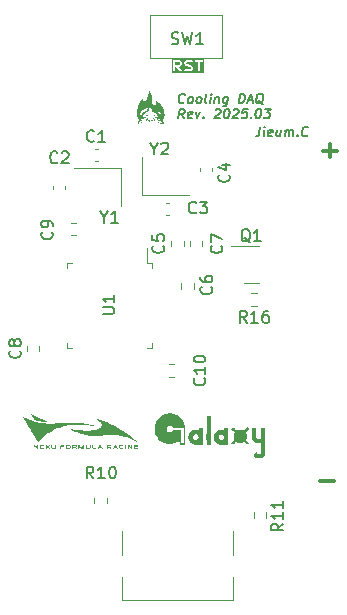
<source format=gbr>
%TF.GenerationSoftware,KiCad,Pcbnew,7.0.11-rc3*%
%TF.CreationDate,2025-03-16T23:25:47+08:00*%
%TF.ProjectId,cooling_DAQ,636f6f6c-696e-4675-9f44-41512e6b6963,rev?*%
%TF.SameCoordinates,Original*%
%TF.FileFunction,Legend,Top*%
%TF.FilePolarity,Positive*%
%FSLAX46Y46*%
G04 Gerber Fmt 4.6, Leading zero omitted, Abs format (unit mm)*
G04 Created by KiCad (PCBNEW 7.0.11-rc3) date 2025-03-16 23:25:47*
%MOMM*%
%LPD*%
G01*
G04 APERTURE LIST*
%ADD10C,0.150000*%
%ADD11C,0.160000*%
%ADD12C,0.300000*%
%ADD13C,0.120000*%
G04 APERTURE END LIST*
D10*
G36*
X147156047Y-98135399D02*
G01*
X147185008Y-98158568D01*
X147214457Y-98205685D01*
X147214457Y-98276951D01*
X147185008Y-98324068D01*
X147156047Y-98347237D01*
X147084537Y-98375842D01*
X146793029Y-98375842D01*
X146793029Y-98106795D01*
X147084537Y-98106795D01*
X147156047Y-98135399D01*
G37*
G36*
X149287128Y-99021081D02*
G01*
X146528743Y-99021081D01*
X146528743Y-98831795D01*
X146643029Y-98831795D01*
X146660576Y-98880004D01*
X146705005Y-98905656D01*
X146755529Y-98896747D01*
X146788506Y-98857447D01*
X146793029Y-98831795D01*
X146793029Y-98525842D01*
X146922091Y-98525842D01*
X147233014Y-98881183D01*
X147277965Y-98905909D01*
X147328293Y-98895958D01*
X147360450Y-98855983D01*
X147359389Y-98804691D01*
X147345901Y-98782407D01*
X147118277Y-98522265D01*
X147126835Y-98520478D01*
X147222073Y-98482383D01*
X147224048Y-98480616D01*
X147241071Y-98471312D01*
X147288690Y-98433217D01*
X147289100Y-98432542D01*
X147305438Y-98414402D01*
X147353057Y-98338211D01*
X147354738Y-98330305D01*
X147359934Y-98324113D01*
X147364457Y-98298461D01*
X147364457Y-98260366D01*
X147595410Y-98260366D01*
X147598174Y-98267960D01*
X147597050Y-98275966D01*
X147606810Y-98300116D01*
X147654429Y-98376307D01*
X147655052Y-98376793D01*
X147671177Y-98395122D01*
X147718796Y-98433217D01*
X147721306Y-98434064D01*
X147737794Y-98444288D01*
X147833031Y-98482383D01*
X147836433Y-98482489D01*
X147846177Y-98486291D01*
X148029900Y-98523035D01*
X148108428Y-98554447D01*
X148137389Y-98577616D01*
X148166838Y-98624733D01*
X148166838Y-98657903D01*
X148137389Y-98705020D01*
X148108426Y-98728191D01*
X148036918Y-98756795D01*
X147823097Y-98756795D01*
X147689735Y-98721232D01*
X147638632Y-98725765D01*
X147602399Y-98762085D01*
X147597989Y-98813198D01*
X147627465Y-98855188D01*
X147651085Y-98866168D01*
X147793942Y-98904263D01*
X147797245Y-98903970D01*
X147813267Y-98906795D01*
X148051362Y-98906795D01*
X148052534Y-98906368D01*
X148053719Y-98906758D01*
X148079216Y-98901431D01*
X148174454Y-98863336D01*
X148176428Y-98861570D01*
X148193453Y-98852265D01*
X148241072Y-98814168D01*
X148241481Y-98813496D01*
X148257819Y-98795354D01*
X148305438Y-98719164D01*
X148307119Y-98711258D01*
X148312315Y-98705066D01*
X148316838Y-98679414D01*
X148316838Y-98603223D01*
X148314073Y-98595628D01*
X148315198Y-98587623D01*
X148305438Y-98563473D01*
X148257819Y-98487283D01*
X148257195Y-98486796D01*
X148241071Y-98468468D01*
X148193452Y-98430373D01*
X148190940Y-98429524D01*
X148174455Y-98419303D01*
X148079217Y-98381206D01*
X148075814Y-98381099D01*
X148066071Y-98377298D01*
X147882344Y-98340552D01*
X147803820Y-98309143D01*
X147774858Y-98285973D01*
X147745410Y-98238856D01*
X147745410Y-98205685D01*
X147774858Y-98158568D01*
X147803820Y-98135398D01*
X147875330Y-98106795D01*
X148089151Y-98106795D01*
X148222513Y-98142358D01*
X148273616Y-98137825D01*
X148309849Y-98101505D01*
X148314259Y-98050392D01*
X148292062Y-98018771D01*
X148453692Y-98018771D01*
X148462601Y-98069295D01*
X148501901Y-98102272D01*
X148527553Y-98106795D01*
X148738267Y-98106795D01*
X148738267Y-98831795D01*
X148755814Y-98880004D01*
X148800243Y-98905656D01*
X148850767Y-98896747D01*
X148883744Y-98857447D01*
X148888267Y-98831795D01*
X148888267Y-98106795D01*
X149098981Y-98106795D01*
X149147190Y-98089248D01*
X149172842Y-98044819D01*
X149163933Y-97994295D01*
X149124633Y-97961318D01*
X149098981Y-97956795D01*
X148527553Y-97956795D01*
X148479344Y-97974342D01*
X148453692Y-98018771D01*
X148292062Y-98018771D01*
X148284783Y-98008402D01*
X148261163Y-97997422D01*
X148118306Y-97959327D01*
X148115002Y-97959619D01*
X148098981Y-97956795D01*
X147860886Y-97956795D01*
X147859713Y-97957221D01*
X147858529Y-97956832D01*
X147833031Y-97962159D01*
X147737794Y-98000254D01*
X147735818Y-98002020D01*
X147718796Y-98011325D01*
X147671177Y-98049420D01*
X147670768Y-98050091D01*
X147654429Y-98068235D01*
X147606810Y-98144426D01*
X147605128Y-98152331D01*
X147599933Y-98158524D01*
X147595410Y-98184176D01*
X147595410Y-98260366D01*
X147364457Y-98260366D01*
X147364457Y-98184176D01*
X147361692Y-98176581D01*
X147362817Y-98168576D01*
X147353057Y-98144426D01*
X147305438Y-98068235D01*
X147304814Y-98067748D01*
X147288690Y-98049420D01*
X147241071Y-98011325D01*
X147238561Y-98010477D01*
X147222073Y-98000254D01*
X147126835Y-97962159D01*
X147125588Y-97962119D01*
X147124633Y-97961318D01*
X147098981Y-97956795D01*
X146718029Y-97956795D01*
X146699720Y-97963458D01*
X146680529Y-97966843D01*
X146676178Y-97972027D01*
X146669820Y-97974342D01*
X146660077Y-97991215D01*
X146647552Y-98006143D01*
X146645834Y-98015885D01*
X146644168Y-98018771D01*
X146644746Y-98022053D01*
X146643029Y-98031795D01*
X146643029Y-98831795D01*
X146528743Y-98831795D01*
X146528743Y-97842509D01*
X149287128Y-97842509D01*
X149287128Y-99021081D01*
G37*
D11*
X154019548Y-103593775D02*
X153948120Y-104165203D01*
X153948120Y-104165203D02*
X153895739Y-104279489D01*
X153895739Y-104279489D02*
X153810024Y-104355680D01*
X153810024Y-104355680D02*
X153690977Y-104393775D01*
X153690977Y-104393775D02*
X153614786Y-104393775D01*
X154300501Y-104393775D02*
X154367167Y-103860441D01*
X154400501Y-103593775D02*
X154357644Y-103631870D01*
X154357644Y-103631870D02*
X154390977Y-103669965D01*
X154390977Y-103669965D02*
X154433834Y-103631870D01*
X154433834Y-103631870D02*
X154400501Y-103593775D01*
X154400501Y-103593775D02*
X154390977Y-103669965D01*
X154990977Y-104355680D02*
X154910024Y-104393775D01*
X154910024Y-104393775D02*
X154757643Y-104393775D01*
X154757643Y-104393775D02*
X154686215Y-104355680D01*
X154686215Y-104355680D02*
X154657643Y-104279489D01*
X154657643Y-104279489D02*
X154695739Y-103974727D01*
X154695739Y-103974727D02*
X154743358Y-103898537D01*
X154743358Y-103898537D02*
X154824310Y-103860441D01*
X154824310Y-103860441D02*
X154976691Y-103860441D01*
X154976691Y-103860441D02*
X155048119Y-103898537D01*
X155048119Y-103898537D02*
X155076691Y-103974727D01*
X155076691Y-103974727D02*
X155067167Y-104050918D01*
X155067167Y-104050918D02*
X154676691Y-104127108D01*
X155776691Y-103860441D02*
X155710024Y-104393775D01*
X155433833Y-103860441D02*
X155381453Y-104279489D01*
X155381453Y-104279489D02*
X155410024Y-104355680D01*
X155410024Y-104355680D02*
X155481453Y-104393775D01*
X155481453Y-104393775D02*
X155595738Y-104393775D01*
X155595738Y-104393775D02*
X155676691Y-104355680D01*
X155676691Y-104355680D02*
X155719548Y-104317584D01*
X156090977Y-104393775D02*
X156157643Y-103860441D01*
X156148120Y-103936632D02*
X156190977Y-103898537D01*
X156190977Y-103898537D02*
X156271929Y-103860441D01*
X156271929Y-103860441D02*
X156386215Y-103860441D01*
X156386215Y-103860441D02*
X156457643Y-103898537D01*
X156457643Y-103898537D02*
X156486215Y-103974727D01*
X156486215Y-103974727D02*
X156433834Y-104393775D01*
X156486215Y-103974727D02*
X156533834Y-103898537D01*
X156533834Y-103898537D02*
X156614786Y-103860441D01*
X156614786Y-103860441D02*
X156729072Y-103860441D01*
X156729072Y-103860441D02*
X156800501Y-103898537D01*
X156800501Y-103898537D02*
X156829072Y-103974727D01*
X156829072Y-103974727D02*
X156776691Y-104393775D01*
X157167168Y-104317584D02*
X157200501Y-104355680D01*
X157200501Y-104355680D02*
X157157644Y-104393775D01*
X157157644Y-104393775D02*
X157124310Y-104355680D01*
X157124310Y-104355680D02*
X157167168Y-104317584D01*
X157167168Y-104317584D02*
X157157644Y-104393775D01*
X158005262Y-104317584D02*
X157962405Y-104355680D01*
X157962405Y-104355680D02*
X157843358Y-104393775D01*
X157843358Y-104393775D02*
X157767167Y-104393775D01*
X157767167Y-104393775D02*
X157657643Y-104355680D01*
X157657643Y-104355680D02*
X157590977Y-104279489D01*
X157590977Y-104279489D02*
X157562405Y-104203299D01*
X157562405Y-104203299D02*
X157543358Y-104050918D01*
X157543358Y-104050918D02*
X157557643Y-103936632D01*
X157557643Y-103936632D02*
X157614786Y-103784251D01*
X157614786Y-103784251D02*
X157662405Y-103708060D01*
X157662405Y-103708060D02*
X157748120Y-103631870D01*
X157748120Y-103631870D02*
X157867167Y-103593775D01*
X157867167Y-103593775D02*
X157943358Y-103593775D01*
X157943358Y-103593775D02*
X158052882Y-103631870D01*
X158052882Y-103631870D02*
X158086215Y-103669965D01*
D12*
X159354510Y-105629400D02*
X160497368Y-105629400D01*
X159925939Y-106200828D02*
X159925939Y-105057971D01*
X160245489Y-133629400D02*
X159102632Y-133629400D01*
D11*
X147557643Y-101529584D02*
X147514786Y-101567680D01*
X147514786Y-101567680D02*
X147395739Y-101605775D01*
X147395739Y-101605775D02*
X147319548Y-101605775D01*
X147319548Y-101605775D02*
X147210024Y-101567680D01*
X147210024Y-101567680D02*
X147143358Y-101491489D01*
X147143358Y-101491489D02*
X147114786Y-101415299D01*
X147114786Y-101415299D02*
X147095739Y-101262918D01*
X147095739Y-101262918D02*
X147110024Y-101148632D01*
X147110024Y-101148632D02*
X147167167Y-100996251D01*
X147167167Y-100996251D02*
X147214786Y-100920060D01*
X147214786Y-100920060D02*
X147300501Y-100843870D01*
X147300501Y-100843870D02*
X147419548Y-100805775D01*
X147419548Y-100805775D02*
X147495739Y-100805775D01*
X147495739Y-100805775D02*
X147605263Y-100843870D01*
X147605263Y-100843870D02*
X147638596Y-100881965D01*
X148005263Y-101605775D02*
X147933834Y-101567680D01*
X147933834Y-101567680D02*
X147900501Y-101529584D01*
X147900501Y-101529584D02*
X147871929Y-101453394D01*
X147871929Y-101453394D02*
X147900501Y-101224822D01*
X147900501Y-101224822D02*
X147948120Y-101148632D01*
X147948120Y-101148632D02*
X147990977Y-101110537D01*
X147990977Y-101110537D02*
X148071929Y-101072441D01*
X148071929Y-101072441D02*
X148186215Y-101072441D01*
X148186215Y-101072441D02*
X148257643Y-101110537D01*
X148257643Y-101110537D02*
X148290977Y-101148632D01*
X148290977Y-101148632D02*
X148319548Y-101224822D01*
X148319548Y-101224822D02*
X148290977Y-101453394D01*
X148290977Y-101453394D02*
X148243358Y-101529584D01*
X148243358Y-101529584D02*
X148200501Y-101567680D01*
X148200501Y-101567680D02*
X148119548Y-101605775D01*
X148119548Y-101605775D02*
X148005263Y-101605775D01*
X148729073Y-101605775D02*
X148657644Y-101567680D01*
X148657644Y-101567680D02*
X148624311Y-101529584D01*
X148624311Y-101529584D02*
X148595739Y-101453394D01*
X148595739Y-101453394D02*
X148624311Y-101224822D01*
X148624311Y-101224822D02*
X148671930Y-101148632D01*
X148671930Y-101148632D02*
X148714787Y-101110537D01*
X148714787Y-101110537D02*
X148795739Y-101072441D01*
X148795739Y-101072441D02*
X148910025Y-101072441D01*
X148910025Y-101072441D02*
X148981453Y-101110537D01*
X148981453Y-101110537D02*
X149014787Y-101148632D01*
X149014787Y-101148632D02*
X149043358Y-101224822D01*
X149043358Y-101224822D02*
X149014787Y-101453394D01*
X149014787Y-101453394D02*
X148967168Y-101529584D01*
X148967168Y-101529584D02*
X148924311Y-101567680D01*
X148924311Y-101567680D02*
X148843358Y-101605775D01*
X148843358Y-101605775D02*
X148729073Y-101605775D01*
X149452883Y-101605775D02*
X149381454Y-101567680D01*
X149381454Y-101567680D02*
X149352883Y-101491489D01*
X149352883Y-101491489D02*
X149438597Y-100805775D01*
X149757645Y-101605775D02*
X149824311Y-101072441D01*
X149857645Y-100805775D02*
X149814788Y-100843870D01*
X149814788Y-100843870D02*
X149848121Y-100881965D01*
X149848121Y-100881965D02*
X149890978Y-100843870D01*
X149890978Y-100843870D02*
X149857645Y-100805775D01*
X149857645Y-100805775D02*
X149848121Y-100881965D01*
X150205263Y-101072441D02*
X150138597Y-101605775D01*
X150195740Y-101148632D02*
X150238597Y-101110537D01*
X150238597Y-101110537D02*
X150319549Y-101072441D01*
X150319549Y-101072441D02*
X150433835Y-101072441D01*
X150433835Y-101072441D02*
X150505263Y-101110537D01*
X150505263Y-101110537D02*
X150533835Y-101186727D01*
X150533835Y-101186727D02*
X150481454Y-101605775D01*
X151271931Y-101072441D02*
X151190978Y-101720060D01*
X151190978Y-101720060D02*
X151143359Y-101796251D01*
X151143359Y-101796251D02*
X151100502Y-101834346D01*
X151100502Y-101834346D02*
X151019550Y-101872441D01*
X151019550Y-101872441D02*
X150905264Y-101872441D01*
X150905264Y-101872441D02*
X150833835Y-101834346D01*
X151210026Y-101567680D02*
X151129073Y-101605775D01*
X151129073Y-101605775D02*
X150976693Y-101605775D01*
X150976693Y-101605775D02*
X150905264Y-101567680D01*
X150905264Y-101567680D02*
X150871931Y-101529584D01*
X150871931Y-101529584D02*
X150843359Y-101453394D01*
X150843359Y-101453394D02*
X150871931Y-101224822D01*
X150871931Y-101224822D02*
X150919550Y-101148632D01*
X150919550Y-101148632D02*
X150962407Y-101110537D01*
X150962407Y-101110537D02*
X151043359Y-101072441D01*
X151043359Y-101072441D02*
X151195740Y-101072441D01*
X151195740Y-101072441D02*
X151267169Y-101110537D01*
X152195741Y-101605775D02*
X152295741Y-100805775D01*
X152295741Y-100805775D02*
X152486217Y-100805775D01*
X152486217Y-100805775D02*
X152595741Y-100843870D01*
X152595741Y-100843870D02*
X152662407Y-100920060D01*
X152662407Y-100920060D02*
X152690979Y-100996251D01*
X152690979Y-100996251D02*
X152710027Y-101148632D01*
X152710027Y-101148632D02*
X152695741Y-101262918D01*
X152695741Y-101262918D02*
X152638598Y-101415299D01*
X152638598Y-101415299D02*
X152590979Y-101491489D01*
X152590979Y-101491489D02*
X152505265Y-101567680D01*
X152505265Y-101567680D02*
X152386217Y-101605775D01*
X152386217Y-101605775D02*
X152195741Y-101605775D01*
X152986217Y-101377203D02*
X153367169Y-101377203D01*
X152881455Y-101605775D02*
X153248122Y-100805775D01*
X153248122Y-100805775D02*
X153414788Y-101605775D01*
X154205264Y-101681965D02*
X154133836Y-101643870D01*
X154133836Y-101643870D02*
X154067169Y-101567680D01*
X154067169Y-101567680D02*
X153967169Y-101453394D01*
X153967169Y-101453394D02*
X153895741Y-101415299D01*
X153895741Y-101415299D02*
X153819550Y-101415299D01*
X153833836Y-101605775D02*
X153762407Y-101567680D01*
X153762407Y-101567680D02*
X153695741Y-101491489D01*
X153695741Y-101491489D02*
X153676693Y-101339108D01*
X153676693Y-101339108D02*
X153710026Y-101072441D01*
X153710026Y-101072441D02*
X153767169Y-100920060D01*
X153767169Y-100920060D02*
X153852883Y-100843870D01*
X153852883Y-100843870D02*
X153933836Y-100805775D01*
X153933836Y-100805775D02*
X154086217Y-100805775D01*
X154086217Y-100805775D02*
X154157645Y-100843870D01*
X154157645Y-100843870D02*
X154224312Y-100920060D01*
X154224312Y-100920060D02*
X154243360Y-101072441D01*
X154243360Y-101072441D02*
X154210026Y-101339108D01*
X154210026Y-101339108D02*
X154152883Y-101491489D01*
X154152883Y-101491489D02*
X154067169Y-101567680D01*
X154067169Y-101567680D02*
X153986217Y-101605775D01*
X153986217Y-101605775D02*
X153833836Y-101605775D01*
X147548120Y-102893775D02*
X147329072Y-102512822D01*
X147090977Y-102893775D02*
X147190977Y-102093775D01*
X147190977Y-102093775D02*
X147495739Y-102093775D01*
X147495739Y-102093775D02*
X147567167Y-102131870D01*
X147567167Y-102131870D02*
X147600501Y-102169965D01*
X147600501Y-102169965D02*
X147629072Y-102246156D01*
X147629072Y-102246156D02*
X147614786Y-102360441D01*
X147614786Y-102360441D02*
X147567167Y-102436632D01*
X147567167Y-102436632D02*
X147524310Y-102474727D01*
X147524310Y-102474727D02*
X147443358Y-102512822D01*
X147443358Y-102512822D02*
X147138596Y-102512822D01*
X148200501Y-102855680D02*
X148119548Y-102893775D01*
X148119548Y-102893775D02*
X147967167Y-102893775D01*
X147967167Y-102893775D02*
X147895739Y-102855680D01*
X147895739Y-102855680D02*
X147867167Y-102779489D01*
X147867167Y-102779489D02*
X147905263Y-102474727D01*
X147905263Y-102474727D02*
X147952882Y-102398537D01*
X147952882Y-102398537D02*
X148033834Y-102360441D01*
X148033834Y-102360441D02*
X148186215Y-102360441D01*
X148186215Y-102360441D02*
X148257643Y-102398537D01*
X148257643Y-102398537D02*
X148286215Y-102474727D01*
X148286215Y-102474727D02*
X148276691Y-102550918D01*
X148276691Y-102550918D02*
X147886215Y-102627108D01*
X148567167Y-102360441D02*
X148690977Y-102893775D01*
X148690977Y-102893775D02*
X148948119Y-102360441D01*
X149195739Y-102817584D02*
X149229072Y-102855680D01*
X149229072Y-102855680D02*
X149186215Y-102893775D01*
X149186215Y-102893775D02*
X149152881Y-102855680D01*
X149152881Y-102855680D02*
X149195739Y-102817584D01*
X149195739Y-102817584D02*
X149186215Y-102893775D01*
X150229072Y-102169965D02*
X150271929Y-102131870D01*
X150271929Y-102131870D02*
X150352881Y-102093775D01*
X150352881Y-102093775D02*
X150543357Y-102093775D01*
X150543357Y-102093775D02*
X150614786Y-102131870D01*
X150614786Y-102131870D02*
X150648119Y-102169965D01*
X150648119Y-102169965D02*
X150676691Y-102246156D01*
X150676691Y-102246156D02*
X150667167Y-102322346D01*
X150667167Y-102322346D02*
X150614786Y-102436632D01*
X150614786Y-102436632D02*
X150100500Y-102893775D01*
X150100500Y-102893775D02*
X150595738Y-102893775D01*
X151190977Y-102093775D02*
X151267167Y-102093775D01*
X151267167Y-102093775D02*
X151338596Y-102131870D01*
X151338596Y-102131870D02*
X151371929Y-102169965D01*
X151371929Y-102169965D02*
X151400501Y-102246156D01*
X151400501Y-102246156D02*
X151419548Y-102398537D01*
X151419548Y-102398537D02*
X151395739Y-102589013D01*
X151395739Y-102589013D02*
X151338596Y-102741394D01*
X151338596Y-102741394D02*
X151290977Y-102817584D01*
X151290977Y-102817584D02*
X151248120Y-102855680D01*
X151248120Y-102855680D02*
X151167167Y-102893775D01*
X151167167Y-102893775D02*
X151090977Y-102893775D01*
X151090977Y-102893775D02*
X151019548Y-102855680D01*
X151019548Y-102855680D02*
X150986215Y-102817584D01*
X150986215Y-102817584D02*
X150957643Y-102741394D01*
X150957643Y-102741394D02*
X150938596Y-102589013D01*
X150938596Y-102589013D02*
X150962405Y-102398537D01*
X150962405Y-102398537D02*
X151019548Y-102246156D01*
X151019548Y-102246156D02*
X151067167Y-102169965D01*
X151067167Y-102169965D02*
X151110024Y-102131870D01*
X151110024Y-102131870D02*
X151190977Y-102093775D01*
X151752882Y-102169965D02*
X151795739Y-102131870D01*
X151795739Y-102131870D02*
X151876691Y-102093775D01*
X151876691Y-102093775D02*
X152067167Y-102093775D01*
X152067167Y-102093775D02*
X152138596Y-102131870D01*
X152138596Y-102131870D02*
X152171929Y-102169965D01*
X152171929Y-102169965D02*
X152200501Y-102246156D01*
X152200501Y-102246156D02*
X152190977Y-102322346D01*
X152190977Y-102322346D02*
X152138596Y-102436632D01*
X152138596Y-102436632D02*
X151624310Y-102893775D01*
X151624310Y-102893775D02*
X152119548Y-102893775D01*
X152943358Y-102093775D02*
X152562406Y-102093775D01*
X152562406Y-102093775D02*
X152476692Y-102474727D01*
X152476692Y-102474727D02*
X152519549Y-102436632D01*
X152519549Y-102436632D02*
X152600501Y-102398537D01*
X152600501Y-102398537D02*
X152790977Y-102398537D01*
X152790977Y-102398537D02*
X152862406Y-102436632D01*
X152862406Y-102436632D02*
X152895739Y-102474727D01*
X152895739Y-102474727D02*
X152924311Y-102550918D01*
X152924311Y-102550918D02*
X152900501Y-102741394D01*
X152900501Y-102741394D02*
X152852882Y-102817584D01*
X152852882Y-102817584D02*
X152810025Y-102855680D01*
X152810025Y-102855680D02*
X152729072Y-102893775D01*
X152729072Y-102893775D02*
X152538596Y-102893775D01*
X152538596Y-102893775D02*
X152467168Y-102855680D01*
X152467168Y-102855680D02*
X152433834Y-102817584D01*
X153233835Y-102817584D02*
X153267168Y-102855680D01*
X153267168Y-102855680D02*
X153224311Y-102893775D01*
X153224311Y-102893775D02*
X153190977Y-102855680D01*
X153190977Y-102855680D02*
X153233835Y-102817584D01*
X153233835Y-102817584D02*
X153224311Y-102893775D01*
X153857644Y-102093775D02*
X153933834Y-102093775D01*
X153933834Y-102093775D02*
X154005263Y-102131870D01*
X154005263Y-102131870D02*
X154038596Y-102169965D01*
X154038596Y-102169965D02*
X154067168Y-102246156D01*
X154067168Y-102246156D02*
X154086215Y-102398537D01*
X154086215Y-102398537D02*
X154062406Y-102589013D01*
X154062406Y-102589013D02*
X154005263Y-102741394D01*
X154005263Y-102741394D02*
X153957644Y-102817584D01*
X153957644Y-102817584D02*
X153914787Y-102855680D01*
X153914787Y-102855680D02*
X153833834Y-102893775D01*
X153833834Y-102893775D02*
X153757644Y-102893775D01*
X153757644Y-102893775D02*
X153686215Y-102855680D01*
X153686215Y-102855680D02*
X153652882Y-102817584D01*
X153652882Y-102817584D02*
X153624310Y-102741394D01*
X153624310Y-102741394D02*
X153605263Y-102589013D01*
X153605263Y-102589013D02*
X153629072Y-102398537D01*
X153629072Y-102398537D02*
X153686215Y-102246156D01*
X153686215Y-102246156D02*
X153733834Y-102169965D01*
X153733834Y-102169965D02*
X153776691Y-102131870D01*
X153776691Y-102131870D02*
X153857644Y-102093775D01*
X154390977Y-102093775D02*
X154886215Y-102093775D01*
X154886215Y-102093775D02*
X154581454Y-102398537D01*
X154581454Y-102398537D02*
X154695739Y-102398537D01*
X154695739Y-102398537D02*
X154767168Y-102436632D01*
X154767168Y-102436632D02*
X154800501Y-102474727D01*
X154800501Y-102474727D02*
X154829073Y-102550918D01*
X154829073Y-102550918D02*
X154805263Y-102741394D01*
X154805263Y-102741394D02*
X154757644Y-102817584D01*
X154757644Y-102817584D02*
X154714787Y-102855680D01*
X154714787Y-102855680D02*
X154633834Y-102893775D01*
X154633834Y-102893775D02*
X154405263Y-102893775D01*
X154405263Y-102893775D02*
X154333834Y-102855680D01*
X154333834Y-102855680D02*
X154300501Y-102817584D01*
D10*
X155954819Y-137218857D02*
X155478628Y-137552190D01*
X155954819Y-137790285D02*
X154954819Y-137790285D01*
X154954819Y-137790285D02*
X154954819Y-137409333D01*
X154954819Y-137409333D02*
X155002438Y-137314095D01*
X155002438Y-137314095D02*
X155050057Y-137266476D01*
X155050057Y-137266476D02*
X155145295Y-137218857D01*
X155145295Y-137218857D02*
X155288152Y-137218857D01*
X155288152Y-137218857D02*
X155383390Y-137266476D01*
X155383390Y-137266476D02*
X155431009Y-137314095D01*
X155431009Y-137314095D02*
X155478628Y-137409333D01*
X155478628Y-137409333D02*
X155478628Y-137790285D01*
X155954819Y-136266476D02*
X155954819Y-136837904D01*
X155954819Y-136552190D02*
X154954819Y-136552190D01*
X154954819Y-136552190D02*
X155097676Y-136647428D01*
X155097676Y-136647428D02*
X155192914Y-136742666D01*
X155192914Y-136742666D02*
X155240533Y-136837904D01*
X155954819Y-135314095D02*
X155954819Y-135885523D01*
X155954819Y-135599809D02*
X154954819Y-135599809D01*
X154954819Y-135599809D02*
X155097676Y-135695047D01*
X155097676Y-135695047D02*
X155192914Y-135790285D01*
X155192914Y-135790285D02*
X155240533Y-135885523D01*
X139933333Y-104809580D02*
X139885714Y-104857200D01*
X139885714Y-104857200D02*
X139742857Y-104904819D01*
X139742857Y-104904819D02*
X139647619Y-104904819D01*
X139647619Y-104904819D02*
X139504762Y-104857200D01*
X139504762Y-104857200D02*
X139409524Y-104761961D01*
X139409524Y-104761961D02*
X139361905Y-104666723D01*
X139361905Y-104666723D02*
X139314286Y-104476247D01*
X139314286Y-104476247D02*
X139314286Y-104333390D01*
X139314286Y-104333390D02*
X139361905Y-104142914D01*
X139361905Y-104142914D02*
X139409524Y-104047676D01*
X139409524Y-104047676D02*
X139504762Y-103952438D01*
X139504762Y-103952438D02*
X139647619Y-103904819D01*
X139647619Y-103904819D02*
X139742857Y-103904819D01*
X139742857Y-103904819D02*
X139885714Y-103952438D01*
X139885714Y-103952438D02*
X139933333Y-104000057D01*
X140885714Y-104904819D02*
X140314286Y-104904819D01*
X140600000Y-104904819D02*
X140600000Y-103904819D01*
X140600000Y-103904819D02*
X140504762Y-104047676D01*
X140504762Y-104047676D02*
X140409524Y-104142914D01*
X140409524Y-104142914D02*
X140314286Y-104190533D01*
X150709580Y-113666666D02*
X150757200Y-113714285D01*
X150757200Y-113714285D02*
X150804819Y-113857142D01*
X150804819Y-113857142D02*
X150804819Y-113952380D01*
X150804819Y-113952380D02*
X150757200Y-114095237D01*
X150757200Y-114095237D02*
X150661961Y-114190475D01*
X150661961Y-114190475D02*
X150566723Y-114238094D01*
X150566723Y-114238094D02*
X150376247Y-114285713D01*
X150376247Y-114285713D02*
X150233390Y-114285713D01*
X150233390Y-114285713D02*
X150042914Y-114238094D01*
X150042914Y-114238094D02*
X149947676Y-114190475D01*
X149947676Y-114190475D02*
X149852438Y-114095237D01*
X149852438Y-114095237D02*
X149804819Y-113952380D01*
X149804819Y-113952380D02*
X149804819Y-113857142D01*
X149804819Y-113857142D02*
X149852438Y-113714285D01*
X149852438Y-113714285D02*
X149900057Y-113666666D01*
X149804819Y-113333332D02*
X149804819Y-112666666D01*
X149804819Y-112666666D02*
X150804819Y-113095237D01*
X140668819Y-119455904D02*
X141478342Y-119455904D01*
X141478342Y-119455904D02*
X141573580Y-119408285D01*
X141573580Y-119408285D02*
X141621200Y-119360666D01*
X141621200Y-119360666D02*
X141668819Y-119265428D01*
X141668819Y-119265428D02*
X141668819Y-119074952D01*
X141668819Y-119074952D02*
X141621200Y-118979714D01*
X141621200Y-118979714D02*
X141573580Y-118932095D01*
X141573580Y-118932095D02*
X141478342Y-118884476D01*
X141478342Y-118884476D02*
X140668819Y-118884476D01*
X141668819Y-117884476D02*
X141668819Y-118455904D01*
X141668819Y-118170190D02*
X140668819Y-118170190D01*
X140668819Y-118170190D02*
X140811676Y-118265428D01*
X140811676Y-118265428D02*
X140906914Y-118360666D01*
X140906914Y-118360666D02*
X140954533Y-118455904D01*
X133659580Y-122566666D02*
X133707200Y-122614285D01*
X133707200Y-122614285D02*
X133754819Y-122757142D01*
X133754819Y-122757142D02*
X133754819Y-122852380D01*
X133754819Y-122852380D02*
X133707200Y-122995237D01*
X133707200Y-122995237D02*
X133611961Y-123090475D01*
X133611961Y-123090475D02*
X133516723Y-123138094D01*
X133516723Y-123138094D02*
X133326247Y-123185713D01*
X133326247Y-123185713D02*
X133183390Y-123185713D01*
X133183390Y-123185713D02*
X132992914Y-123138094D01*
X132992914Y-123138094D02*
X132897676Y-123090475D01*
X132897676Y-123090475D02*
X132802438Y-122995237D01*
X132802438Y-122995237D02*
X132754819Y-122852380D01*
X132754819Y-122852380D02*
X132754819Y-122757142D01*
X132754819Y-122757142D02*
X132802438Y-122614285D01*
X132802438Y-122614285D02*
X132850057Y-122566666D01*
X133183390Y-121995237D02*
X133135771Y-122090475D01*
X133135771Y-122090475D02*
X133088152Y-122138094D01*
X133088152Y-122138094D02*
X132992914Y-122185713D01*
X132992914Y-122185713D02*
X132945295Y-122185713D01*
X132945295Y-122185713D02*
X132850057Y-122138094D01*
X132850057Y-122138094D02*
X132802438Y-122090475D01*
X132802438Y-122090475D02*
X132754819Y-121995237D01*
X132754819Y-121995237D02*
X132754819Y-121804761D01*
X132754819Y-121804761D02*
X132802438Y-121709523D01*
X132802438Y-121709523D02*
X132850057Y-121661904D01*
X132850057Y-121661904D02*
X132945295Y-121614285D01*
X132945295Y-121614285D02*
X132992914Y-121614285D01*
X132992914Y-121614285D02*
X133088152Y-121661904D01*
X133088152Y-121661904D02*
X133135771Y-121709523D01*
X133135771Y-121709523D02*
X133183390Y-121804761D01*
X133183390Y-121804761D02*
X133183390Y-121995237D01*
X133183390Y-121995237D02*
X133231009Y-122090475D01*
X133231009Y-122090475D02*
X133278628Y-122138094D01*
X133278628Y-122138094D02*
X133373866Y-122185713D01*
X133373866Y-122185713D02*
X133564342Y-122185713D01*
X133564342Y-122185713D02*
X133659580Y-122138094D01*
X133659580Y-122138094D02*
X133707200Y-122090475D01*
X133707200Y-122090475D02*
X133754819Y-121995237D01*
X133754819Y-121995237D02*
X133754819Y-121804761D01*
X133754819Y-121804761D02*
X133707200Y-121709523D01*
X133707200Y-121709523D02*
X133659580Y-121661904D01*
X133659580Y-121661904D02*
X133564342Y-121614285D01*
X133564342Y-121614285D02*
X133373866Y-121614285D01*
X133373866Y-121614285D02*
X133278628Y-121661904D01*
X133278628Y-121661904D02*
X133231009Y-121709523D01*
X133231009Y-121709523D02*
X133183390Y-121804761D01*
X152857142Y-120204819D02*
X152523809Y-119728628D01*
X152285714Y-120204819D02*
X152285714Y-119204819D01*
X152285714Y-119204819D02*
X152666666Y-119204819D01*
X152666666Y-119204819D02*
X152761904Y-119252438D01*
X152761904Y-119252438D02*
X152809523Y-119300057D01*
X152809523Y-119300057D02*
X152857142Y-119395295D01*
X152857142Y-119395295D02*
X152857142Y-119538152D01*
X152857142Y-119538152D02*
X152809523Y-119633390D01*
X152809523Y-119633390D02*
X152761904Y-119681009D01*
X152761904Y-119681009D02*
X152666666Y-119728628D01*
X152666666Y-119728628D02*
X152285714Y-119728628D01*
X153809523Y-120204819D02*
X153238095Y-120204819D01*
X153523809Y-120204819D02*
X153523809Y-119204819D01*
X153523809Y-119204819D02*
X153428571Y-119347676D01*
X153428571Y-119347676D02*
X153333333Y-119442914D01*
X153333333Y-119442914D02*
X153238095Y-119490533D01*
X154666666Y-119204819D02*
X154476190Y-119204819D01*
X154476190Y-119204819D02*
X154380952Y-119252438D01*
X154380952Y-119252438D02*
X154333333Y-119300057D01*
X154333333Y-119300057D02*
X154238095Y-119442914D01*
X154238095Y-119442914D02*
X154190476Y-119633390D01*
X154190476Y-119633390D02*
X154190476Y-120014342D01*
X154190476Y-120014342D02*
X154238095Y-120109580D01*
X154238095Y-120109580D02*
X154285714Y-120157200D01*
X154285714Y-120157200D02*
X154380952Y-120204819D01*
X154380952Y-120204819D02*
X154571428Y-120204819D01*
X154571428Y-120204819D02*
X154666666Y-120157200D01*
X154666666Y-120157200D02*
X154714285Y-120109580D01*
X154714285Y-120109580D02*
X154761904Y-120014342D01*
X154761904Y-120014342D02*
X154761904Y-119776247D01*
X154761904Y-119776247D02*
X154714285Y-119681009D01*
X154714285Y-119681009D02*
X154666666Y-119633390D01*
X154666666Y-119633390D02*
X154571428Y-119585771D01*
X154571428Y-119585771D02*
X154380952Y-119585771D01*
X154380952Y-119585771D02*
X154285714Y-119633390D01*
X154285714Y-119633390D02*
X154238095Y-119681009D01*
X154238095Y-119681009D02*
X154190476Y-119776247D01*
X136833333Y-106609580D02*
X136785714Y-106657200D01*
X136785714Y-106657200D02*
X136642857Y-106704819D01*
X136642857Y-106704819D02*
X136547619Y-106704819D01*
X136547619Y-106704819D02*
X136404762Y-106657200D01*
X136404762Y-106657200D02*
X136309524Y-106561961D01*
X136309524Y-106561961D02*
X136261905Y-106466723D01*
X136261905Y-106466723D02*
X136214286Y-106276247D01*
X136214286Y-106276247D02*
X136214286Y-106133390D01*
X136214286Y-106133390D02*
X136261905Y-105942914D01*
X136261905Y-105942914D02*
X136309524Y-105847676D01*
X136309524Y-105847676D02*
X136404762Y-105752438D01*
X136404762Y-105752438D02*
X136547619Y-105704819D01*
X136547619Y-105704819D02*
X136642857Y-105704819D01*
X136642857Y-105704819D02*
X136785714Y-105752438D01*
X136785714Y-105752438D02*
X136833333Y-105800057D01*
X137214286Y-105800057D02*
X137261905Y-105752438D01*
X137261905Y-105752438D02*
X137357143Y-105704819D01*
X137357143Y-105704819D02*
X137595238Y-105704819D01*
X137595238Y-105704819D02*
X137690476Y-105752438D01*
X137690476Y-105752438D02*
X137738095Y-105800057D01*
X137738095Y-105800057D02*
X137785714Y-105895295D01*
X137785714Y-105895295D02*
X137785714Y-105990533D01*
X137785714Y-105990533D02*
X137738095Y-106133390D01*
X137738095Y-106133390D02*
X137166667Y-106704819D01*
X137166667Y-106704819D02*
X137785714Y-106704819D01*
X149271580Y-124892857D02*
X149319200Y-124940476D01*
X149319200Y-124940476D02*
X149366819Y-125083333D01*
X149366819Y-125083333D02*
X149366819Y-125178571D01*
X149366819Y-125178571D02*
X149319200Y-125321428D01*
X149319200Y-125321428D02*
X149223961Y-125416666D01*
X149223961Y-125416666D02*
X149128723Y-125464285D01*
X149128723Y-125464285D02*
X148938247Y-125511904D01*
X148938247Y-125511904D02*
X148795390Y-125511904D01*
X148795390Y-125511904D02*
X148604914Y-125464285D01*
X148604914Y-125464285D02*
X148509676Y-125416666D01*
X148509676Y-125416666D02*
X148414438Y-125321428D01*
X148414438Y-125321428D02*
X148366819Y-125178571D01*
X148366819Y-125178571D02*
X148366819Y-125083333D01*
X148366819Y-125083333D02*
X148414438Y-124940476D01*
X148414438Y-124940476D02*
X148462057Y-124892857D01*
X149366819Y-123940476D02*
X149366819Y-124511904D01*
X149366819Y-124226190D02*
X148366819Y-124226190D01*
X148366819Y-124226190D02*
X148509676Y-124321428D01*
X148509676Y-124321428D02*
X148604914Y-124416666D01*
X148604914Y-124416666D02*
X148652533Y-124511904D01*
X148366819Y-123321428D02*
X148366819Y-123226190D01*
X148366819Y-123226190D02*
X148414438Y-123130952D01*
X148414438Y-123130952D02*
X148462057Y-123083333D01*
X148462057Y-123083333D02*
X148557295Y-123035714D01*
X148557295Y-123035714D02*
X148747771Y-122988095D01*
X148747771Y-122988095D02*
X148985866Y-122988095D01*
X148985866Y-122988095D02*
X149176342Y-123035714D01*
X149176342Y-123035714D02*
X149271580Y-123083333D01*
X149271580Y-123083333D02*
X149319200Y-123130952D01*
X149319200Y-123130952D02*
X149366819Y-123226190D01*
X149366819Y-123226190D02*
X149366819Y-123321428D01*
X149366819Y-123321428D02*
X149319200Y-123416666D01*
X149319200Y-123416666D02*
X149271580Y-123464285D01*
X149271580Y-123464285D02*
X149176342Y-123511904D01*
X149176342Y-123511904D02*
X148985866Y-123559523D01*
X148985866Y-123559523D02*
X148747771Y-123559523D01*
X148747771Y-123559523D02*
X148557295Y-123511904D01*
X148557295Y-123511904D02*
X148462057Y-123464285D01*
X148462057Y-123464285D02*
X148414438Y-123416666D01*
X148414438Y-123416666D02*
X148366819Y-123321428D01*
X146504667Y-96583200D02*
X146647524Y-96630819D01*
X146647524Y-96630819D02*
X146885619Y-96630819D01*
X146885619Y-96630819D02*
X146980857Y-96583200D01*
X146980857Y-96583200D02*
X147028476Y-96535580D01*
X147028476Y-96535580D02*
X147076095Y-96440342D01*
X147076095Y-96440342D02*
X147076095Y-96345104D01*
X147076095Y-96345104D02*
X147028476Y-96249866D01*
X147028476Y-96249866D02*
X146980857Y-96202247D01*
X146980857Y-96202247D02*
X146885619Y-96154628D01*
X146885619Y-96154628D02*
X146695143Y-96107009D01*
X146695143Y-96107009D02*
X146599905Y-96059390D01*
X146599905Y-96059390D02*
X146552286Y-96011771D01*
X146552286Y-96011771D02*
X146504667Y-95916533D01*
X146504667Y-95916533D02*
X146504667Y-95821295D01*
X146504667Y-95821295D02*
X146552286Y-95726057D01*
X146552286Y-95726057D02*
X146599905Y-95678438D01*
X146599905Y-95678438D02*
X146695143Y-95630819D01*
X146695143Y-95630819D02*
X146933238Y-95630819D01*
X146933238Y-95630819D02*
X147076095Y-95678438D01*
X147409429Y-95630819D02*
X147647524Y-96630819D01*
X147647524Y-96630819D02*
X147838000Y-95916533D01*
X147838000Y-95916533D02*
X148028476Y-96630819D01*
X148028476Y-96630819D02*
X148266572Y-95630819D01*
X149171333Y-96630819D02*
X148599905Y-96630819D01*
X148885619Y-96630819D02*
X148885619Y-95630819D01*
X148885619Y-95630819D02*
X148790381Y-95773676D01*
X148790381Y-95773676D02*
X148695143Y-95868914D01*
X148695143Y-95868914D02*
X148599905Y-95916533D01*
X140773809Y-111254628D02*
X140773809Y-111730819D01*
X140440476Y-110730819D02*
X140773809Y-111254628D01*
X140773809Y-111254628D02*
X141107142Y-110730819D01*
X141964285Y-111730819D02*
X141392857Y-111730819D01*
X141678571Y-111730819D02*
X141678571Y-110730819D01*
X141678571Y-110730819D02*
X141583333Y-110873676D01*
X141583333Y-110873676D02*
X141488095Y-110968914D01*
X141488095Y-110968914D02*
X141392857Y-111016533D01*
X153154761Y-113400057D02*
X153059523Y-113352438D01*
X153059523Y-113352438D02*
X152964285Y-113257200D01*
X152964285Y-113257200D02*
X152821428Y-113114342D01*
X152821428Y-113114342D02*
X152726190Y-113066723D01*
X152726190Y-113066723D02*
X152630952Y-113066723D01*
X152678571Y-113304819D02*
X152583333Y-113257200D01*
X152583333Y-113257200D02*
X152488095Y-113161961D01*
X152488095Y-113161961D02*
X152440476Y-112971485D01*
X152440476Y-112971485D02*
X152440476Y-112638152D01*
X152440476Y-112638152D02*
X152488095Y-112447676D01*
X152488095Y-112447676D02*
X152583333Y-112352438D01*
X152583333Y-112352438D02*
X152678571Y-112304819D01*
X152678571Y-112304819D02*
X152869047Y-112304819D01*
X152869047Y-112304819D02*
X152964285Y-112352438D01*
X152964285Y-112352438D02*
X153059523Y-112447676D01*
X153059523Y-112447676D02*
X153107142Y-112638152D01*
X153107142Y-112638152D02*
X153107142Y-112971485D01*
X153107142Y-112971485D02*
X153059523Y-113161961D01*
X153059523Y-113161961D02*
X152964285Y-113257200D01*
X152964285Y-113257200D02*
X152869047Y-113304819D01*
X152869047Y-113304819D02*
X152678571Y-113304819D01*
X154059523Y-113304819D02*
X153488095Y-113304819D01*
X153773809Y-113304819D02*
X153773809Y-112304819D01*
X153773809Y-112304819D02*
X153678571Y-112447676D01*
X153678571Y-112447676D02*
X153583333Y-112542914D01*
X153583333Y-112542914D02*
X153488095Y-112590533D01*
X151359580Y-107666666D02*
X151407200Y-107714285D01*
X151407200Y-107714285D02*
X151454819Y-107857142D01*
X151454819Y-107857142D02*
X151454819Y-107952380D01*
X151454819Y-107952380D02*
X151407200Y-108095237D01*
X151407200Y-108095237D02*
X151311961Y-108190475D01*
X151311961Y-108190475D02*
X151216723Y-108238094D01*
X151216723Y-108238094D02*
X151026247Y-108285713D01*
X151026247Y-108285713D02*
X150883390Y-108285713D01*
X150883390Y-108285713D02*
X150692914Y-108238094D01*
X150692914Y-108238094D02*
X150597676Y-108190475D01*
X150597676Y-108190475D02*
X150502438Y-108095237D01*
X150502438Y-108095237D02*
X150454819Y-107952380D01*
X150454819Y-107952380D02*
X150454819Y-107857142D01*
X150454819Y-107857142D02*
X150502438Y-107714285D01*
X150502438Y-107714285D02*
X150550057Y-107666666D01*
X150788152Y-106809523D02*
X151454819Y-106809523D01*
X150407200Y-107047618D02*
X151121485Y-107285713D01*
X151121485Y-107285713D02*
X151121485Y-106666666D01*
X136359580Y-112520666D02*
X136407200Y-112568285D01*
X136407200Y-112568285D02*
X136454819Y-112711142D01*
X136454819Y-112711142D02*
X136454819Y-112806380D01*
X136454819Y-112806380D02*
X136407200Y-112949237D01*
X136407200Y-112949237D02*
X136311961Y-113044475D01*
X136311961Y-113044475D02*
X136216723Y-113092094D01*
X136216723Y-113092094D02*
X136026247Y-113139713D01*
X136026247Y-113139713D02*
X135883390Y-113139713D01*
X135883390Y-113139713D02*
X135692914Y-113092094D01*
X135692914Y-113092094D02*
X135597676Y-113044475D01*
X135597676Y-113044475D02*
X135502438Y-112949237D01*
X135502438Y-112949237D02*
X135454819Y-112806380D01*
X135454819Y-112806380D02*
X135454819Y-112711142D01*
X135454819Y-112711142D02*
X135502438Y-112568285D01*
X135502438Y-112568285D02*
X135550057Y-112520666D01*
X136454819Y-112044475D02*
X136454819Y-111853999D01*
X136454819Y-111853999D02*
X136407200Y-111758761D01*
X136407200Y-111758761D02*
X136359580Y-111711142D01*
X136359580Y-111711142D02*
X136216723Y-111615904D01*
X136216723Y-111615904D02*
X136026247Y-111568285D01*
X136026247Y-111568285D02*
X135645295Y-111568285D01*
X135645295Y-111568285D02*
X135550057Y-111615904D01*
X135550057Y-111615904D02*
X135502438Y-111663523D01*
X135502438Y-111663523D02*
X135454819Y-111758761D01*
X135454819Y-111758761D02*
X135454819Y-111949237D01*
X135454819Y-111949237D02*
X135502438Y-112044475D01*
X135502438Y-112044475D02*
X135550057Y-112092094D01*
X135550057Y-112092094D02*
X135645295Y-112139713D01*
X135645295Y-112139713D02*
X135883390Y-112139713D01*
X135883390Y-112139713D02*
X135978628Y-112092094D01*
X135978628Y-112092094D02*
X136026247Y-112044475D01*
X136026247Y-112044475D02*
X136073866Y-111949237D01*
X136073866Y-111949237D02*
X136073866Y-111758761D01*
X136073866Y-111758761D02*
X136026247Y-111663523D01*
X136026247Y-111663523D02*
X135978628Y-111615904D01*
X135978628Y-111615904D02*
X135883390Y-111568285D01*
X139881142Y-133392819D02*
X139547809Y-132916628D01*
X139309714Y-133392819D02*
X139309714Y-132392819D01*
X139309714Y-132392819D02*
X139690666Y-132392819D01*
X139690666Y-132392819D02*
X139785904Y-132440438D01*
X139785904Y-132440438D02*
X139833523Y-132488057D01*
X139833523Y-132488057D02*
X139881142Y-132583295D01*
X139881142Y-132583295D02*
X139881142Y-132726152D01*
X139881142Y-132726152D02*
X139833523Y-132821390D01*
X139833523Y-132821390D02*
X139785904Y-132869009D01*
X139785904Y-132869009D02*
X139690666Y-132916628D01*
X139690666Y-132916628D02*
X139309714Y-132916628D01*
X140833523Y-133392819D02*
X140262095Y-133392819D01*
X140547809Y-133392819D02*
X140547809Y-132392819D01*
X140547809Y-132392819D02*
X140452571Y-132535676D01*
X140452571Y-132535676D02*
X140357333Y-132630914D01*
X140357333Y-132630914D02*
X140262095Y-132678533D01*
X141452571Y-132392819D02*
X141547809Y-132392819D01*
X141547809Y-132392819D02*
X141643047Y-132440438D01*
X141643047Y-132440438D02*
X141690666Y-132488057D01*
X141690666Y-132488057D02*
X141738285Y-132583295D01*
X141738285Y-132583295D02*
X141785904Y-132773771D01*
X141785904Y-132773771D02*
X141785904Y-133011866D01*
X141785904Y-133011866D02*
X141738285Y-133202342D01*
X141738285Y-133202342D02*
X141690666Y-133297580D01*
X141690666Y-133297580D02*
X141643047Y-133345200D01*
X141643047Y-133345200D02*
X141547809Y-133392819D01*
X141547809Y-133392819D02*
X141452571Y-133392819D01*
X141452571Y-133392819D02*
X141357333Y-133345200D01*
X141357333Y-133345200D02*
X141309714Y-133297580D01*
X141309714Y-133297580D02*
X141262095Y-133202342D01*
X141262095Y-133202342D02*
X141214476Y-133011866D01*
X141214476Y-133011866D02*
X141214476Y-132773771D01*
X141214476Y-132773771D02*
X141262095Y-132583295D01*
X141262095Y-132583295D02*
X141309714Y-132488057D01*
X141309714Y-132488057D02*
X141357333Y-132440438D01*
X141357333Y-132440438D02*
X141452571Y-132392819D01*
X145023809Y-105478628D02*
X145023809Y-105954819D01*
X144690476Y-104954819D02*
X145023809Y-105478628D01*
X145023809Y-105478628D02*
X145357142Y-104954819D01*
X145642857Y-105050057D02*
X145690476Y-105002438D01*
X145690476Y-105002438D02*
X145785714Y-104954819D01*
X145785714Y-104954819D02*
X146023809Y-104954819D01*
X146023809Y-104954819D02*
X146119047Y-105002438D01*
X146119047Y-105002438D02*
X146166666Y-105050057D01*
X146166666Y-105050057D02*
X146214285Y-105145295D01*
X146214285Y-105145295D02*
X146214285Y-105240533D01*
X146214285Y-105240533D02*
X146166666Y-105383390D01*
X146166666Y-105383390D02*
X145595238Y-105954819D01*
X145595238Y-105954819D02*
X146214285Y-105954819D01*
X145779580Y-113666666D02*
X145827200Y-113714285D01*
X145827200Y-113714285D02*
X145874819Y-113857142D01*
X145874819Y-113857142D02*
X145874819Y-113952380D01*
X145874819Y-113952380D02*
X145827200Y-114095237D01*
X145827200Y-114095237D02*
X145731961Y-114190475D01*
X145731961Y-114190475D02*
X145636723Y-114238094D01*
X145636723Y-114238094D02*
X145446247Y-114285713D01*
X145446247Y-114285713D02*
X145303390Y-114285713D01*
X145303390Y-114285713D02*
X145112914Y-114238094D01*
X145112914Y-114238094D02*
X145017676Y-114190475D01*
X145017676Y-114190475D02*
X144922438Y-114095237D01*
X144922438Y-114095237D02*
X144874819Y-113952380D01*
X144874819Y-113952380D02*
X144874819Y-113857142D01*
X144874819Y-113857142D02*
X144922438Y-113714285D01*
X144922438Y-113714285D02*
X144970057Y-113666666D01*
X144874819Y-112761904D02*
X144874819Y-113238094D01*
X144874819Y-113238094D02*
X145351009Y-113285713D01*
X145351009Y-113285713D02*
X145303390Y-113238094D01*
X145303390Y-113238094D02*
X145255771Y-113142856D01*
X145255771Y-113142856D02*
X145255771Y-112904761D01*
X145255771Y-112904761D02*
X145303390Y-112809523D01*
X145303390Y-112809523D02*
X145351009Y-112761904D01*
X145351009Y-112761904D02*
X145446247Y-112714285D01*
X145446247Y-112714285D02*
X145684342Y-112714285D01*
X145684342Y-112714285D02*
X145779580Y-112761904D01*
X145779580Y-112761904D02*
X145827200Y-112809523D01*
X145827200Y-112809523D02*
X145874819Y-112904761D01*
X145874819Y-112904761D02*
X145874819Y-113142856D01*
X145874819Y-113142856D02*
X145827200Y-113238094D01*
X145827200Y-113238094D02*
X145779580Y-113285713D01*
X149859580Y-117166666D02*
X149907200Y-117214285D01*
X149907200Y-117214285D02*
X149954819Y-117357142D01*
X149954819Y-117357142D02*
X149954819Y-117452380D01*
X149954819Y-117452380D02*
X149907200Y-117595237D01*
X149907200Y-117595237D02*
X149811961Y-117690475D01*
X149811961Y-117690475D02*
X149716723Y-117738094D01*
X149716723Y-117738094D02*
X149526247Y-117785713D01*
X149526247Y-117785713D02*
X149383390Y-117785713D01*
X149383390Y-117785713D02*
X149192914Y-117738094D01*
X149192914Y-117738094D02*
X149097676Y-117690475D01*
X149097676Y-117690475D02*
X149002438Y-117595237D01*
X149002438Y-117595237D02*
X148954819Y-117452380D01*
X148954819Y-117452380D02*
X148954819Y-117357142D01*
X148954819Y-117357142D02*
X149002438Y-117214285D01*
X149002438Y-117214285D02*
X149050057Y-117166666D01*
X148954819Y-116309523D02*
X148954819Y-116499999D01*
X148954819Y-116499999D02*
X149002438Y-116595237D01*
X149002438Y-116595237D02*
X149050057Y-116642856D01*
X149050057Y-116642856D02*
X149192914Y-116738094D01*
X149192914Y-116738094D02*
X149383390Y-116785713D01*
X149383390Y-116785713D02*
X149764342Y-116785713D01*
X149764342Y-116785713D02*
X149859580Y-116738094D01*
X149859580Y-116738094D02*
X149907200Y-116690475D01*
X149907200Y-116690475D02*
X149954819Y-116595237D01*
X149954819Y-116595237D02*
X149954819Y-116404761D01*
X149954819Y-116404761D02*
X149907200Y-116309523D01*
X149907200Y-116309523D02*
X149859580Y-116261904D01*
X149859580Y-116261904D02*
X149764342Y-116214285D01*
X149764342Y-116214285D02*
X149526247Y-116214285D01*
X149526247Y-116214285D02*
X149431009Y-116261904D01*
X149431009Y-116261904D02*
X149383390Y-116309523D01*
X149383390Y-116309523D02*
X149335771Y-116404761D01*
X149335771Y-116404761D02*
X149335771Y-116595237D01*
X149335771Y-116595237D02*
X149383390Y-116690475D01*
X149383390Y-116690475D02*
X149431009Y-116738094D01*
X149431009Y-116738094D02*
X149526247Y-116785713D01*
X148583333Y-110859580D02*
X148535714Y-110907200D01*
X148535714Y-110907200D02*
X148392857Y-110954819D01*
X148392857Y-110954819D02*
X148297619Y-110954819D01*
X148297619Y-110954819D02*
X148154762Y-110907200D01*
X148154762Y-110907200D02*
X148059524Y-110811961D01*
X148059524Y-110811961D02*
X148011905Y-110716723D01*
X148011905Y-110716723D02*
X147964286Y-110526247D01*
X147964286Y-110526247D02*
X147964286Y-110383390D01*
X147964286Y-110383390D02*
X148011905Y-110192914D01*
X148011905Y-110192914D02*
X148059524Y-110097676D01*
X148059524Y-110097676D02*
X148154762Y-110002438D01*
X148154762Y-110002438D02*
X148297619Y-109954819D01*
X148297619Y-109954819D02*
X148392857Y-109954819D01*
X148392857Y-109954819D02*
X148535714Y-110002438D01*
X148535714Y-110002438D02*
X148583333Y-110050057D01*
X148916667Y-109954819D02*
X149535714Y-109954819D01*
X149535714Y-109954819D02*
X149202381Y-110335771D01*
X149202381Y-110335771D02*
X149345238Y-110335771D01*
X149345238Y-110335771D02*
X149440476Y-110383390D01*
X149440476Y-110383390D02*
X149488095Y-110431009D01*
X149488095Y-110431009D02*
X149535714Y-110526247D01*
X149535714Y-110526247D02*
X149535714Y-110764342D01*
X149535714Y-110764342D02*
X149488095Y-110859580D01*
X149488095Y-110859580D02*
X149440476Y-110907200D01*
X149440476Y-110907200D02*
X149345238Y-110954819D01*
X149345238Y-110954819D02*
X149059524Y-110954819D01*
X149059524Y-110954819D02*
X148964286Y-110907200D01*
X148964286Y-110907200D02*
X148916667Y-110859580D01*
D13*
%TO.C,R11*%
X154522500Y-136262742D02*
X154522500Y-136737258D01*
X153477500Y-136262742D02*
X153477500Y-136737258D01*
%TO.C,G\u002A\u002A\u002A*%
G36*
X145079740Y-102630921D02*
G01*
X145086727Y-102634320D01*
X145091367Y-102639531D01*
X145092959Y-102645947D01*
X145092099Y-102651437D01*
X145089789Y-102659494D01*
X145086374Y-102669216D01*
X145082200Y-102679699D01*
X145077614Y-102690041D01*
X145072959Y-102699339D01*
X145071507Y-102701956D01*
X145061462Y-102717682D01*
X145051323Y-102729724D01*
X145040803Y-102738295D01*
X145029616Y-102743614D01*
X145017473Y-102745894D01*
X145013008Y-102746015D01*
X145005539Y-102745662D01*
X144999022Y-102744867D01*
X144995429Y-102743983D01*
X144988387Y-102739774D01*
X144980555Y-102732862D01*
X144972651Y-102724148D01*
X144965397Y-102714532D01*
X144959511Y-102704914D01*
X144955715Y-102696195D01*
X144954999Y-102693449D01*
X144955438Y-102686396D01*
X144959031Y-102678984D01*
X144965264Y-102672205D01*
X144966512Y-102671215D01*
X144970164Y-102669081D01*
X144976802Y-102665803D01*
X144985773Y-102661660D01*
X144996423Y-102656927D01*
X145008099Y-102651882D01*
X145020149Y-102646802D01*
X145031918Y-102641964D01*
X145042754Y-102637645D01*
X145052004Y-102634121D01*
X145059013Y-102631670D01*
X145061557Y-102630912D01*
X145071114Y-102629672D01*
X145079740Y-102630921D01*
G37*
G36*
X144382834Y-102616294D02*
G01*
X144396249Y-102618944D01*
X144412487Y-102623820D01*
X144431735Y-102630929D01*
X144431859Y-102630978D01*
X144443605Y-102635689D01*
X144452394Y-102639432D01*
X144458933Y-102642591D01*
X144463929Y-102645551D01*
X144468091Y-102648695D01*
X144472125Y-102652408D01*
X144473141Y-102653415D01*
X144480221Y-102661864D01*
X144484226Y-102670476D01*
X144485487Y-102680334D01*
X144484591Y-102690883D01*
X144481018Y-102705976D01*
X144475298Y-102718915D01*
X144467728Y-102729255D01*
X144458600Y-102736546D01*
X144452862Y-102739149D01*
X144445902Y-102741260D01*
X144440700Y-102741896D01*
X144435432Y-102741143D01*
X144431813Y-102740158D01*
X144425507Y-102737065D01*
X144417582Y-102731269D01*
X144408589Y-102723316D01*
X144399084Y-102713750D01*
X144389619Y-102703114D01*
X144380748Y-102691953D01*
X144375914Y-102685192D01*
X144371723Y-102678429D01*
X144366754Y-102669486D01*
X144361623Y-102659572D01*
X144356942Y-102649897D01*
X144353326Y-102641669D01*
X144351986Y-102638113D01*
X144351914Y-102634044D01*
X144353294Y-102628647D01*
X144353632Y-102627788D01*
X144357641Y-102621615D01*
X144363718Y-102617637D01*
X144372053Y-102615860D01*
X144382834Y-102616294D01*
G37*
G36*
X144909210Y-103010480D02*
G01*
X144918148Y-103014566D01*
X144924441Y-103021453D01*
X144928054Y-103031070D01*
X144928951Y-103043351D01*
X144927100Y-103058225D01*
X144925705Y-103064393D01*
X144921485Y-103078304D01*
X144915830Y-103092614D01*
X144909117Y-103106676D01*
X144901723Y-103119844D01*
X144894024Y-103131471D01*
X144886396Y-103140911D01*
X144879217Y-103147518D01*
X144876176Y-103149423D01*
X144865486Y-103152860D01*
X144854427Y-103152550D01*
X144852419Y-103152078D01*
X144846069Y-103149103D01*
X144837651Y-103143113D01*
X144827358Y-103134277D01*
X144815388Y-103122762D01*
X144802593Y-103109443D01*
X144789598Y-103095404D01*
X144779241Y-103083878D01*
X144771470Y-103074549D01*
X144769874Y-103072280D01*
X144826042Y-103072280D01*
X144826111Y-103075005D01*
X144828538Y-103078448D01*
X144833064Y-103083019D01*
X144837455Y-103087222D01*
X144845601Y-103094686D01*
X144851848Y-103099316D01*
X144856783Y-103101292D01*
X144860991Y-103100796D01*
X144865058Y-103098006D01*
X144866806Y-103096258D01*
X144870392Y-103091530D01*
X144874366Y-103084876D01*
X144878358Y-103077128D01*
X144882001Y-103069115D01*
X144884927Y-103061668D01*
X144886767Y-103055617D01*
X144887154Y-103051792D01*
X144886836Y-103051088D01*
X144884721Y-103051318D01*
X144879540Y-103052628D01*
X144871923Y-103054839D01*
X144862502Y-103057769D01*
X144854608Y-103060337D01*
X144842616Y-103064301D01*
X144834033Y-103067339D01*
X144828595Y-103069862D01*
X144826042Y-103072280D01*
X144769874Y-103072280D01*
X144766230Y-103067099D01*
X144763467Y-103061211D01*
X144763128Y-103056569D01*
X144765159Y-103052856D01*
X144769506Y-103049753D01*
X144776116Y-103046946D01*
X144784935Y-103044115D01*
X144791210Y-103042290D01*
X144800944Y-103039348D01*
X144813190Y-103035419D01*
X144826800Y-103030885D01*
X144840626Y-103026125D01*
X144850784Y-103022516D01*
X144865248Y-103017411D01*
X144876644Y-103013683D01*
X144885501Y-103011182D01*
X144892347Y-103009758D01*
X144897662Y-103009262D01*
X144909210Y-103010480D01*
G37*
G36*
X144568048Y-103018666D02*
G01*
X144579700Y-103022093D01*
X144585327Y-103024117D01*
X144594185Y-103027160D01*
X144605527Y-103030668D01*
X144618029Y-103034250D01*
X144630365Y-103037513D01*
X144632997Y-103038168D01*
X144647155Y-103041799D01*
X144658024Y-103045032D01*
X144666168Y-103048135D01*
X144672146Y-103051377D01*
X144676520Y-103055026D01*
X144679852Y-103059350D01*
X144680871Y-103061064D01*
X144683970Y-103070118D01*
X144684338Y-103081475D01*
X144681954Y-103095232D01*
X144676801Y-103111483D01*
X144668859Y-103130325D01*
X144666262Y-103135812D01*
X144657844Y-103151582D01*
X144649600Y-103163556D01*
X144641392Y-103171834D01*
X144633080Y-103176514D01*
X144624525Y-103177695D01*
X144615589Y-103175475D01*
X144612488Y-103173989D01*
X144605700Y-103168831D01*
X144598144Y-103160434D01*
X144590100Y-103149324D01*
X144581849Y-103136025D01*
X144573673Y-103121063D01*
X144565852Y-103104961D01*
X144558666Y-103088245D01*
X144552397Y-103071439D01*
X144551058Y-103067115D01*
X144595567Y-103067115D01*
X144595687Y-103069409D01*
X144597201Y-103074340D01*
X144599781Y-103081036D01*
X144603099Y-103088627D01*
X144605660Y-103093956D01*
X144610766Y-103103290D01*
X144615653Y-103110649D01*
X144619910Y-103115487D01*
X144623125Y-103117255D01*
X144623161Y-103117256D01*
X144625757Y-103115790D01*
X144629477Y-103112042D01*
X144631821Y-103109099D01*
X144636392Y-103101980D01*
X144640125Y-103094500D01*
X144642593Y-103087704D01*
X144643371Y-103082638D01*
X144643135Y-103081385D01*
X144640749Y-103079433D01*
X144635777Y-103077432D01*
X144631667Y-103076350D01*
X144623915Y-103074497D01*
X144614832Y-103072053D01*
X144608773Y-103070271D01*
X144602370Y-103068423D01*
X144597624Y-103067289D01*
X144595567Y-103067115D01*
X144551058Y-103067115D01*
X144547326Y-103055068D01*
X144545880Y-103049517D01*
X144543919Y-103040975D01*
X144543022Y-103035135D01*
X144543114Y-103030964D01*
X144544117Y-103027429D01*
X144544213Y-103027194D01*
X144547573Y-103021665D01*
X144552394Y-103018422D01*
X144559082Y-103017432D01*
X144568048Y-103018666D01*
G37*
G36*
X145116347Y-102953956D02*
G01*
X145121481Y-102955461D01*
X145123217Y-102956223D01*
X145130326Y-102960681D01*
X145134833Y-102966453D01*
X145137079Y-102974267D01*
X145137404Y-102984854D01*
X145137328Y-102986388D01*
X145136401Y-102995628D01*
X145134528Y-103004975D01*
X145131480Y-103015131D01*
X145127025Y-103026797D01*
X145120934Y-103040673D01*
X145116192Y-103050783D01*
X145106999Y-103069213D01*
X145098620Y-103084136D01*
X145090827Y-103095810D01*
X145083394Y-103104492D01*
X145076091Y-103110441D01*
X145068693Y-103113915D01*
X145060970Y-103115171D01*
X145059356Y-103115179D01*
X145053249Y-103114507D01*
X145048310Y-103113200D01*
X145041323Y-103109022D01*
X145033038Y-103101762D01*
X145023832Y-103091864D01*
X145014080Y-103079775D01*
X145004159Y-103065942D01*
X144994446Y-103050809D01*
X144991472Y-103045815D01*
X144987155Y-103037864D01*
X144984538Y-103031155D01*
X144984486Y-103030705D01*
X145031432Y-103030705D01*
X145031969Y-103033443D01*
X145034471Y-103038107D01*
X145036513Y-103041373D01*
X145043779Y-103052038D01*
X145049816Y-103059270D01*
X145054881Y-103063250D01*
X145059226Y-103064159D01*
X145063106Y-103062179D01*
X145064173Y-103061100D01*
X145066823Y-103057282D01*
X145070487Y-103050889D01*
X145074788Y-103042710D01*
X145079348Y-103033533D01*
X145083791Y-103024147D01*
X145087739Y-103015342D01*
X145090816Y-103007906D01*
X145092645Y-103002628D01*
X145092986Y-103000787D01*
X145091319Y-103000516D01*
X145086377Y-103002189D01*
X145078255Y-103005768D01*
X145067044Y-103011214D01*
X145064176Y-103012657D01*
X145054330Y-103017664D01*
X145045587Y-103022163D01*
X145038597Y-103025814D01*
X145034010Y-103028277D01*
X145032607Y-103029095D01*
X145031432Y-103030705D01*
X144984486Y-103030705D01*
X144983864Y-103025299D01*
X144985376Y-103019909D01*
X144989318Y-103014595D01*
X144995935Y-103008970D01*
X145005469Y-103002644D01*
X145018165Y-102995229D01*
X145025915Y-102990914D01*
X145045230Y-102980385D01*
X145061568Y-102971790D01*
X145075273Y-102965006D01*
X145086689Y-102959911D01*
X145096160Y-102956380D01*
X145104031Y-102954293D01*
X145110645Y-102953526D01*
X145116347Y-102953956D01*
G37*
G36*
X144380292Y-102955606D02*
G01*
X144389577Y-102960841D01*
X144402429Y-102968080D01*
X144418435Y-102975283D01*
X144437911Y-102982587D01*
X144445486Y-102985153D01*
X144458039Y-102989516D01*
X144467415Y-102993341D01*
X144474241Y-102996978D01*
X144479141Y-103000775D01*
X144482744Y-103005082D01*
X144483584Y-103006391D01*
X144486401Y-103012686D01*
X144487251Y-103019548D01*
X144486005Y-103027424D01*
X144482532Y-103036763D01*
X144476701Y-103048011D01*
X144468382Y-103061618D01*
X144466761Y-103064120D01*
X144454810Y-103081741D01*
X144443600Y-103096848D01*
X144433322Y-103109220D01*
X144424172Y-103118634D01*
X144416340Y-103124869D01*
X144412051Y-103127109D01*
X144402420Y-103128882D01*
X144392886Y-103127274D01*
X144388507Y-103125184D01*
X144384460Y-103122091D01*
X144380629Y-103117705D01*
X144376867Y-103111678D01*
X144373027Y-103103660D01*
X144368962Y-103093301D01*
X144364523Y-103080250D01*
X144359564Y-103064160D01*
X144353938Y-103044679D01*
X144352651Y-103040103D01*
X144348048Y-103023470D01*
X144344541Y-103010079D01*
X144344155Y-103008386D01*
X144384314Y-103008386D01*
X144384421Y-103009803D01*
X144385098Y-103012716D01*
X144386470Y-103017656D01*
X144388666Y-103025155D01*
X144391814Y-103035744D01*
X144392697Y-103038710D01*
X144396793Y-103052164D01*
X144400080Y-103062205D01*
X144402711Y-103069207D01*
X144404841Y-103073543D01*
X144406623Y-103075586D01*
X144407968Y-103075802D01*
X144409871Y-103074001D01*
X144413453Y-103069550D01*
X144418249Y-103063065D01*
X144423792Y-103055161D01*
X144425456Y-103052716D01*
X144430932Y-103044383D01*
X144435453Y-103037056D01*
X144438628Y-103031403D01*
X144440068Y-103028093D01*
X144440105Y-103027670D01*
X144438243Y-103026383D01*
X144433455Y-103024200D01*
X144426538Y-103021406D01*
X144418288Y-103018291D01*
X144409503Y-103015140D01*
X144400979Y-103012241D01*
X144393513Y-103009881D01*
X144387901Y-103008348D01*
X144385292Y-103007910D01*
X144384646Y-103007932D01*
X144384314Y-103008386D01*
X144344155Y-103008386D01*
X144342113Y-102999425D01*
X144340744Y-102991005D01*
X144340418Y-102984315D01*
X144341115Y-102978853D01*
X144342819Y-102974115D01*
X144345510Y-102969598D01*
X144349171Y-102964798D01*
X144349910Y-102963891D01*
X144356884Y-102956848D01*
X144363886Y-102953150D01*
X144371495Y-102952751D01*
X144380292Y-102955606D01*
G37*
G36*
X144564508Y-100554624D02*
G01*
X144568941Y-100555601D01*
X144576185Y-100557727D01*
X144582484Y-100560297D01*
X144588743Y-100563838D01*
X144595867Y-100568874D01*
X144604757Y-100575934D01*
X144606934Y-100577723D01*
X144621847Y-100591143D01*
X144637736Y-100607471D01*
X144654021Y-100626030D01*
X144670118Y-100646148D01*
X144685445Y-100667150D01*
X144690399Y-100674404D01*
X144701880Y-100692240D01*
X144714321Y-100712837D01*
X144727246Y-100735323D01*
X144740178Y-100758824D01*
X144752639Y-100782470D01*
X144764154Y-100805387D01*
X144774246Y-100826704D01*
X144777018Y-100832866D01*
X144790614Y-100864571D01*
X144802330Y-100894312D01*
X144812353Y-100922825D01*
X144820874Y-100950848D01*
X144828082Y-100979120D01*
X144834165Y-101008379D01*
X144839315Y-101039361D01*
X144843718Y-101072806D01*
X144847321Y-101106869D01*
X144848155Y-101115731D01*
X144848875Y-101123886D01*
X144849490Y-101131682D01*
X144850004Y-101139468D01*
X144850427Y-101147591D01*
X144850764Y-101156400D01*
X144851022Y-101166243D01*
X144851209Y-101177467D01*
X144851331Y-101190421D01*
X144851395Y-101205453D01*
X144851408Y-101222910D01*
X144851378Y-101243141D01*
X144851310Y-101266494D01*
X144851212Y-101293317D01*
X144851184Y-101300738D01*
X144851080Y-101333787D01*
X144851051Y-101363236D01*
X144851104Y-101389392D01*
X144851249Y-101412560D01*
X144851496Y-101433047D01*
X144851855Y-101451160D01*
X144852334Y-101467204D01*
X144852944Y-101481485D01*
X144853693Y-101494310D01*
X144854591Y-101505985D01*
X144855648Y-101516816D01*
X144856874Y-101527110D01*
X144858277Y-101537172D01*
X144858558Y-101539042D01*
X144864652Y-101572981D01*
X144872223Y-101603741D01*
X144881481Y-101631836D01*
X144892634Y-101657782D01*
X144905890Y-101682092D01*
X144921459Y-101705284D01*
X144930895Y-101717515D01*
X144948011Y-101736086D01*
X144967280Y-101752247D01*
X144988093Y-101765590D01*
X145009845Y-101775707D01*
X145024623Y-101780474D01*
X145034223Y-101782253D01*
X145046372Y-101783405D01*
X145059759Y-101783906D01*
X145073074Y-101783736D01*
X145085008Y-101782873D01*
X145092986Y-101781601D01*
X145113546Y-101775355D01*
X145133500Y-101766230D01*
X145152035Y-101754725D01*
X145168340Y-101741340D01*
X145180761Y-101727679D01*
X145192244Y-101709989D01*
X145201895Y-101689386D01*
X145209646Y-101666442D01*
X145215430Y-101641728D01*
X145219181Y-101615816D01*
X145220831Y-101589277D01*
X145220314Y-101562684D01*
X145217561Y-101536608D01*
X145212506Y-101511621D01*
X145207937Y-101496184D01*
X145204609Y-101485551D01*
X145202892Y-101477716D01*
X145202737Y-101471942D01*
X145204094Y-101467490D01*
X145205863Y-101464833D01*
X145211129Y-101461166D01*
X145218799Y-101459386D01*
X145227803Y-101459595D01*
X145237061Y-101461891D01*
X145251206Y-101467702D01*
X145267833Y-101475427D01*
X145286257Y-101484695D01*
X145305793Y-101495136D01*
X145325755Y-101506376D01*
X145345457Y-101518045D01*
X145364215Y-101529772D01*
X145373277Y-101535708D01*
X145394387Y-101550334D01*
X145416645Y-101566752D01*
X145439473Y-101584478D01*
X145462296Y-101603023D01*
X145484539Y-101621902D01*
X145505625Y-101640627D01*
X145524979Y-101658712D01*
X145542025Y-101675670D01*
X145553750Y-101688252D01*
X145577044Y-101715619D01*
X145601018Y-101746178D01*
X145625282Y-101779366D01*
X145649449Y-101814619D01*
X145673127Y-101851371D01*
X145695929Y-101889059D01*
X145713506Y-101919916D01*
X145729033Y-101948137D01*
X145742815Y-101973600D01*
X145755128Y-101996891D01*
X145766251Y-102018594D01*
X145776459Y-102039294D01*
X145786030Y-102059577D01*
X145795241Y-102080027D01*
X145804370Y-102101229D01*
X145813691Y-102123767D01*
X145823484Y-102148228D01*
X145832362Y-102170908D01*
X145850761Y-102221578D01*
X145866518Y-102272195D01*
X145879717Y-102323225D01*
X145890437Y-102375133D01*
X145898759Y-102428383D01*
X145904766Y-102483440D01*
X145908537Y-102540770D01*
X145910155Y-102600836D01*
X145910233Y-102617225D01*
X145909904Y-102651570D01*
X145908844Y-102682611D01*
X145906979Y-102710898D01*
X145904238Y-102736976D01*
X145900548Y-102761393D01*
X145895836Y-102784697D01*
X145890031Y-102807435D01*
X145883060Y-102830155D01*
X145881428Y-102835012D01*
X145874993Y-102852633D01*
X145866727Y-102873076D01*
X145856588Y-102896434D01*
X145844534Y-102922800D01*
X145830524Y-102952267D01*
X145814515Y-102984928D01*
X145807943Y-102998108D01*
X145800427Y-103013017D01*
X145794163Y-103025159D01*
X145788719Y-103035287D01*
X145783662Y-103044160D01*
X145778561Y-103052532D01*
X145772983Y-103061161D01*
X145766496Y-103070802D01*
X145765893Y-103071688D01*
X145753670Y-103089600D01*
X145763952Y-103103268D01*
X145779963Y-103126326D01*
X145796141Y-103153128D01*
X145812398Y-103183519D01*
X145828650Y-103217345D01*
X145833248Y-103227548D01*
X145840716Y-103244731D01*
X145846539Y-103259170D01*
X145850908Y-103271572D01*
X145854011Y-103282642D01*
X145856037Y-103293086D01*
X145857177Y-103303610D01*
X145857620Y-103314920D01*
X145857645Y-103318440D01*
X145857592Y-103328953D01*
X145857306Y-103336501D01*
X145856655Y-103342025D01*
X145855506Y-103346463D01*
X145853727Y-103350758D01*
X145852821Y-103352622D01*
X145849215Y-103358423D01*
X145843692Y-103365661D01*
X145837205Y-103373125D01*
X145834265Y-103376195D01*
X145827407Y-103382884D01*
X145822007Y-103387391D01*
X145816933Y-103390457D01*
X145811054Y-103392825D01*
X145806897Y-103394150D01*
X145790158Y-103397759D01*
X145770907Y-103399325D01*
X145749997Y-103398791D01*
X145744689Y-103398330D01*
X145727422Y-103396005D01*
X145708734Y-103392261D01*
X145688361Y-103387011D01*
X145666034Y-103380166D01*
X145641490Y-103371638D01*
X145614462Y-103361340D01*
X145584684Y-103349182D01*
X145551891Y-103335078D01*
X145546139Y-103332543D01*
X145522073Y-103322099D01*
X145500811Y-103313336D01*
X145481733Y-103306053D01*
X145464221Y-103300049D01*
X145447653Y-103295125D01*
X145431411Y-103291080D01*
X145414874Y-103287713D01*
X145399529Y-103285144D01*
X145389679Y-103283502D01*
X145380983Y-103281808D01*
X145374305Y-103280246D01*
X145370509Y-103279003D01*
X145370250Y-103278861D01*
X145366066Y-103274640D01*
X145362868Y-103268624D01*
X145361387Y-103262485D01*
X145361666Y-103259304D01*
X145365748Y-103252067D01*
X145372403Y-103246823D01*
X145377771Y-103244954D01*
X145384360Y-103244540D01*
X145393952Y-103245042D01*
X145405775Y-103246360D01*
X145419060Y-103248391D01*
X145433038Y-103251033D01*
X145446072Y-103253972D01*
X145465363Y-103259129D01*
X145484691Y-103265216D01*
X145504969Y-103272556D01*
X145527108Y-103281469D01*
X145541256Y-103287528D01*
X145564314Y-103297480D01*
X145584802Y-103306073D01*
X145603658Y-103313670D01*
X145621820Y-103320635D01*
X145640224Y-103327332D01*
X145659806Y-103334125D01*
X145671147Y-103337943D01*
X145690593Y-103344316D01*
X145706982Y-103349395D01*
X145720893Y-103353309D01*
X145732904Y-103356189D01*
X145743596Y-103358166D01*
X145753547Y-103359371D01*
X145763337Y-103359935D01*
X145769012Y-103360019D01*
X145781872Y-103359400D01*
X145792081Y-103357566D01*
X145799289Y-103354625D01*
X145803147Y-103350687D01*
X145803617Y-103349234D01*
X145802684Y-103345893D01*
X145799387Y-103340226D01*
X145794099Y-103332693D01*
X145787196Y-103323753D01*
X145779052Y-103313867D01*
X145770040Y-103303495D01*
X145760535Y-103293096D01*
X145750911Y-103283130D01*
X145745478Y-103277784D01*
X145739382Y-103271890D01*
X145731391Y-103264135D01*
X145722400Y-103255388D01*
X145713306Y-103246521D01*
X145710212Y-103243498D01*
X145692599Y-103226714D01*
X145674391Y-103210267D01*
X145654507Y-103193192D01*
X145643387Y-103183945D01*
X145634036Y-103176756D01*
X145623579Y-103169754D01*
X145611789Y-103162852D01*
X145598440Y-103155966D01*
X145583304Y-103149007D01*
X145566155Y-103141891D01*
X145546766Y-103134529D01*
X145524909Y-103126837D01*
X145500357Y-103118727D01*
X145472885Y-103110113D01*
X145442264Y-103100908D01*
X145408267Y-103091027D01*
X145373277Y-103081114D01*
X145352166Y-103075077D01*
X145334562Y-103069771D01*
X145320162Y-103065078D01*
X145308658Y-103060882D01*
X145299746Y-103057067D01*
X145293119Y-103053517D01*
X145288472Y-103050115D01*
X145286484Y-103048068D01*
X145285008Y-103045205D01*
X145283692Y-103040193D01*
X145282502Y-103032726D01*
X145281404Y-103022498D01*
X145280365Y-103009205D01*
X145279349Y-102992540D01*
X145278579Y-102977599D01*
X145277535Y-102959330D01*
X145276285Y-102942995D01*
X145274884Y-102929173D01*
X145273385Y-102918442D01*
X145272761Y-102915095D01*
X145268752Y-102895846D01*
X145265394Y-102880034D01*
X145262590Y-102867261D01*
X145260238Y-102857133D01*
X145258240Y-102849250D01*
X145256497Y-102843218D01*
X145254908Y-102838638D01*
X145253375Y-102835115D01*
X145252159Y-102832853D01*
X145247477Y-102826568D01*
X145242751Y-102823235D01*
X145242159Y-102823055D01*
X145235483Y-102822210D01*
X145225978Y-102822094D01*
X145214636Y-102822621D01*
X145202448Y-102823708D01*
X145190407Y-102825268D01*
X145179504Y-102827218D01*
X145172093Y-102829052D01*
X145160922Y-102832905D01*
X145146974Y-102838628D01*
X145130755Y-102845974D01*
X145112772Y-102854698D01*
X145093533Y-102864554D01*
X145073543Y-102875298D01*
X145054596Y-102885943D01*
X145038041Y-102895346D01*
X145023861Y-102903114D01*
X145011126Y-102909688D01*
X144998900Y-102915509D01*
X144986250Y-102921016D01*
X144972244Y-102926650D01*
X144955948Y-102932850D01*
X144952083Y-102934289D01*
X144906160Y-102949550D01*
X144860436Y-102961081D01*
X144814381Y-102968971D01*
X144767467Y-102973308D01*
X144719165Y-102974179D01*
X144713080Y-102974051D01*
X144685021Y-102973009D01*
X144658992Y-102971274D01*
X144634389Y-102968713D01*
X144610607Y-102965194D01*
X144587043Y-102960582D01*
X144563091Y-102954745D01*
X144538147Y-102947549D01*
X144511608Y-102938862D01*
X144482868Y-102928551D01*
X144451324Y-102916481D01*
X144450862Y-102916300D01*
X144438380Y-102911420D01*
X144427129Y-102907050D01*
X144417612Y-102903383D01*
X144410329Y-102900612D01*
X144405782Y-102898928D01*
X144404452Y-102898492D01*
X144402430Y-102897755D01*
X144397390Y-102895702D01*
X144389900Y-102892571D01*
X144380525Y-102888597D01*
X144369835Y-102884020D01*
X144368800Y-102883575D01*
X144351408Y-102876190D01*
X144336532Y-102870156D01*
X144323169Y-102865132D01*
X144310314Y-102860774D01*
X144296963Y-102856743D01*
X144282113Y-102852695D01*
X144265965Y-102848591D01*
X144248999Y-102844592D01*
X144235125Y-102841864D01*
X144223763Y-102840358D01*
X144214328Y-102840026D01*
X144206237Y-102840817D01*
X144198908Y-102842684D01*
X144198260Y-102842905D01*
X144192233Y-102845305D01*
X144187264Y-102848226D01*
X144182431Y-102852412D01*
X144176812Y-102858608D01*
X144172750Y-102863516D01*
X144165693Y-102873590D01*
X144158137Y-102886862D01*
X144150345Y-102902699D01*
X144142575Y-102920466D01*
X144135089Y-102939529D01*
X144128147Y-102959254D01*
X144122011Y-102979007D01*
X144116940Y-102998155D01*
X144116335Y-103000727D01*
X144114347Y-103009945D01*
X144113396Y-103016238D01*
X144113411Y-103020426D01*
X144114320Y-103023331D01*
X144114352Y-103023390D01*
X144115886Y-103030026D01*
X144113880Y-103036739D01*
X144108609Y-103042779D01*
X144106640Y-103044213D01*
X144103372Y-103046234D01*
X144100244Y-103047590D01*
X144096427Y-103048393D01*
X144091092Y-103048757D01*
X144083407Y-103048794D01*
X144074098Y-103048646D01*
X144063337Y-103048511D01*
X144055244Y-103048686D01*
X144048585Y-103049332D01*
X144042123Y-103050611D01*
X144034623Y-103052681D01*
X144028468Y-103054571D01*
X144004845Y-103062759D01*
X143979129Y-103073118D01*
X143952153Y-103085231D01*
X143924748Y-103098678D01*
X143897745Y-103113041D01*
X143871976Y-103127901D01*
X143848272Y-103142839D01*
X143834632Y-103152202D01*
X143812783Y-103168863D01*
X143790847Y-103187602D01*
X143769675Y-103207601D01*
X143750118Y-103228043D01*
X143733025Y-103248111D01*
X143727733Y-103254960D01*
X143721674Y-103263163D01*
X143714984Y-103272426D01*
X143708201Y-103281981D01*
X143701864Y-103291058D01*
X143696511Y-103298891D01*
X143692683Y-103304711D01*
X143691555Y-103306545D01*
X143691292Y-103307916D01*
X143692995Y-103308568D01*
X143697312Y-103308578D01*
X143704409Y-103308063D01*
X143713654Y-103307127D01*
X143723089Y-103305841D01*
X143733046Y-103304114D01*
X143743858Y-103301857D01*
X143755857Y-103298979D01*
X143769377Y-103295391D01*
X143784750Y-103291001D01*
X143802309Y-103285719D01*
X143822387Y-103279456D01*
X143845316Y-103272122D01*
X143871430Y-103263625D01*
X143885881Y-103258882D01*
X143908941Y-103251417D01*
X143929155Y-103245128D01*
X143946373Y-103240058D01*
X143960444Y-103236249D01*
X143971220Y-103233742D01*
X143978549Y-103232579D01*
X143980239Y-103232497D01*
X143987829Y-103234102D01*
X143994197Y-103238340D01*
X143998740Y-103244347D01*
X144000853Y-103251260D01*
X143999933Y-103258215D01*
X143999248Y-103259694D01*
X143996262Y-103263479D01*
X143991308Y-103266827D01*
X143983819Y-103270013D01*
X143973226Y-103273313D01*
X143968527Y-103274586D01*
X143961132Y-103276656D01*
X143950833Y-103279715D01*
X143938431Y-103283513D01*
X143924728Y-103287805D01*
X143910525Y-103292343D01*
X143902483Y-103294955D01*
X143877950Y-103302945D01*
X143854817Y-103310424D01*
X143833430Y-103317280D01*
X143814133Y-103323406D01*
X143797270Y-103328692D01*
X143783188Y-103333030D01*
X143772230Y-103336310D01*
X143766733Y-103337883D01*
X143757814Y-103339985D01*
X143746570Y-103342083D01*
X143733855Y-103344073D01*
X143720525Y-103345852D01*
X143707436Y-103347317D01*
X143695443Y-103348364D01*
X143685403Y-103348891D01*
X143678171Y-103348794D01*
X143677138Y-103348691D01*
X143661532Y-103345113D01*
X143648239Y-103338618D01*
X143637510Y-103329406D01*
X143629595Y-103317673D01*
X143625947Y-103308350D01*
X143624601Y-103300675D01*
X143624086Y-103290443D01*
X143624378Y-103278909D01*
X143624957Y-103272679D01*
X143669071Y-103272679D01*
X143669321Y-103274928D01*
X143670728Y-103274491D01*
X143672866Y-103272639D01*
X143676189Y-103268079D01*
X143677860Y-103263749D01*
X143680214Y-103258274D01*
X143683065Y-103254674D01*
X143686342Y-103250762D01*
X143690029Y-103245024D01*
X143691567Y-103242190D01*
X143697060Y-103233074D01*
X143705146Y-103222013D01*
X143715371Y-103209501D01*
X143727280Y-103196038D01*
X143740418Y-103182121D01*
X143754330Y-103168246D01*
X143768563Y-103154912D01*
X143782359Y-103142868D01*
X143800888Y-103128222D01*
X143822104Y-103112974D01*
X143845275Y-103097559D01*
X143869668Y-103082406D01*
X143894550Y-103067948D01*
X143919189Y-103054617D01*
X143942853Y-103042846D01*
X143964809Y-103033065D01*
X143976181Y-103028582D01*
X143988022Y-103024536D01*
X144001903Y-103020365D01*
X144016805Y-103016326D01*
X144031707Y-103012672D01*
X144045591Y-103009660D01*
X144057437Y-103007544D01*
X144063246Y-103006801D01*
X144076858Y-103005459D01*
X144082177Y-102982739D01*
X144087444Y-102962471D01*
X144093966Y-102940938D01*
X144101353Y-102919246D01*
X144109216Y-102898494D01*
X144117167Y-102879787D01*
X144122225Y-102869192D01*
X144133876Y-102848903D01*
X144146519Y-102832316D01*
X144160271Y-102819325D01*
X144175250Y-102809825D01*
X144191572Y-102803711D01*
X144196009Y-102802671D01*
X144208679Y-102801288D01*
X144224293Y-102801643D01*
X144242358Y-102803620D01*
X144262379Y-102807107D01*
X144283861Y-102811989D01*
X144306311Y-102818151D01*
X144329233Y-102825478D01*
X144352134Y-102833858D01*
X144374518Y-102843174D01*
X144378099Y-102844781D01*
X144388754Y-102849419D01*
X144402809Y-102855225D01*
X144419975Y-102862086D01*
X144439963Y-102869886D01*
X144462481Y-102878512D01*
X144487241Y-102887851D01*
X144497247Y-102891589D01*
X144513048Y-102897201D01*
X144531249Y-102903217D01*
X144550434Y-102909197D01*
X144569187Y-102914701D01*
X144586093Y-102919290D01*
X144588562Y-102919918D01*
X144612562Y-102925042D01*
X144639397Y-102929188D01*
X144668106Y-102932303D01*
X144697728Y-102934331D01*
X144727303Y-102935219D01*
X144755870Y-102934914D01*
X144782469Y-102933361D01*
X144798046Y-102931683D01*
X144822848Y-102927928D01*
X144848094Y-102923170D01*
X144872892Y-102917620D01*
X144896350Y-102911494D01*
X144917576Y-102905005D01*
X144933665Y-102899178D01*
X144943966Y-102894985D01*
X144953418Y-102890883D01*
X144962705Y-102886524D01*
X144972513Y-102881560D01*
X144983527Y-102875643D01*
X144996431Y-102868424D01*
X145011912Y-102859556D01*
X145013764Y-102858486D01*
X145033427Y-102847515D01*
X145053994Y-102836749D01*
X145074927Y-102826426D01*
X145095687Y-102816780D01*
X145115736Y-102808047D01*
X145134535Y-102800465D01*
X145151545Y-102794267D01*
X145166227Y-102789691D01*
X145176415Y-102787264D01*
X145195801Y-102784270D01*
X145214265Y-102782734D01*
X145231202Y-102782645D01*
X145246003Y-102783995D01*
X145258061Y-102786774D01*
X145262685Y-102788607D01*
X145272725Y-102795308D01*
X145281940Y-102805202D01*
X145289857Y-102817593D01*
X145296006Y-102831784D01*
X145299005Y-102842408D01*
X145301376Y-102853204D01*
X145304297Y-102866672D01*
X145307521Y-102881660D01*
X145310800Y-102897017D01*
X145313725Y-102910822D01*
X145315291Y-102920290D01*
X145316762Y-102933226D01*
X145318098Y-102949193D01*
X145319257Y-102967755D01*
X145319591Y-102974303D01*
X145320513Y-102991490D01*
X145321440Y-103004944D01*
X145322390Y-103014836D01*
X145323380Y-103021339D01*
X145324425Y-103024626D01*
X145324443Y-103024654D01*
X145326054Y-103026402D01*
X145328852Y-103028250D01*
X145333092Y-103030273D01*
X145339028Y-103032545D01*
X145346916Y-103035142D01*
X145357013Y-103038139D01*
X145369572Y-103041610D01*
X145384850Y-103045631D01*
X145403103Y-103050276D01*
X145424584Y-103055620D01*
X145449551Y-103061739D01*
X145456845Y-103063515D01*
X145476959Y-103068778D01*
X145497941Y-103075033D01*
X145520507Y-103082515D01*
X145545375Y-103091456D01*
X145561765Y-103097644D01*
X145590572Y-103109379D01*
X145616177Y-103121358D01*
X145639282Y-103133977D01*
X145660589Y-103147629D01*
X145680800Y-103162710D01*
X145688038Y-103168645D01*
X145693698Y-103173598D01*
X145701629Y-103180823D01*
X145711348Y-103189855D01*
X145722367Y-103200227D01*
X145734202Y-103211474D01*
X145746367Y-103223128D01*
X145758376Y-103234724D01*
X145769745Y-103245795D01*
X145779986Y-103255876D01*
X145788616Y-103264499D01*
X145795147Y-103271200D01*
X145797767Y-103274004D01*
X145802819Y-103279119D01*
X145805762Y-103280988D01*
X145806654Y-103279619D01*
X145805548Y-103275018D01*
X145805536Y-103274980D01*
X145803655Y-103270071D01*
X145801995Y-103266792D01*
X145801913Y-103266679D01*
X145800564Y-103264115D01*
X145798158Y-103258825D01*
X145795096Y-103251708D01*
X145793199Y-103247147D01*
X145781033Y-103219729D01*
X145768299Y-103195504D01*
X145754567Y-103173759D01*
X145739409Y-103153781D01*
X145731440Y-103144542D01*
X145710914Y-103123322D01*
X145688468Y-103103397D01*
X145663564Y-103084344D01*
X145635662Y-103065741D01*
X145614968Y-103053287D01*
X145596533Y-103042623D01*
X145580971Y-103033683D01*
X145567791Y-103026207D01*
X145556502Y-103019935D01*
X145546614Y-103014606D01*
X145537634Y-103009959D01*
X145529073Y-103005733D01*
X145520438Y-103001667D01*
X145511240Y-102997502D01*
X145503286Y-102993984D01*
X145491330Y-102988652D01*
X145479776Y-102983349D01*
X145469413Y-102978451D01*
X145461034Y-102974332D01*
X145455431Y-102971367D01*
X145455313Y-102971299D01*
X145442151Y-102963051D01*
X145430543Y-102954225D01*
X145420243Y-102944427D01*
X145410999Y-102933258D01*
X145402562Y-102920322D01*
X145394682Y-102905224D01*
X145387111Y-102887566D01*
X145379599Y-102866952D01*
X145371895Y-102842986D01*
X145369429Y-102834812D01*
X145355129Y-102788576D01*
X145340867Y-102745994D01*
X145326661Y-102707108D01*
X145312529Y-102671963D01*
X145298487Y-102640603D01*
X145284553Y-102613071D01*
X145274655Y-102595739D01*
X145251760Y-102560614D01*
X145227587Y-102529034D01*
X145201935Y-102500791D01*
X145174603Y-102475675D01*
X145145388Y-102453477D01*
X145125247Y-102440486D01*
X145108447Y-102430903D01*
X145088464Y-102420463D01*
X145065858Y-102409428D01*
X145041191Y-102398057D01*
X145015022Y-102386612D01*
X144987912Y-102375353D01*
X144969506Y-102368045D01*
X144956888Y-102363085D01*
X144947220Y-102359132D01*
X144939793Y-102355828D01*
X144933894Y-102352817D01*
X144928814Y-102349744D01*
X144923842Y-102346250D01*
X144919569Y-102342996D01*
X144914639Y-102338559D01*
X144907899Y-102331640D01*
X144899894Y-102322872D01*
X144891172Y-102312887D01*
X144882278Y-102302318D01*
X144873759Y-102291799D01*
X144866160Y-102281962D01*
X144862080Y-102276384D01*
X144854244Y-102263821D01*
X144846133Y-102247984D01*
X144837975Y-102229474D01*
X144829997Y-102208892D01*
X144822425Y-102186837D01*
X144815487Y-102163911D01*
X144809408Y-102140713D01*
X144807129Y-102130867D01*
X144801890Y-102107197D01*
X144797444Y-102086983D01*
X144796448Y-102082409D01*
X145132266Y-102082409D01*
X145132476Y-102090109D01*
X145133978Y-102100504D01*
X145136796Y-102113981D01*
X145138753Y-102122180D01*
X145143682Y-102141485D01*
X145148343Y-102158005D01*
X145153083Y-102172812D01*
X145158246Y-102186979D01*
X145164180Y-102201577D01*
X145165095Y-102203722D01*
X145175524Y-102227039D01*
X145185671Y-102247361D01*
X145196078Y-102265511D01*
X145207282Y-102282312D01*
X145219826Y-102298589D01*
X145234249Y-102315163D01*
X145247161Y-102328840D01*
X145258340Y-102340097D01*
X145268817Y-102350000D01*
X145279205Y-102359014D01*
X145290115Y-102367601D01*
X145302159Y-102376223D01*
X145315950Y-102385346D01*
X145332101Y-102395431D01*
X145347313Y-102404612D01*
X145363233Y-102414293D01*
X145376490Y-102422830D01*
X145387902Y-102430858D01*
X145398285Y-102439012D01*
X145408456Y-102447925D01*
X145419231Y-102458233D01*
X145429032Y-102468111D01*
X145437827Y-102477161D01*
X145444506Y-102484290D01*
X145449689Y-102490365D01*
X145453996Y-102496252D01*
X145458049Y-102502817D01*
X145462468Y-102510927D01*
X145467874Y-102521448D01*
X145469397Y-102524446D01*
X145486228Y-102559802D01*
X145499913Y-102593452D01*
X145510582Y-102625813D01*
X145518368Y-102657306D01*
X145523402Y-102688349D01*
X145524651Y-102700464D01*
X145525683Y-102711726D01*
X145526860Y-102723583D01*
X145528013Y-102734359D01*
X145528696Y-102740219D01*
X145529688Y-102750841D01*
X145530334Y-102762777D01*
X145530492Y-102773425D01*
X145530399Y-102781171D01*
X145530354Y-102787380D01*
X145530365Y-102791047D01*
X145530384Y-102791552D01*
X145532128Y-102792941D01*
X145536501Y-102792311D01*
X145542857Y-102789773D01*
X145544042Y-102789184D01*
X145551157Y-102784244D01*
X145559555Y-102776177D01*
X145568867Y-102765393D01*
X145578721Y-102752305D01*
X145583421Y-102745494D01*
X145597972Y-102721133D01*
X145610043Y-102695306D01*
X145619555Y-102668505D01*
X145626425Y-102641226D01*
X145630573Y-102613961D01*
X145631919Y-102587204D01*
X145630381Y-102561448D01*
X145625879Y-102537188D01*
X145620361Y-102519889D01*
X145612026Y-102501203D01*
X145601915Y-102484035D01*
X145589729Y-102468115D01*
X145575174Y-102453176D01*
X145557952Y-102438948D01*
X145537767Y-102425163D01*
X145514323Y-102411551D01*
X145487323Y-102397844D01*
X145483996Y-102396259D01*
X145464051Y-102386522D01*
X145445481Y-102376789D01*
X145427617Y-102366641D01*
X145409789Y-102355662D01*
X145391329Y-102343434D01*
X145371567Y-102329540D01*
X145349835Y-102313561D01*
X145341677Y-102307427D01*
X145318526Y-102289786D01*
X145298318Y-102274015D01*
X145280755Y-102259805D01*
X145265535Y-102246848D01*
X145252359Y-102234836D01*
X145240927Y-102223461D01*
X145230941Y-102212415D01*
X145222098Y-102201389D01*
X145214101Y-102190076D01*
X145206649Y-102178168D01*
X145199442Y-102165355D01*
X145194769Y-102156438D01*
X145190514Y-102147799D01*
X145185673Y-102137435D01*
X145180573Y-102126101D01*
X145175538Y-102114557D01*
X145170894Y-102103557D01*
X145166965Y-102093859D01*
X145164078Y-102086221D01*
X145162601Y-102081583D01*
X145159485Y-102076261D01*
X145153905Y-102072474D01*
X145147129Y-102070601D01*
X145140424Y-102071018D01*
X145135623Y-102073549D01*
X145133324Y-102077017D01*
X145132266Y-102082409D01*
X144796448Y-102082409D01*
X144793718Y-102069871D01*
X144790641Y-102055508D01*
X144788141Y-102043540D01*
X144786147Y-102033613D01*
X144784585Y-102025373D01*
X144783385Y-102018467D01*
X144782474Y-102012542D01*
X144781780Y-102007243D01*
X144781510Y-102004883D01*
X144777861Y-101977980D01*
X144773059Y-101952952D01*
X144767218Y-101930163D01*
X144760450Y-101909978D01*
X144752871Y-101892762D01*
X144744594Y-101878877D01*
X144740427Y-101873527D01*
X144735907Y-101868670D01*
X144732196Y-101866191D01*
X144727800Y-101865310D01*
X144724454Y-101865226D01*
X144715899Y-101866009D01*
X144708412Y-101868611D01*
X144701590Y-101873412D01*
X144695030Y-101880790D01*
X144688330Y-101891127D01*
X144681088Y-101904799D01*
X144679902Y-101907220D01*
X144674565Y-101918768D01*
X144669403Y-101931180D01*
X144664287Y-101944866D01*
X144659084Y-101960235D01*
X144653663Y-101977696D01*
X144647895Y-101997658D01*
X144641647Y-102020530D01*
X144634789Y-102046722D01*
X144632995Y-102053714D01*
X144626758Y-102077241D01*
X144620255Y-102099928D01*
X144613233Y-102122536D01*
X144605441Y-102145828D01*
X144596625Y-102170564D01*
X144586533Y-102197506D01*
X144578375Y-102218598D01*
X144565625Y-102247664D01*
X144550935Y-102274830D01*
X144534722Y-102299377D01*
X144523187Y-102314034D01*
X144518922Y-102318873D01*
X144514985Y-102322663D01*
X144510663Y-102325806D01*
X144505240Y-102328703D01*
X144498001Y-102331755D01*
X144488230Y-102335366D01*
X144480187Y-102338202D01*
X144454725Y-102347675D01*
X144428539Y-102358472D01*
X144402442Y-102370203D01*
X144377249Y-102382478D01*
X144353773Y-102394908D01*
X144332829Y-102407102D01*
X144322265Y-102413844D01*
X144298090Y-102431153D01*
X144273311Y-102451223D01*
X144248687Y-102473316D01*
X144224977Y-102496699D01*
X144202941Y-102520635D01*
X144183339Y-102544388D01*
X144172863Y-102558529D01*
X144160419Y-102577556D01*
X144147488Y-102599936D01*
X144134278Y-102625181D01*
X144120998Y-102652799D01*
X144107858Y-102682302D01*
X144095066Y-102713198D01*
X144082831Y-102744999D01*
X144071362Y-102777213D01*
X144060868Y-102809351D01*
X144051558Y-102840923D01*
X144049964Y-102846731D01*
X144044677Y-102864921D01*
X144039419Y-102879838D01*
X144033798Y-102892096D01*
X144027424Y-102902304D01*
X144019907Y-102911076D01*
X144010856Y-102919022D01*
X143999881Y-102926756D01*
X143998192Y-102927841D01*
X143965793Y-102948778D01*
X143934563Y-102969555D01*
X143904819Y-102989943D01*
X143876881Y-103009712D01*
X143851066Y-103028633D01*
X143827692Y-103046476D01*
X143807077Y-103063010D01*
X143789540Y-103078007D01*
X143786382Y-103080845D01*
X143769806Y-103096955D01*
X143753253Y-103115040D01*
X143737196Y-103134451D01*
X143722105Y-103154543D01*
X143708452Y-103174666D01*
X143696709Y-103194175D01*
X143687347Y-103212421D01*
X143682918Y-103222887D01*
X143679695Y-103231926D01*
X143676486Y-103241951D01*
X143673556Y-103252013D01*
X143671168Y-103261162D01*
X143669586Y-103268449D01*
X143669071Y-103272679D01*
X143624957Y-103272679D01*
X143625454Y-103267327D01*
X143626879Y-103258799D01*
X143632734Y-103237329D01*
X143641457Y-103214193D01*
X143652711Y-103189960D01*
X143666163Y-103165200D01*
X143681476Y-103140483D01*
X143698315Y-103116379D01*
X143716345Y-103093457D01*
X143735229Y-103072287D01*
X143738930Y-103068466D01*
X143747853Y-103059137D01*
X143754447Y-103051717D01*
X143758530Y-103046426D01*
X143759916Y-103043486D01*
X143759875Y-103043248D01*
X143758480Y-103040648D01*
X143755393Y-103035439D01*
X143751026Y-103028305D01*
X143745793Y-103019926D01*
X143744013Y-103017108D01*
X143729534Y-102993402D01*
X143714347Y-102966995D01*
X143698979Y-102938889D01*
X143683955Y-102910087D01*
X143669800Y-102881592D01*
X143657040Y-102854406D01*
X143648087Y-102834035D01*
X143630728Y-102789057D01*
X143615668Y-102741819D01*
X143603195Y-102693410D01*
X143593594Y-102644918D01*
X143588138Y-102606482D01*
X143585802Y-102582361D01*
X143583941Y-102555053D01*
X143582557Y-102525250D01*
X143582235Y-102514048D01*
X143856547Y-102514048D01*
X143857405Y-102536195D01*
X143858616Y-102548578D01*
X143859740Y-102556435D01*
X143861469Y-102567100D01*
X143863697Y-102580019D01*
X143866317Y-102594636D01*
X143869221Y-102610397D01*
X143872304Y-102626746D01*
X143875457Y-102643127D01*
X143878575Y-102658986D01*
X143881550Y-102673768D01*
X143884275Y-102686917D01*
X143886644Y-102697878D01*
X143888550Y-102706095D01*
X143889875Y-102710981D01*
X143892278Y-102717113D01*
X143896186Y-102725709D01*
X143901155Y-102735849D01*
X143906739Y-102746611D01*
X143909974Y-102752575D01*
X143925922Y-102781473D01*
X143927479Y-102769177D01*
X143928562Y-102761277D01*
X143930031Y-102751395D01*
X143931607Y-102741396D01*
X143931951Y-102739303D01*
X143933550Y-102731223D01*
X143936037Y-102720541D01*
X143939130Y-102708383D01*
X143942549Y-102695874D01*
X143944395Y-102689495D01*
X143948005Y-102677055D01*
X143952234Y-102662112D01*
X143956724Y-102645950D01*
X143961121Y-102629848D01*
X143964854Y-102615900D01*
X143971199Y-102592526D01*
X143977078Y-102572338D01*
X143982719Y-102554681D01*
X143988349Y-102538895D01*
X143994197Y-102524326D01*
X144000491Y-102510314D01*
X144004051Y-102502960D01*
X144016206Y-102480666D01*
X144029619Y-102460732D01*
X144045165Y-102441972D01*
X144061060Y-102425728D01*
X144073693Y-102414212D01*
X144086884Y-102403459D01*
X144101091Y-102393189D01*
X144116771Y-102383124D01*
X144134381Y-102372985D01*
X144154380Y-102362493D01*
X144177225Y-102351369D01*
X144201330Y-102340256D01*
X144229392Y-102327405D01*
X144254163Y-102315641D01*
X144276032Y-102304735D01*
X144295387Y-102294458D01*
X144312615Y-102284581D01*
X144328105Y-102274877D01*
X144342245Y-102265117D01*
X144355422Y-102255072D01*
X144368026Y-102244513D01*
X144375984Y-102237367D01*
X144401992Y-102211156D01*
X144424269Y-102183808D01*
X144442824Y-102155304D01*
X144457670Y-102125623D01*
X144468818Y-102094746D01*
X144476280Y-102062652D01*
X144476749Y-102059844D01*
X144478834Y-102044716D01*
X144480464Y-102028303D01*
X144481641Y-102011141D01*
X144482369Y-101993767D01*
X144482650Y-101976715D01*
X144482486Y-101960521D01*
X144481881Y-101945722D01*
X144480837Y-101932852D01*
X144479357Y-101922447D01*
X144477444Y-101915043D01*
X144475978Y-101912104D01*
X144471745Y-101908494D01*
X144466389Y-101906653D01*
X144461381Y-101906884D01*
X144458748Y-101908586D01*
X144457290Y-101911202D01*
X144454626Y-101916718D01*
X144451079Y-101924437D01*
X144446972Y-101933663D01*
X144444876Y-101938472D01*
X144435739Y-101958804D01*
X144427442Y-101975613D01*
X144419846Y-101989158D01*
X144412811Y-101999697D01*
X144409811Y-102003505D01*
X144404966Y-102009481D01*
X144399033Y-102017060D01*
X144393225Y-102024690D01*
X144392748Y-102025329D01*
X144380521Y-102041042D01*
X144369273Y-102053848D01*
X144358299Y-102064369D01*
X144346898Y-102073225D01*
X144334367Y-102081036D01*
X144322878Y-102087037D01*
X144317651Y-102089480D01*
X144311592Y-102092073D01*
X144304389Y-102094927D01*
X144295732Y-102098148D01*
X144285307Y-102101844D01*
X144272805Y-102106122D01*
X144257913Y-102111092D01*
X144240320Y-102116859D01*
X144219714Y-102123533D01*
X144195785Y-102131221D01*
X144187657Y-102133823D01*
X144151260Y-102146014D01*
X144118380Y-102158242D01*
X144088633Y-102170720D01*
X144061635Y-102183661D01*
X144037000Y-102197282D01*
X144014344Y-102211794D01*
X143993282Y-102227412D01*
X143973429Y-102244351D01*
X143954401Y-102262824D01*
X143952814Y-102264467D01*
X143929092Y-102291943D01*
X143908453Y-102321775D01*
X143890971Y-102353825D01*
X143876721Y-102387957D01*
X143865777Y-102424034D01*
X143865578Y-102424830D01*
X143861595Y-102444675D01*
X143858714Y-102467011D01*
X143857007Y-102490561D01*
X143856547Y-102514048D01*
X143582235Y-102514048D01*
X143581648Y-102493643D01*
X143581216Y-102460924D01*
X143581261Y-102427783D01*
X143581782Y-102394911D01*
X143582781Y-102363000D01*
X143584258Y-102332741D01*
X143586212Y-102304826D01*
X143588021Y-102285560D01*
X143592984Y-102244413D01*
X143599265Y-102201279D01*
X143606696Y-102156995D01*
X143615112Y-102112399D01*
X143624344Y-102068327D01*
X143634227Y-102025618D01*
X143644592Y-101985108D01*
X143655273Y-101947636D01*
X143655654Y-101946380D01*
X143666666Y-101911184D01*
X143678714Y-101874624D01*
X143691526Y-101837450D01*
X143704827Y-101800409D01*
X143718343Y-101764251D01*
X143731802Y-101729722D01*
X143744928Y-101697572D01*
X143756414Y-101670878D01*
X143764191Y-101653578D01*
X143772038Y-101636677D01*
X143780229Y-101619631D01*
X143789036Y-101601898D01*
X143798734Y-101582934D01*
X143809595Y-101562199D01*
X143821894Y-101539148D01*
X143835154Y-101514618D01*
X143842737Y-101501372D01*
X144484158Y-101501372D01*
X144484602Y-101507489D01*
X144488265Y-101515515D01*
X144491601Y-101520752D01*
X144495223Y-101526573D01*
X144499589Y-101534350D01*
X144503806Y-101542490D01*
X144504162Y-101543214D01*
X144507933Y-101550872D01*
X144512801Y-101560672D01*
X144518100Y-101571276D01*
X144522511Y-101580052D01*
X144533027Y-101603443D01*
X144542463Y-101629502D01*
X144550426Y-101657053D01*
X144554987Y-101676961D01*
X144558168Y-101696701D01*
X144560322Y-101718937D01*
X144561388Y-101742379D01*
X144561307Y-101765740D01*
X144560082Y-101787028D01*
X144559201Y-101798258D01*
X144558907Y-101805955D01*
X144559224Y-101810448D01*
X144560175Y-101812070D01*
X144561743Y-101811193D01*
X144563250Y-101808881D01*
X144566123Y-101803896D01*
X144569916Y-101797028D01*
X144573246Y-101790832D01*
X144580183Y-101776241D01*
X144587153Y-101758752D01*
X144593824Y-101739352D01*
X144599860Y-101719032D01*
X144604927Y-101698782D01*
X144605994Y-101693889D01*
X144608998Y-101675901D01*
X144610791Y-101656788D01*
X144611351Y-101637679D01*
X144610653Y-101619704D01*
X144608673Y-101603994D01*
X144607965Y-101600508D01*
X144604412Y-101587720D01*
X144599447Y-101574146D01*
X144593629Y-101561100D01*
X144587521Y-101549897D01*
X144584310Y-101545090D01*
X144578360Y-101537823D01*
X144570688Y-101529651D01*
X144562100Y-101521317D01*
X144553401Y-101513562D01*
X144545398Y-101507127D01*
X144538897Y-101502757D01*
X144537587Y-101502067D01*
X144528198Y-101498333D01*
X144517764Y-101495475D01*
X144507475Y-101493708D01*
X144498524Y-101493246D01*
X144492970Y-101494007D01*
X144486943Y-101496949D01*
X144484158Y-101501372D01*
X143842737Y-101501372D01*
X143863902Y-101464404D01*
X143894402Y-101416291D01*
X143926383Y-101370652D01*
X143959575Y-101327859D01*
X143993704Y-101288285D01*
X144020644Y-101260050D01*
X144038390Y-101242960D01*
X144054279Y-101229081D01*
X144068493Y-101218293D01*
X144081213Y-101210473D01*
X144092622Y-101205502D01*
X144102900Y-101203258D01*
X144106259Y-101203095D01*
X144112993Y-101203430D01*
X144117522Y-101204851D01*
X144121516Y-101207940D01*
X144122230Y-101208641D01*
X144125595Y-101212572D01*
X144127836Y-101216897D01*
X144128979Y-101222220D01*
X144129050Y-101229142D01*
X144128072Y-101238266D01*
X144126071Y-101250194D01*
X144124327Y-101259266D01*
X144120503Y-101279615D01*
X144117716Y-101297037D01*
X144115883Y-101312345D01*
X144114921Y-101326353D01*
X144114744Y-101339876D01*
X144115053Y-101349671D01*
X144117388Y-101374424D01*
X144121889Y-101399271D01*
X144128293Y-101423170D01*
X144136335Y-101445081D01*
X144142427Y-101457974D01*
X144148555Y-101467848D01*
X144156065Y-101477216D01*
X144164179Y-101485292D01*
X144172117Y-101491290D01*
X144178284Y-101494209D01*
X144186317Y-101495325D01*
X144195123Y-101494062D01*
X144204861Y-101490300D01*
X144215689Y-101483919D01*
X144227767Y-101474801D01*
X144241253Y-101462826D01*
X144256305Y-101447873D01*
X144273084Y-101429824D01*
X144291187Y-101409211D01*
X144326983Y-101365064D01*
X144361244Y-101317883D01*
X144393518Y-101268388D01*
X144423350Y-101217296D01*
X144450288Y-101165329D01*
X144465382Y-101132882D01*
X144489525Y-101074839D01*
X144509914Y-101017765D01*
X144526564Y-100961605D01*
X144539492Y-100906301D01*
X144548712Y-100851795D01*
X144553845Y-100803483D01*
X144554806Y-100790837D01*
X144555912Y-100776303D01*
X144557009Y-100761889D01*
X144557756Y-100752085D01*
X144558984Y-100730775D01*
X144559578Y-100708123D01*
X144559567Y-100684846D01*
X144558982Y-100661665D01*
X144557851Y-100639297D01*
X144556204Y-100618461D01*
X144554071Y-100599877D01*
X144551481Y-100584264D01*
X144550705Y-100580643D01*
X144548847Y-100569520D01*
X144549163Y-100561543D01*
X144551787Y-100556526D01*
X144556857Y-100554282D01*
X144564508Y-100554624D01*
G37*
%TO.C,C1*%
X140276580Y-106486000D02*
X139995420Y-106486000D01*
X140276580Y-105466000D02*
X139995420Y-105466000D01*
%TO.C,C7*%
X148077500Y-113737258D02*
X148077500Y-113262742D01*
X149122500Y-113737258D02*
X149122500Y-113262742D01*
%TO.C,U1*%
X144860000Y-115140000D02*
X144410000Y-115140000D01*
X144410000Y-115140000D02*
X144410000Y-113850000D01*
X137640000Y-115140000D02*
X138090000Y-115140000D01*
X144860000Y-115590000D02*
X144860000Y-115140000D01*
X137640000Y-115590000D02*
X137640000Y-115140000D01*
X144860000Y-121910000D02*
X144860000Y-122360000D01*
X137640000Y-121910000D02*
X137640000Y-122360000D01*
X144860000Y-122360000D02*
X144410000Y-122360000D01*
X137640000Y-122360000D02*
X138090000Y-122360000D01*
%TO.C,C8*%
X135322500Y-122162742D02*
X135322500Y-122637258D01*
X134277500Y-122162742D02*
X134277500Y-122637258D01*
%TO.C,R16*%
X153262742Y-117727500D02*
X153737258Y-117727500D01*
X153262742Y-118772500D02*
X153737258Y-118772500D01*
%TO.C,C2*%
X136490000Y-108890580D02*
X136490000Y-108609420D01*
X137510000Y-108890580D02*
X137510000Y-108609420D01*
%TO.C,G\u002A\u002A\u002A*%
G36*
X142603385Y-130549372D02*
G01*
X142639104Y-130550937D01*
X142640508Y-130706401D01*
X142640808Y-130756552D01*
X142640700Y-130796712D01*
X142640167Y-130827468D01*
X142639191Y-130849406D01*
X142637756Y-130863113D01*
X142635891Y-130869120D01*
X142627702Y-130872946D01*
X142613117Y-130875509D01*
X142596208Y-130876574D01*
X142581045Y-130875908D01*
X142571701Y-130873275D01*
X142571194Y-130872847D01*
X142570313Y-130866865D01*
X142569513Y-130851622D01*
X142568822Y-130828443D01*
X142568267Y-130798651D01*
X142567878Y-130763568D01*
X142567683Y-130724518D01*
X142567666Y-130708563D01*
X142567666Y-130547808D01*
X142603385Y-130549372D01*
G37*
G36*
X139874208Y-130654053D02*
G01*
X139874412Y-130694071D01*
X139875081Y-130724866D01*
X139876297Y-130747794D01*
X139878144Y-130764208D01*
X139880706Y-130775463D01*
X139881875Y-130778649D01*
X139887221Y-130790786D01*
X139890759Y-130797626D01*
X139891136Y-130798067D01*
X139896650Y-130798497D01*
X139911226Y-130799115D01*
X139933343Y-130799870D01*
X139961481Y-130800713D01*
X139994121Y-130801593D01*
X140011791Y-130802035D01*
X140130854Y-130804937D01*
X140132465Y-130836196D01*
X140132414Y-130857466D01*
X140129471Y-130869340D01*
X140127174Y-130871834D01*
X140119510Y-130873344D01*
X140103196Y-130874461D01*
X140080158Y-130875197D01*
X140052322Y-130875564D01*
X140021612Y-130875573D01*
X139989955Y-130875236D01*
X139959277Y-130874565D01*
X139931502Y-130873572D01*
X139908558Y-130872267D01*
X139892368Y-130870664D01*
X139890587Y-130870390D01*
X139857723Y-130861115D01*
X139832757Y-130845269D01*
X139814923Y-130822362D01*
X139814512Y-130821602D01*
X139810776Y-130814116D01*
X139807928Y-130806444D01*
X139805849Y-130797088D01*
X139804417Y-130784550D01*
X139803514Y-130767332D01*
X139803019Y-130743937D01*
X139802811Y-130712865D01*
X139802770Y-130675291D01*
X139802770Y-130550937D01*
X139838489Y-130549372D01*
X139874208Y-130547808D01*
X139874208Y-130654053D01*
G37*
G36*
X136730928Y-130665789D02*
G01*
X136730648Y-130705278D01*
X136729870Y-130740408D01*
X136728659Y-130769644D01*
X136727080Y-130791451D01*
X136725197Y-130804293D01*
X136725091Y-130804689D01*
X136713570Y-130828451D01*
X136694540Y-130849100D01*
X136671073Y-130863529D01*
X136664564Y-130865897D01*
X136651527Y-130868275D01*
X136630122Y-130870339D01*
X136602562Y-130872040D01*
X136571059Y-130873326D01*
X136537825Y-130874147D01*
X136505071Y-130874452D01*
X136475012Y-130874191D01*
X136449858Y-130873313D01*
X136431822Y-130871767D01*
X136428819Y-130871295D01*
X136396997Y-130862539D01*
X136373274Y-130848591D01*
X136355917Y-130828179D01*
X136347514Y-130811528D01*
X136344762Y-130802912D01*
X136342675Y-130791031D01*
X136341173Y-130774504D01*
X136340177Y-130751949D01*
X136339608Y-130721984D01*
X136339385Y-130683228D01*
X136339375Y-130669928D01*
X136339375Y-130547808D01*
X136375093Y-130549372D01*
X136410812Y-130550937D01*
X136413458Y-130666509D01*
X136414238Y-130707924D01*
X136415160Y-130739985D01*
X136417291Y-130763880D01*
X136421695Y-130780800D01*
X136429439Y-130791933D01*
X136441588Y-130798467D01*
X136459207Y-130801592D01*
X136483364Y-130802497D01*
X136515122Y-130802370D01*
X136535166Y-130802291D01*
X136571336Y-130802483D01*
X136599344Y-130802268D01*
X136620258Y-130800455D01*
X136635142Y-130795856D01*
X136645062Y-130787282D01*
X136651084Y-130773545D01*
X136654273Y-130753454D01*
X136655696Y-130725822D01*
X136656418Y-130689459D01*
X136656875Y-130666509D01*
X136659520Y-130550937D01*
X136695239Y-130549372D01*
X136730958Y-130547808D01*
X136730928Y-130665789D01*
G37*
G36*
X139651842Y-130671081D02*
G01*
X139651718Y-130711337D01*
X139651365Y-130742502D01*
X139650680Y-130766070D01*
X139649563Y-130783532D01*
X139647912Y-130796380D01*
X139645624Y-130806106D01*
X139642598Y-130814203D01*
X139642006Y-130815520D01*
X139632685Y-130833024D01*
X139621797Y-130846654D01*
X139607943Y-130856902D01*
X139589727Y-130864258D01*
X139565750Y-130869213D01*
X139534615Y-130872257D01*
X139494925Y-130873882D01*
X139474687Y-130874269D01*
X139441837Y-130874495D01*
X139410688Y-130874238D01*
X139383592Y-130873552D01*
X139362902Y-130872491D01*
X139352774Y-130871447D01*
X139318958Y-130862530D01*
X139293208Y-130847951D01*
X139284994Y-130840225D01*
X139277661Y-130830924D01*
X139271945Y-130820237D01*
X139267649Y-130806777D01*
X139264577Y-130789156D01*
X139262533Y-130765989D01*
X139261318Y-130735888D01*
X139260736Y-130697467D01*
X139260607Y-130668435D01*
X139260375Y-130547808D01*
X139296093Y-130549372D01*
X139331812Y-130550937D01*
X139334458Y-130666509D01*
X139335238Y-130707924D01*
X139336160Y-130739985D01*
X139338291Y-130763880D01*
X139342695Y-130780800D01*
X139350439Y-130791933D01*
X139362588Y-130798467D01*
X139380207Y-130801592D01*
X139404364Y-130802497D01*
X139436122Y-130802370D01*
X139456166Y-130802291D01*
X139492336Y-130802483D01*
X139520344Y-130802268D01*
X139541258Y-130800455D01*
X139556142Y-130795856D01*
X139566062Y-130787282D01*
X139572084Y-130773545D01*
X139575273Y-130753454D01*
X139576696Y-130725822D01*
X139577418Y-130689459D01*
X139577875Y-130666509D01*
X139580520Y-130550937D01*
X139616239Y-130549372D01*
X139651958Y-130547808D01*
X139651842Y-130671081D01*
G37*
G36*
X135713887Y-130581364D02*
G01*
X135712312Y-130614437D01*
X135586812Y-130617083D01*
X135546620Y-130618004D01*
X135515680Y-130618937D01*
X135492662Y-130620002D01*
X135476234Y-130621317D01*
X135465068Y-130623003D01*
X135457831Y-130625177D01*
X135453194Y-130627960D01*
X135451875Y-130629163D01*
X135447805Y-130634842D01*
X135444925Y-130643632D01*
X135442960Y-130657420D01*
X135441636Y-130678093D01*
X135440715Y-130706136D01*
X135439892Y-130733471D01*
X135439734Y-130754883D01*
X135441371Y-130771117D01*
X135445932Y-130782922D01*
X135454547Y-130791044D01*
X135468347Y-130796230D01*
X135488461Y-130799226D01*
X135516019Y-130800781D01*
X135552151Y-130801641D01*
X135586158Y-130802291D01*
X135712312Y-130804937D01*
X135713924Y-130836196D01*
X135713872Y-130857466D01*
X135710929Y-130869340D01*
X135708632Y-130871834D01*
X135701245Y-130873201D01*
X135685131Y-130874255D01*
X135662144Y-130875000D01*
X135634134Y-130875443D01*
X135602954Y-130875591D01*
X135570457Y-130875448D01*
X135538495Y-130875021D01*
X135508919Y-130874315D01*
X135483582Y-130873338D01*
X135464336Y-130872095D01*
X135455153Y-130871015D01*
X135427793Y-130864647D01*
X135406419Y-130855099D01*
X135390364Y-130841187D01*
X135378959Y-130821728D01*
X135371537Y-130795537D01*
X135367429Y-130761432D01*
X135365968Y-130718228D01*
X135365940Y-130712947D01*
X135366348Y-130674106D01*
X135368090Y-130644053D01*
X135371543Y-130621033D01*
X135377082Y-130603294D01*
X135385084Y-130589082D01*
X135394988Y-130577572D01*
X135404283Y-130569152D01*
X135414305Y-130562502D01*
X135426382Y-130557418D01*
X135441841Y-130553695D01*
X135462010Y-130551128D01*
X135488216Y-130549512D01*
X135521786Y-130548643D01*
X135564048Y-130548316D01*
X135584856Y-130548291D01*
X135715463Y-130548291D01*
X135713887Y-130581364D01*
G37*
G36*
X137428387Y-130581364D02*
G01*
X137426812Y-130614437D01*
X137303303Y-130617083D01*
X137264063Y-130617951D01*
X137234034Y-130618762D01*
X137211847Y-130619670D01*
X137196132Y-130620831D01*
X137185519Y-130622400D01*
X137178639Y-130624532D01*
X137174123Y-130627382D01*
X137170599Y-130631106D01*
X137169689Y-130632221D01*
X137162488Y-130646503D01*
X137159583Y-130662648D01*
X137159583Y-130680583D01*
X137288170Y-130680583D01*
X137332683Y-130680756D01*
X137367390Y-130681301D01*
X137393063Y-130682254D01*
X137410473Y-130683650D01*
X137420394Y-130685527D01*
X137423108Y-130686933D01*
X137427592Y-130696419D01*
X137429458Y-130710310D01*
X137429458Y-130710313D01*
X137429501Y-130720528D01*
X137428835Y-130728448D01*
X137426269Y-130734364D01*
X137420611Y-130738567D01*
X137410669Y-130741348D01*
X137395250Y-130743000D01*
X137373164Y-130743812D01*
X137343217Y-130744077D01*
X137304219Y-130744086D01*
X137291308Y-130744083D01*
X137159583Y-130744083D01*
X137159583Y-130803879D01*
X137158966Y-130835590D01*
X137157132Y-130857325D01*
X137154104Y-130868839D01*
X137153233Y-130870025D01*
X137144863Y-130873395D01*
X137130259Y-130875580D01*
X137113467Y-130876401D01*
X137098532Y-130875680D01*
X137089500Y-130873241D01*
X137089027Y-130872847D01*
X137087606Y-130866248D01*
X137086555Y-130850882D01*
X137085857Y-130828556D01*
X137085496Y-130801079D01*
X137085455Y-130770259D01*
X137085717Y-130737904D01*
X137086265Y-130705823D01*
X137087083Y-130675824D01*
X137088153Y-130649715D01*
X137089460Y-130629305D01*
X137090986Y-130616402D01*
X137091418Y-130614499D01*
X137102861Y-130591249D01*
X137122001Y-130571165D01*
X137145961Y-130557053D01*
X137152833Y-130554645D01*
X137167223Y-130552195D01*
X137191954Y-130550330D01*
X137226797Y-130549060D01*
X137271526Y-130548396D01*
X137302001Y-130548291D01*
X137429963Y-130548291D01*
X137428387Y-130581364D01*
G37*
G36*
X142294136Y-130549475D02*
G01*
X142298124Y-130549518D01*
X142427437Y-130550937D01*
X142427437Y-130582687D01*
X142427437Y-130614437D01*
X142301283Y-130617083D01*
X142258105Y-130617901D01*
X142224341Y-130618830D01*
X142198837Y-130620616D01*
X142180443Y-130624006D01*
X142168007Y-130629746D01*
X142160377Y-130638583D01*
X142156403Y-130651265D01*
X142154931Y-130668537D01*
X142154812Y-130691147D01*
X142154916Y-130711997D01*
X142154833Y-130739033D01*
X142155367Y-130760068D01*
X142157695Y-130775852D01*
X142162991Y-130787136D01*
X142172432Y-130794670D01*
X142187194Y-130799205D01*
X142208451Y-130801491D01*
X142237379Y-130802278D01*
X142275155Y-130802318D01*
X142296377Y-130802291D01*
X142330905Y-130802432D01*
X142362159Y-130802825D01*
X142388484Y-130803429D01*
X142408228Y-130804202D01*
X142419736Y-130805100D01*
X142421713Y-130805503D01*
X142426653Y-130812354D01*
X142429548Y-130825857D01*
X142430282Y-130842259D01*
X142428737Y-130857806D01*
X142424795Y-130868744D01*
X142423733Y-130870024D01*
X142417830Y-130872340D01*
X142404853Y-130874026D01*
X142383969Y-130875123D01*
X142354346Y-130875669D01*
X142315151Y-130875705D01*
X142305993Y-130875654D01*
X142271914Y-130875342D01*
X142240757Y-130874886D01*
X142214321Y-130874326D01*
X142194405Y-130873701D01*
X142182806Y-130873051D01*
X142181375Y-130872883D01*
X142143917Y-130863663D01*
X142115433Y-130848954D01*
X142095790Y-130828667D01*
X142086036Y-130807275D01*
X142083356Y-130791768D01*
X142081578Y-130768802D01*
X142080666Y-130740823D01*
X142080584Y-130710280D01*
X142081294Y-130679619D01*
X142082760Y-130651288D01*
X142084945Y-130627734D01*
X142087814Y-130611404D01*
X142089023Y-130607725D01*
X142096644Y-130591496D01*
X142105303Y-130578474D01*
X142116180Y-130568328D01*
X142130456Y-130560732D01*
X142149311Y-130555355D01*
X142173926Y-130551870D01*
X142205481Y-130549947D01*
X142245158Y-130549258D01*
X142294136Y-130549475D01*
G37*
G36*
X141774120Y-130548680D02*
G01*
X141786819Y-130550525D01*
X141795639Y-130554842D01*
X141803927Y-130562646D01*
X141804866Y-130563670D01*
X141810881Y-130572089D01*
X141821171Y-130588535D01*
X141834983Y-130611721D01*
X141851566Y-130640359D01*
X141870171Y-130673162D01*
X141890044Y-130708843D01*
X141897786Y-130722912D01*
X141920682Y-130764686D01*
X141938783Y-130798087D01*
X141952329Y-130824052D01*
X141961559Y-130843519D01*
X141966714Y-130857423D01*
X141968033Y-130866701D01*
X141965756Y-130872290D01*
X141960123Y-130875127D01*
X141951374Y-130876147D01*
X141939749Y-130876288D01*
X141937068Y-130876293D01*
X141917127Y-130875535D01*
X141903650Y-130871761D01*
X141893562Y-130862966D01*
X141883787Y-130847142D01*
X141879413Y-130838667D01*
X141863722Y-130807583D01*
X141756642Y-130807620D01*
X141649562Y-130807657D01*
X141630879Y-130840693D01*
X141612197Y-130873729D01*
X141576567Y-130875295D01*
X141555350Y-130875504D01*
X141543055Y-130873689D01*
X141538262Y-130869890D01*
X141540071Y-130863725D01*
X141546385Y-130849709D01*
X141556472Y-130829191D01*
X141569603Y-130803519D01*
X141585046Y-130774039D01*
X141600309Y-130745406D01*
X141684041Y-130745406D01*
X141688984Y-130746837D01*
X141702612Y-130748039D01*
X141723027Y-130748909D01*
X141748330Y-130749344D01*
X141757446Y-130749375D01*
X141830935Y-130749375D01*
X141795620Y-130684552D01*
X141782525Y-130661181D01*
X141770874Y-130641626D01*
X141761715Y-130627552D01*
X141756096Y-130620630D01*
X141755204Y-130620199D01*
X141751246Y-130624683D01*
X141743531Y-130636427D01*
X141733251Y-130653335D01*
X141721597Y-130673311D01*
X141709760Y-130694260D01*
X141698931Y-130714086D01*
X141690302Y-130730693D01*
X141685064Y-130741985D01*
X141684041Y-130745406D01*
X141600309Y-130745406D01*
X141602071Y-130742100D01*
X141619947Y-130709048D01*
X141637943Y-130676233D01*
X141655328Y-130645000D01*
X141671372Y-130616698D01*
X141685344Y-130592675D01*
X141696512Y-130574278D01*
X141704146Y-130562854D01*
X141705992Y-130560597D01*
X141713792Y-130553887D01*
X141723410Y-130550144D01*
X141738021Y-130548556D01*
X141754195Y-130548291D01*
X141774120Y-130548680D01*
G37*
G36*
X134641387Y-127965360D02*
G01*
X134655225Y-127971158D01*
X134677074Y-127980556D01*
X134706110Y-127993191D01*
X134741509Y-128008702D01*
X134782444Y-128026727D01*
X134828093Y-128046906D01*
X134877631Y-128068876D01*
X134930232Y-128092276D01*
X134939729Y-128096508D01*
X134992636Y-128120085D01*
X135053776Y-128147320D01*
X135121711Y-128177573D01*
X135195002Y-128210204D01*
X135272210Y-128244573D01*
X135351898Y-128280038D01*
X135432627Y-128315961D01*
X135512959Y-128351700D01*
X135591456Y-128386617D01*
X135666678Y-128420070D01*
X135688500Y-128429773D01*
X135753409Y-128458645D01*
X135815536Y-128486302D01*
X135874204Y-128512441D01*
X135928734Y-128536759D01*
X135978449Y-128558953D01*
X136022672Y-128578719D01*
X136060723Y-128595755D01*
X136091925Y-128609759D01*
X136115601Y-128620426D01*
X136131073Y-128627453D01*
X136137663Y-128630539D01*
X136137850Y-128630649D01*
X136134051Y-128631514D01*
X136121240Y-128631837D01*
X136100974Y-128631641D01*
X136074809Y-128630948D01*
X136044303Y-128629784D01*
X136027166Y-128628995D01*
X135976748Y-128625810D01*
X135917817Y-128620835D01*
X135852250Y-128614296D01*
X135781923Y-128606418D01*
X135708714Y-128597426D01*
X135634498Y-128587546D01*
X135561154Y-128577003D01*
X135490557Y-128566023D01*
X135458312Y-128560683D01*
X135415160Y-128553146D01*
X135368124Y-128544518D01*
X135318374Y-128535048D01*
X135267079Y-128524983D01*
X135215407Y-128514573D01*
X135164527Y-128504065D01*
X135115609Y-128493707D01*
X135069822Y-128483748D01*
X135028334Y-128474436D01*
X134992315Y-128466019D01*
X134962933Y-128458745D01*
X134941359Y-128452863D01*
X134928760Y-128448621D01*
X134927301Y-128447929D01*
X134923319Y-128442829D01*
X134914652Y-128429747D01*
X134901910Y-128409697D01*
X134885704Y-128383695D01*
X134866644Y-128352758D01*
X134845340Y-128317902D01*
X134822402Y-128280141D01*
X134798440Y-128240493D01*
X134774065Y-128199973D01*
X134749886Y-128159597D01*
X134726513Y-128120381D01*
X134704557Y-128083341D01*
X134684628Y-128049493D01*
X134667336Y-128019852D01*
X134653291Y-127995435D01*
X134643103Y-127977258D01*
X134637383Y-127966336D01*
X134636385Y-127963522D01*
X134641387Y-127965360D01*
G37*
G36*
X135926625Y-130614195D02*
G01*
X135926625Y-130680583D01*
X135970426Y-130680583D01*
X135998749Y-130679543D01*
X136017511Y-130676345D01*
X136025299Y-130672828D01*
X136032475Y-130665825D01*
X136044347Y-130652095D01*
X136059393Y-130633479D01*
X136076094Y-130611818D01*
X136079946Y-130606683D01*
X136123523Y-130548291D01*
X136159699Y-130548291D01*
X136178243Y-130548916D01*
X136192241Y-130550555D01*
X136198695Y-130552855D01*
X136198714Y-130552885D01*
X136196536Y-130558332D01*
X136188752Y-130570660D01*
X136176341Y-130588462D01*
X136160281Y-130610333D01*
X136142937Y-130633078D01*
X136121439Y-130661136D01*
X136106093Y-130682036D01*
X136096280Y-130696755D01*
X136091379Y-130706265D01*
X136090769Y-130711543D01*
X136092053Y-130713004D01*
X136099364Y-130719417D01*
X136111023Y-130732275D01*
X136125776Y-130749927D01*
X136142366Y-130770719D01*
X136159536Y-130793000D01*
X136176032Y-130815118D01*
X136190596Y-130835421D01*
X136201973Y-130852257D01*
X136208907Y-130863974D01*
X136210382Y-130868641D01*
X136203884Y-130872772D01*
X136190342Y-130875545D01*
X136173233Y-130876735D01*
X136156037Y-130876119D01*
X136142231Y-130873471D01*
X136141240Y-130873113D01*
X136134951Y-130867872D01*
X136123796Y-130855858D01*
X136109257Y-130838763D01*
X136092816Y-130818279D01*
X136089864Y-130814484D01*
X136069203Y-130787805D01*
X136053525Y-130768256D01*
X136041164Y-130754732D01*
X136030455Y-130746126D01*
X136019734Y-130741334D01*
X136007335Y-130739250D01*
X135991596Y-130738767D01*
X135975898Y-130738791D01*
X135926625Y-130738791D01*
X135926625Y-130804371D01*
X135926425Y-130832446D01*
X135925689Y-130851655D01*
X135924206Y-130863708D01*
X135921770Y-130870317D01*
X135918254Y-130873163D01*
X135905965Y-130875538D01*
X135889189Y-130876200D01*
X135872553Y-130875244D01*
X135860683Y-130872763D01*
X135859076Y-130871963D01*
X135857092Y-130868400D01*
X135855568Y-130859908D01*
X135854473Y-130845549D01*
X135853776Y-130824387D01*
X135853448Y-130795482D01*
X135853456Y-130757897D01*
X135853772Y-130710695D01*
X135853784Y-130709325D01*
X135855187Y-130550937D01*
X135890906Y-130549372D01*
X135926625Y-130547808D01*
X135926625Y-130614195D01*
G37*
G36*
X140477388Y-130548903D02*
G01*
X140491111Y-130551276D01*
X140500975Y-130556215D01*
X140505835Y-130560197D01*
X140510803Y-130566952D01*
X140520037Y-130581601D01*
X140532743Y-130602743D01*
X140548130Y-130628975D01*
X140565405Y-130658896D01*
X140583775Y-130691104D01*
X140602450Y-130724195D01*
X140620637Y-130756769D01*
X140637543Y-130787422D01*
X140652377Y-130814754D01*
X140664346Y-130837361D01*
X140672659Y-130853841D01*
X140676117Y-130861601D01*
X140674771Y-130869722D01*
X140663506Y-130874515D01*
X140642460Y-130875941D01*
X140628363Y-130875381D01*
X140614847Y-130874165D01*
X140605857Y-130871254D01*
X140598729Y-130864536D01*
X140590798Y-130851896D01*
X140584582Y-130840656D01*
X140566466Y-130807583D01*
X140459785Y-130807724D01*
X140353104Y-130807866D01*
X140334540Y-130840797D01*
X140315977Y-130873729D01*
X140280756Y-130875283D01*
X140260845Y-130875324D01*
X140247072Y-130873660D01*
X140242072Y-130871234D01*
X140243683Y-130865443D01*
X140249770Y-130851774D01*
X140259614Y-130831571D01*
X140272493Y-130806174D01*
X140287687Y-130776925D01*
X140303860Y-130746325D01*
X140387500Y-130746325D01*
X140392474Y-130747424D01*
X140406134Y-130748347D01*
X140426578Y-130749015D01*
X140451909Y-130749350D01*
X140461155Y-130749375D01*
X140534811Y-130749375D01*
X140505591Y-130695135D01*
X140489815Y-130666031D01*
X140478163Y-130645107D01*
X140469855Y-130631164D01*
X140464111Y-130623005D01*
X140460152Y-130619431D01*
X140457198Y-130619243D01*
X140456467Y-130619620D01*
X140452596Y-130624970D01*
X140445040Y-130637554D01*
X140434979Y-130655208D01*
X140423590Y-130675765D01*
X140412052Y-130697060D01*
X140401544Y-130716929D01*
X140393245Y-130733205D01*
X140388332Y-130743724D01*
X140387500Y-130746325D01*
X140303860Y-130746325D01*
X140304473Y-130745166D01*
X140322132Y-130712240D01*
X140339942Y-130679486D01*
X140357182Y-130648248D01*
X140373130Y-130619868D01*
X140387067Y-130595685D01*
X140398270Y-130577044D01*
X140406019Y-130565284D01*
X140407562Y-130563299D01*
X140415256Y-130555262D01*
X140423459Y-130550749D01*
X140435436Y-130548760D01*
X140454449Y-130548293D01*
X140456466Y-130548291D01*
X140477388Y-130548903D01*
G37*
G36*
X134886648Y-130548237D02*
G01*
X134895498Y-130548291D01*
X134941848Y-130548291D01*
X134960387Y-130570781D01*
X134968856Y-130581376D01*
X134982563Y-130598901D01*
X135000346Y-130621857D01*
X135021046Y-130648741D01*
X135043502Y-130678054D01*
X135057276Y-130696105D01*
X135079177Y-130724543D01*
X135099145Y-130749886D01*
X135116248Y-130770999D01*
X135129553Y-130786745D01*
X135138127Y-130795988D01*
X135140865Y-130797976D01*
X135142653Y-130792474D01*
X135144245Y-130777192D01*
X135145599Y-130752934D01*
X135146673Y-130720501D01*
X135147423Y-130680696D01*
X135147522Y-130672651D01*
X135148941Y-130548291D01*
X135183241Y-130548291D01*
X135217541Y-130548291D01*
X135217541Y-130698517D01*
X135217527Y-130745816D01*
X135217274Y-130783622D01*
X135216464Y-130813024D01*
X135214778Y-130835112D01*
X135211899Y-130850976D01*
X135207509Y-130861706D01*
X135201290Y-130868391D01*
X135192923Y-130872121D01*
X135182091Y-130873985D01*
X135168476Y-130875074D01*
X135165972Y-130875252D01*
X135149754Y-130876259D01*
X135136119Y-130876145D01*
X135124042Y-130874082D01*
X135112497Y-130869243D01*
X135100460Y-130860799D01*
X135086906Y-130847923D01*
X135070810Y-130829787D01*
X135051146Y-130805563D01*
X135026889Y-130774423D01*
X135003596Y-130744115D01*
X134979602Y-130712969D01*
X134957540Y-130684563D01*
X134938270Y-130659987D01*
X134922652Y-130640329D01*
X134911546Y-130626679D01*
X134905811Y-130620125D01*
X134905366Y-130619749D01*
X134903444Y-130623699D01*
X134901945Y-130638102D01*
X134900875Y-130662838D01*
X134900239Y-130697784D01*
X134900041Y-130740066D01*
X134899857Y-130783746D01*
X134899280Y-130817620D01*
X134898272Y-130842459D01*
X134896796Y-130859034D01*
X134894814Y-130868119D01*
X134893691Y-130870025D01*
X134884498Y-130873860D01*
X134869211Y-130875891D01*
X134852187Y-130875985D01*
X134837782Y-130874013D01*
X134832336Y-130871866D01*
X134830283Y-130868443D01*
X134828717Y-130860437D01*
X134827606Y-130846855D01*
X134826915Y-130826701D01*
X134826611Y-130798981D01*
X134826661Y-130762699D01*
X134827029Y-130716861D01*
X134827044Y-130715410D01*
X134827454Y-130668900D01*
X134827918Y-130631887D01*
X134828880Y-130603293D01*
X134830781Y-130582038D01*
X134834062Y-130567045D01*
X134839166Y-130557234D01*
X134846535Y-130551526D01*
X134856610Y-130548844D01*
X134869834Y-130548107D01*
X134886648Y-130548237D01*
G37*
G36*
X141245411Y-130548496D02*
G01*
X141279934Y-130548740D01*
X141306583Y-130549223D01*
X141326711Y-130550029D01*
X141341672Y-130551240D01*
X141352822Y-130552940D01*
X141361514Y-130555213D01*
X141369102Y-130558141D01*
X141370605Y-130558812D01*
X141389517Y-130571094D01*
X141402611Y-130588842D01*
X141410475Y-130613393D01*
X141413699Y-130646081D01*
X141413850Y-130656770D01*
X141411622Y-130692665D01*
X141404656Y-130719905D01*
X141392526Y-130739499D01*
X141374811Y-130752455D01*
X141373353Y-130753138D01*
X141360416Y-130759098D01*
X141352292Y-130762985D01*
X141351254Y-130763540D01*
X141353559Y-130767892D01*
X141361304Y-130778796D01*
X141373259Y-130794585D01*
X141387507Y-130812727D01*
X141404597Y-130835160D01*
X141416465Y-130852884D01*
X141422364Y-130864718D01*
X141422721Y-130868520D01*
X141416830Y-130873592D01*
X141403095Y-130876021D01*
X141390869Y-130876375D01*
X141373090Y-130875812D01*
X141358883Y-130874372D01*
X141353737Y-130873191D01*
X141347393Y-130867897D01*
X141336368Y-130855892D01*
X141322245Y-130838994D01*
X141307566Y-130820275D01*
X141269691Y-130770541D01*
X141196558Y-130770541D01*
X141123424Y-130770541D01*
X141121910Y-130822135D01*
X141120395Y-130873729D01*
X141091252Y-130875277D01*
X141070964Y-130874997D01*
X141057932Y-130871908D01*
X141055534Y-130870250D01*
X141053466Y-130865329D01*
X141051837Y-130854581D01*
X141050611Y-130837132D01*
X141049751Y-130812104D01*
X141049220Y-130778624D01*
X141048980Y-130735814D01*
X141048958Y-130714353D01*
X141049068Y-130675313D01*
X141049380Y-130639490D01*
X141049728Y-130617083D01*
X141123041Y-130617083D01*
X141123041Y-130664708D01*
X141123041Y-130712333D01*
X141220937Y-130712333D01*
X141255631Y-130712259D01*
X141281321Y-130711933D01*
X141299588Y-130711202D01*
X141312012Y-130709911D01*
X141320171Y-130707907D01*
X141325647Y-130705034D01*
X141329416Y-130701750D01*
X141336569Y-130690758D01*
X141339672Y-130674518D01*
X141340000Y-130663802D01*
X141339736Y-130648632D01*
X141338079Y-130637162D01*
X141333732Y-130628876D01*
X141325397Y-130623255D01*
X141311774Y-130619782D01*
X141291567Y-130617941D01*
X141263478Y-130617214D01*
X141226207Y-130617083D01*
X141222763Y-130617083D01*
X141123041Y-130617083D01*
X141049728Y-130617083D01*
X141049864Y-130608317D01*
X141050490Y-130583230D01*
X141051230Y-130565665D01*
X141052055Y-130557056D01*
X141052170Y-130556661D01*
X141054163Y-130554167D01*
X141058772Y-130552217D01*
X141067148Y-130550749D01*
X141080443Y-130549700D01*
X141099811Y-130549005D01*
X141126403Y-130548601D01*
X141161371Y-130548424D01*
X141201659Y-130548407D01*
X141245411Y-130548496D01*
G37*
G36*
X142892248Y-130549060D02*
G01*
X142900786Y-130551826D01*
X142909520Y-130557203D01*
X142919360Y-130566002D01*
X142931215Y-130579038D01*
X142945993Y-130597123D01*
X142964604Y-130621070D01*
X142987956Y-130651692D01*
X143016958Y-130689803D01*
X143017049Y-130689923D01*
X143039951Y-130719610D01*
X143060914Y-130746136D01*
X143079058Y-130768442D01*
X143093504Y-130785464D01*
X143103373Y-130796144D01*
X143107784Y-130799418D01*
X143107793Y-130799413D01*
X143109248Y-130793399D01*
X143110515Y-130778152D01*
X143111541Y-130755021D01*
X143112273Y-130725356D01*
X143112660Y-130690504D01*
X143112708Y-130672333D01*
X143112708Y-130548291D01*
X143147104Y-130548291D01*
X143181500Y-130548291D01*
X143181500Y-130698517D01*
X143181486Y-130745816D01*
X143181233Y-130783622D01*
X143180422Y-130813024D01*
X143178737Y-130835112D01*
X143175858Y-130850976D01*
X143171467Y-130861706D01*
X143165248Y-130868391D01*
X143156881Y-130872121D01*
X143146050Y-130873985D01*
X143132435Y-130875074D01*
X143129931Y-130875252D01*
X143113517Y-130876261D01*
X143099741Y-130876114D01*
X143087558Y-130873972D01*
X143075923Y-130868997D01*
X143063792Y-130860351D01*
X143050119Y-130847196D01*
X143033860Y-130828693D01*
X143013971Y-130804004D01*
X142989405Y-130772292D01*
X142970011Y-130746962D01*
X142946218Y-130715975D01*
X142924212Y-130687560D01*
X142904896Y-130662864D01*
X142889170Y-130643030D01*
X142877937Y-130629203D01*
X142872097Y-130622528D01*
X142871811Y-130622270D01*
X142869344Y-130621277D01*
X142867450Y-130623658D01*
X142866055Y-130630540D01*
X142865086Y-130643048D01*
X142864471Y-130662309D01*
X142864136Y-130689449D01*
X142864009Y-130725594D01*
X142864000Y-130742869D01*
X142863927Y-130783274D01*
X142863656Y-130814333D01*
X142863108Y-130837283D01*
X142862203Y-130853359D01*
X142860862Y-130863797D01*
X142859005Y-130869835D01*
X142856553Y-130872709D01*
X142855629Y-130873163D01*
X142843241Y-130875556D01*
X142826384Y-130876199D01*
X142809696Y-130875192D01*
X142797820Y-130872638D01*
X142796294Y-130871866D01*
X142794241Y-130868443D01*
X142792676Y-130860437D01*
X142791565Y-130846855D01*
X142790874Y-130826701D01*
X142790570Y-130798981D01*
X142790619Y-130762699D01*
X142790988Y-130716861D01*
X142791003Y-130715410D01*
X142791414Y-130668903D01*
X142791883Y-130631892D01*
X142792845Y-130603300D01*
X142794738Y-130582048D01*
X142798000Y-130567056D01*
X142803067Y-130557245D01*
X142810378Y-130551538D01*
X142820368Y-130548853D01*
X142833477Y-130548114D01*
X142850139Y-130548240D01*
X142858729Y-130548291D01*
X142872129Y-130548106D01*
X142882999Y-130548091D01*
X142892248Y-130549060D01*
G37*
G36*
X138302545Y-130548323D02*
G01*
X138336729Y-130548480D01*
X138363033Y-130548857D01*
X138382807Y-130549548D01*
X138397402Y-130550649D01*
X138408169Y-130552254D01*
X138416460Y-130554456D01*
X138423626Y-130557352D01*
X138429393Y-130560197D01*
X138447065Y-130571201D01*
X138459271Y-130584325D01*
X138466805Y-130601539D01*
X138470461Y-130624812D01*
X138471033Y-130656113D01*
X138470862Y-130663014D01*
X138469045Y-130693969D01*
X138465062Y-130716537D01*
X138457936Y-130732845D01*
X138446692Y-130745022D01*
X138430352Y-130755198D01*
X138428045Y-130756364D01*
X138408670Y-130766000D01*
X138445684Y-130811927D01*
X138460477Y-130831115D01*
X138472179Y-130847892D01*
X138479473Y-130860262D01*
X138481228Y-130865791D01*
X138475516Y-130870636D01*
X138462553Y-130874232D01*
X138445641Y-130876156D01*
X138428079Y-130875985D01*
X138416083Y-130874134D01*
X138408228Y-130868786D01*
X138395903Y-130856428D01*
X138380670Y-130838742D01*
X138366573Y-130820739D01*
X138328620Y-130770245D01*
X138256569Y-130771716D01*
X138184518Y-130773187D01*
X138185688Y-130817207D01*
X138185522Y-130843023D01*
X138183554Y-130860890D01*
X138180572Y-130868801D01*
X138172349Y-130872855D01*
X138158025Y-130875490D01*
X138141412Y-130876530D01*
X138126321Y-130875799D01*
X138116561Y-130873121D01*
X138115190Y-130871830D01*
X138114662Y-130865960D01*
X138114127Y-130851082D01*
X138113602Y-130828769D01*
X138113102Y-130800596D01*
X138112645Y-130768137D01*
X138112245Y-130732968D01*
X138111920Y-130696662D01*
X138111685Y-130660794D01*
X138111557Y-130626937D01*
X138111556Y-130619729D01*
X138185150Y-130619729D01*
X138185406Y-130663385D01*
X138185553Y-130683804D01*
X138185718Y-130699820D01*
X138185872Y-130708762D01*
X138185914Y-130709687D01*
X138191010Y-130710537D01*
X138205002Y-130711274D01*
X138226205Y-130711851D01*
X138252932Y-130712219D01*
X138280239Y-130712333D01*
X138315647Y-130712171D01*
X138342007Y-130711604D01*
X138360851Y-130710515D01*
X138373710Y-130708783D01*
X138382116Y-130706289D01*
X138386072Y-130704095D01*
X138392999Y-130697441D01*
X138396569Y-130687810D01*
X138397780Y-130671921D01*
X138397833Y-130665419D01*
X138397718Y-130649324D01*
X138396492Y-130637243D01*
X138392835Y-130628626D01*
X138385423Y-130622919D01*
X138372936Y-130619573D01*
X138354052Y-130618036D01*
X138327449Y-130617756D01*
X138291806Y-130618183D01*
X138284859Y-130618284D01*
X138185150Y-130619729D01*
X138111556Y-130619729D01*
X138111551Y-130596668D01*
X138111685Y-130571560D01*
X138111932Y-130554906D01*
X138114290Y-130552866D01*
X138121878Y-130551261D01*
X138135623Y-130550048D01*
X138156451Y-130549187D01*
X138185288Y-130548636D01*
X138223062Y-130548353D01*
X138259128Y-130548291D01*
X138302545Y-130548323D01*
G37*
G36*
X143537431Y-130548991D02*
G01*
X143567791Y-130549300D01*
X143702729Y-130550937D01*
X143702729Y-130582687D01*
X143702729Y-130614437D01*
X143564001Y-130617083D01*
X143521594Y-130617953D01*
X143488510Y-130618821D01*
X143463491Y-130619790D01*
X143445276Y-130620962D01*
X143432608Y-130622440D01*
X143424225Y-130624326D01*
X143418870Y-130626724D01*
X143415834Y-130629163D01*
X143411761Y-130634849D01*
X143408878Y-130643648D01*
X143406913Y-130657452D01*
X143405590Y-130678149D01*
X143404676Y-130705998D01*
X143404090Y-130734181D01*
X143404188Y-130753902D01*
X143405219Y-130767276D01*
X143407432Y-130776414D01*
X143411075Y-130783431D01*
X143414321Y-130787845D01*
X143425684Y-130802291D01*
X143527922Y-130802291D01*
X143564438Y-130802303D01*
X143591716Y-130802007D01*
X143611098Y-130800908D01*
X143623929Y-130798509D01*
X143631551Y-130794316D01*
X143635307Y-130787831D01*
X143636541Y-130778559D01*
X143636596Y-130766004D01*
X143636583Y-130762171D01*
X143636583Y-130738791D01*
X143563066Y-130738791D01*
X143532470Y-130738702D01*
X143510885Y-130737992D01*
X143496741Y-130735997D01*
X143488463Y-130732054D01*
X143484482Y-130725497D01*
X143483225Y-130715664D01*
X143483125Y-130705021D01*
X143484989Y-130691130D01*
X143489473Y-130681642D01*
X143489475Y-130681641D01*
X143497051Y-130679263D01*
X143513122Y-130677403D01*
X143535611Y-130676061D01*
X143562443Y-130675236D01*
X143591541Y-130674930D01*
X143620830Y-130675141D01*
X143648233Y-130675871D01*
X143671674Y-130677118D01*
X143689077Y-130678883D01*
X143698366Y-130681166D01*
X143699025Y-130681641D01*
X143702118Y-130690088D01*
X143704174Y-130708372D01*
X143705217Y-130736768D01*
X143705366Y-130757047D01*
X143704702Y-130793491D01*
X143702393Y-130820901D01*
X143697948Y-130840763D01*
X143690879Y-130854565D01*
X143680696Y-130863793D01*
X143668333Y-130869461D01*
X143655586Y-130871837D01*
X143634356Y-130873640D01*
X143606727Y-130874876D01*
X143574782Y-130875547D01*
X143540606Y-130875660D01*
X143506283Y-130875217D01*
X143473897Y-130874225D01*
X143445533Y-130872686D01*
X143423273Y-130870605D01*
X143412871Y-130868923D01*
X143382808Y-130859468D01*
X143360464Y-130845006D01*
X143343578Y-130824050D01*
X143342895Y-130822905D01*
X143338704Y-130814476D01*
X143335662Y-130804362D01*
X143333529Y-130790637D01*
X143332066Y-130771374D01*
X143331031Y-130744646D01*
X143330501Y-130723527D01*
X143330106Y-130683098D01*
X143331165Y-130651515D01*
X143334008Y-130627097D01*
X143338966Y-130608167D01*
X143346372Y-130593047D01*
X143356555Y-130580056D01*
X143359395Y-130577123D01*
X143368757Y-130568857D01*
X143379337Y-130562278D01*
X143392368Y-130557220D01*
X143409083Y-130553518D01*
X143430713Y-130551010D01*
X143458493Y-130549529D01*
X143493655Y-130548911D01*
X143537431Y-130548991D01*
G37*
G36*
X137795743Y-130548385D02*
G01*
X137828858Y-130549123D01*
X137857931Y-130550368D01*
X137880876Y-130552121D01*
X137895603Y-130554381D01*
X137896778Y-130554703D01*
X137921931Y-130567343D01*
X137942822Y-130587539D01*
X137956504Y-130612343D01*
X137957504Y-130615430D01*
X137960219Y-130630587D01*
X137962172Y-130653614D01*
X137963354Y-130681826D01*
X137963758Y-130712535D01*
X137963376Y-130743057D01*
X137962200Y-130770705D01*
X137960223Y-130792792D01*
X137958050Y-130804689D01*
X137946524Y-130828460D01*
X137927499Y-130849092D01*
X137904057Y-130863468D01*
X137897522Y-130865827D01*
X137884700Y-130868123D01*
X137863443Y-130870136D01*
X137835898Y-130871821D01*
X137804211Y-130873127D01*
X137770529Y-130874008D01*
X137736998Y-130874416D01*
X137705764Y-130874303D01*
X137678974Y-130873621D01*
X137658774Y-130872322D01*
X137651194Y-130871318D01*
X137619376Y-130862542D01*
X137595663Y-130848603D01*
X137578318Y-130828222D01*
X137569889Y-130811528D01*
X137566632Y-130797960D01*
X137564154Y-130776323D01*
X137562482Y-130749102D01*
X137561645Y-130718786D01*
X137561655Y-130706552D01*
X137635833Y-130706552D01*
X137636427Y-130740437D01*
X137638469Y-130765201D01*
X137642353Y-130782255D01*
X137648469Y-130793007D01*
X137657210Y-130798867D01*
X137661875Y-130800235D01*
X137674178Y-130803235D01*
X137680812Y-130805249D01*
X137687640Y-130805858D01*
X137703178Y-130806253D01*
X137725551Y-130806418D01*
X137752887Y-130806333D01*
X137774596Y-130806109D01*
X137807254Y-130805605D01*
X137831038Y-130804940D01*
X137847657Y-130803889D01*
X137858820Y-130802228D01*
X137866237Y-130799732D01*
X137871617Y-130796176D01*
X137875137Y-130792884D01*
X137879995Y-130787395D01*
X137883338Y-130781047D01*
X137885447Y-130771881D01*
X137886604Y-130757939D01*
X137887090Y-130737263D01*
X137887187Y-130709072D01*
X137887244Y-130680012D01*
X137886581Y-130657805D01*
X137883948Y-130641532D01*
X137878095Y-130630276D01*
X137867771Y-130623117D01*
X137851728Y-130619136D01*
X137828714Y-130617415D01*
X137797479Y-130617036D01*
X137762006Y-130617083D01*
X137727126Y-130617119D01*
X137701241Y-130617350D01*
X137682761Y-130617958D01*
X137670098Y-130619125D01*
X137661664Y-130621033D01*
X137655868Y-130623865D01*
X137651124Y-130627803D01*
X137648821Y-130630071D01*
X137643315Y-130636169D01*
X137639633Y-130642815D01*
X137637410Y-130652161D01*
X137636279Y-130666359D01*
X137635877Y-130687560D01*
X137635833Y-130706552D01*
X137561655Y-130706552D01*
X137561670Y-130687861D01*
X137562586Y-130658814D01*
X137564421Y-130634131D01*
X137567203Y-130616301D01*
X137567668Y-130614499D01*
X137579111Y-130591249D01*
X137598251Y-130571165D01*
X137622211Y-130557053D01*
X137629083Y-130554645D01*
X137642609Y-130552327D01*
X137664619Y-130550520D01*
X137693025Y-130549222D01*
X137725739Y-130548434D01*
X137760674Y-130548155D01*
X137795743Y-130548385D01*
G37*
G36*
X139076417Y-130548377D02*
G01*
X139087829Y-130550119D01*
X139096310Y-130554444D01*
X139102312Y-130562442D01*
X139106287Y-130575203D01*
X139108687Y-130593814D01*
X139109965Y-130619365D01*
X139110572Y-130652945D01*
X139110961Y-130695643D01*
X139111123Y-130712394D01*
X139111483Y-130760671D01*
X139111427Y-130799097D01*
X139110936Y-130828396D01*
X139109987Y-130849291D01*
X139108560Y-130862507D01*
X139106633Y-130868767D01*
X139106506Y-130868931D01*
X139097176Y-130873660D01*
X139081847Y-130876019D01*
X139064853Y-130875933D01*
X139050527Y-130873325D01*
X139044475Y-130870025D01*
X139042247Y-130864226D01*
X139040540Y-130851318D01*
X139039316Y-130830527D01*
X139038538Y-130801083D01*
X139038168Y-130762214D01*
X139038125Y-130739320D01*
X139037922Y-130698224D01*
X139037333Y-130665110D01*
X139036382Y-130640597D01*
X139035096Y-130625302D01*
X139033500Y-130619843D01*
X139033138Y-130619993D01*
X139029591Y-130626077D01*
X139022380Y-130640377D01*
X139012192Y-130661461D01*
X138999714Y-130687898D01*
X138985633Y-130718256D01*
X138977677Y-130735616D01*
X138962789Y-130767839D01*
X138948870Y-130797215D01*
X138936666Y-130822233D01*
X138926921Y-130841380D01*
X138920378Y-130853144D01*
X138918524Y-130855802D01*
X138901770Y-130867326D01*
X138879451Y-130873578D01*
X138855128Y-130874455D01*
X138832361Y-130869860D01*
X138814710Y-130859691D01*
X138813743Y-130858753D01*
X138808385Y-130850784D01*
X138799514Y-130834642D01*
X138787890Y-130811836D01*
X138774270Y-130783877D01*
X138759411Y-130752275D01*
X138750097Y-130731929D01*
X138735364Y-130699969D01*
X138721877Y-130671770D01*
X138710280Y-130648594D01*
X138701217Y-130631700D01*
X138695333Y-130622353D01*
X138693456Y-130620968D01*
X138692159Y-130627293D01*
X138690893Y-130642670D01*
X138689726Y-130665567D01*
X138688728Y-130694450D01*
X138687968Y-130727789D01*
X138687652Y-130749539D01*
X138686229Y-130873729D01*
X138656914Y-130875282D01*
X138640100Y-130875511D01*
X138627833Y-130874455D01*
X138623841Y-130873078D01*
X138622877Y-130867014D01*
X138622004Y-130851735D01*
X138621255Y-130828606D01*
X138620665Y-130798995D01*
X138620265Y-130764268D01*
X138620088Y-130725793D01*
X138620083Y-130717563D01*
X138620022Y-130670726D01*
X138620121Y-130633396D01*
X138620804Y-130604500D01*
X138622495Y-130582965D01*
X138625618Y-130567717D01*
X138630598Y-130557684D01*
X138637857Y-130551792D01*
X138647820Y-130548968D01*
X138660911Y-130548140D01*
X138677554Y-130548234D01*
X138686957Y-130548291D01*
X138713807Y-130549099D01*
X138733128Y-130551405D01*
X138743242Y-130554906D01*
X138747196Y-130558978D01*
X138752137Y-130566376D01*
X138758515Y-130578047D01*
X138766779Y-130594936D01*
X138777379Y-130617991D01*
X138790765Y-130648158D01*
X138807385Y-130686383D01*
X138823672Y-130724239D01*
X138835603Y-130751536D01*
X138846322Y-130775081D01*
X138855073Y-130793293D01*
X138861101Y-130804589D01*
X138863456Y-130807583D01*
X138866435Y-130806738D01*
X138869862Y-130803487D01*
X138874273Y-130796755D01*
X138880203Y-130785467D01*
X138888188Y-130768546D01*
X138898762Y-130744918D01*
X138912460Y-130713508D01*
X138926660Y-130680583D01*
X138941062Y-130647751D01*
X138954716Y-130617826D01*
X138966895Y-130592314D01*
X138976868Y-130572721D01*
X138983905Y-130560553D01*
X138986280Y-130557552D01*
X138994284Y-130552748D01*
X139006295Y-130549873D01*
X139024729Y-130548530D01*
X139042991Y-130548291D01*
X139061622Y-130548131D01*
X139076417Y-130548377D01*
G37*
G36*
X133898746Y-128129297D02*
G01*
X133909959Y-128135738D01*
X133926539Y-128145964D01*
X133946218Y-128158587D01*
X133988368Y-128185425D01*
X134030494Y-128210826D01*
X134074750Y-128235997D01*
X134123288Y-128262142D01*
X134178263Y-128290468D01*
X134212125Y-128307463D01*
X134385492Y-128388219D01*
X134565742Y-128461269D01*
X134752349Y-128526467D01*
X134944786Y-128583664D01*
X135142528Y-128632713D01*
X135345049Y-128673466D01*
X135551821Y-128705777D01*
X135691145Y-128722487D01*
X135744135Y-128727928D01*
X135792553Y-128732503D01*
X135838011Y-128736280D01*
X135882124Y-128739332D01*
X135926506Y-128741727D01*
X135972770Y-128743536D01*
X136022531Y-128744830D01*
X136077401Y-128745678D01*
X136138995Y-128746151D01*
X136208927Y-128746319D01*
X136238833Y-128746316D01*
X136311494Y-128746165D01*
X136375452Y-128745743D01*
X136432587Y-128744953D01*
X136484778Y-128743702D01*
X136533904Y-128741893D01*
X136581844Y-128739431D01*
X136630478Y-128736220D01*
X136681684Y-128732167D01*
X136737343Y-128727174D01*
X136799333Y-128721148D01*
X136863250Y-128714641D01*
X137014840Y-128699821D01*
X137158856Y-128687540D01*
X137297965Y-128677658D01*
X137434833Y-128670037D01*
X137572125Y-128664538D01*
X137712508Y-128661023D01*
X137858647Y-128659353D01*
X137930693Y-128659166D01*
X138037991Y-128659541D01*
X138137001Y-128660712D01*
X138229993Y-128662749D01*
X138319237Y-128665720D01*
X138407004Y-128669695D01*
X138495563Y-128674744D01*
X138543354Y-128677862D01*
X138767054Y-128696039D01*
X138986328Y-128719849D01*
X139200214Y-128749143D01*
X139407750Y-128783772D01*
X139607975Y-128823589D01*
X139799928Y-128868445D01*
X139831875Y-128876614D01*
X139869151Y-128886538D01*
X139909206Y-128897669D01*
X139950698Y-128909591D01*
X139992285Y-128921886D01*
X140032625Y-128934137D01*
X140070377Y-128945927D01*
X140104199Y-128956840D01*
X140132749Y-128966457D01*
X140154686Y-128974363D01*
X140168667Y-128980140D01*
X140172922Y-128982618D01*
X140175423Y-128984972D01*
X140175886Y-128986336D01*
X140172821Y-128986515D01*
X140164738Y-128985314D01*
X140150145Y-128982540D01*
X140127554Y-128977997D01*
X140109678Y-128974370D01*
X140023076Y-128957710D01*
X139928381Y-128941148D01*
X139828080Y-128925070D01*
X139724661Y-128909863D01*
X139620610Y-128895915D01*
X139548770Y-128887111D01*
X139331111Y-128864549D01*
X139114859Y-128848118D01*
X138900864Y-128837803D01*
X138689978Y-128833588D01*
X138483055Y-128835458D01*
X138280945Y-128843398D01*
X138084500Y-128857394D01*
X137894572Y-128877429D01*
X137712014Y-128903490D01*
X137609375Y-128921447D01*
X137404172Y-128965131D01*
X137202308Y-129018522D01*
X137004177Y-129081449D01*
X136810172Y-129153741D01*
X136620688Y-129235226D01*
X136436119Y-129325734D01*
X136256859Y-129425093D01*
X136083301Y-129533132D01*
X135915841Y-129649678D01*
X135889583Y-129669147D01*
X135791213Y-129745474D01*
X135694910Y-129825599D01*
X135601895Y-129908342D01*
X135513391Y-129992525D01*
X135430619Y-130076969D01*
X135354801Y-130160497D01*
X135287158Y-130241930D01*
X135262220Y-130274240D01*
X135223486Y-130325627D01*
X135206483Y-130298053D01*
X135201106Y-130289249D01*
X135190505Y-130271805D01*
X135174929Y-130246136D01*
X135154631Y-130212659D01*
X135129862Y-130171788D01*
X135100874Y-130123940D01*
X135067918Y-130069530D01*
X135031246Y-130008975D01*
X134991109Y-129942688D01*
X134947760Y-129871087D01*
X134901449Y-129794587D01*
X134852428Y-129713604D01*
X134800950Y-129628553D01*
X134747264Y-129539849D01*
X134691624Y-129447910D01*
X134634280Y-129353150D01*
X134575484Y-129255984D01*
X134515488Y-129156830D01*
X134454543Y-129056101D01*
X134392901Y-128954215D01*
X134330814Y-128851586D01*
X134268532Y-128748631D01*
X134206308Y-128645765D01*
X134144394Y-128543403D01*
X134083040Y-128441962D01*
X134022498Y-128341857D01*
X133978503Y-128269107D01*
X133957668Y-128234568D01*
X133938719Y-128202991D01*
X133922323Y-128175499D01*
X133909144Y-128153214D01*
X133899849Y-128137259D01*
X133895102Y-128128755D01*
X133894625Y-128127675D01*
X133898746Y-128129297D01*
G37*
G36*
X140029775Y-128322980D02*
G01*
X140045054Y-128325948D01*
X140068556Y-128331368D01*
X140099309Y-128338992D01*
X140136342Y-128348571D01*
X140178684Y-128359858D01*
X140225364Y-128372605D01*
X140275412Y-128386561D01*
X140294895Y-128392070D01*
X140536903Y-128465788D01*
X140779632Y-128549704D01*
X141022514Y-128643511D01*
X141264984Y-128746900D01*
X141506475Y-128859564D01*
X141746420Y-128981197D01*
X141984253Y-129111490D01*
X142219407Y-129250137D01*
X142451315Y-129396830D01*
X142679411Y-129551262D01*
X142903128Y-129713125D01*
X143121899Y-129882113D01*
X143279395Y-130010834D01*
X143311145Y-130037679D01*
X143345166Y-130066921D01*
X143380628Y-130097804D01*
X143416699Y-130129571D01*
X143452548Y-130161467D01*
X143487344Y-130192734D01*
X143520256Y-130222618D01*
X143550452Y-130250361D01*
X143577101Y-130275209D01*
X143599373Y-130296403D01*
X143616435Y-130313189D01*
X143627457Y-130324811D01*
X143631608Y-130330511D01*
X143631291Y-130330967D01*
X143626055Y-130328323D01*
X143613854Y-130321037D01*
X143596581Y-130310263D01*
X143578647Y-130298791D01*
X143524095Y-130264912D01*
X143461737Y-130228597D01*
X143393728Y-130190988D01*
X143322223Y-130153225D01*
X143249377Y-130116449D01*
X143177345Y-130081801D01*
X143115354Y-130053539D01*
X142927664Y-129976070D01*
X142734663Y-129907317D01*
X142537452Y-129847577D01*
X142337132Y-129797145D01*
X142134804Y-129756320D01*
X141931570Y-129725397D01*
X141869166Y-129717936D01*
X141801150Y-129710754D01*
X141737720Y-129705037D01*
X141676352Y-129700657D01*
X141614524Y-129697482D01*
X141549712Y-129695385D01*
X141479391Y-129694235D01*
X141401039Y-129693902D01*
X141400854Y-129693902D01*
X141315891Y-129694444D01*
X141237548Y-129696111D01*
X141163380Y-129699078D01*
X141090941Y-129703520D01*
X141017785Y-129709613D01*
X140941465Y-129717530D01*
X140859537Y-129727448D01*
X140776437Y-129738582D01*
X140729654Y-129744843D01*
X140680402Y-129750939D01*
X140627105Y-129757044D01*
X140568186Y-129763331D01*
X140502069Y-129769974D01*
X140427177Y-129777145D01*
X140416604Y-129778136D01*
X140404543Y-129778844D01*
X140383190Y-129779642D01*
X140353835Y-129780500D01*
X140317770Y-129781387D01*
X140276284Y-129782272D01*
X140230668Y-129783125D01*
X140182213Y-129783916D01*
X140157312Y-129784278D01*
X140043476Y-129785026D01*
X139937898Y-129783871D01*
X139838402Y-129780685D01*
X139742814Y-129775336D01*
X139648957Y-129767697D01*
X139554656Y-129757638D01*
X139457735Y-129745029D01*
X139429708Y-129741006D01*
X139232325Y-129707587D01*
X139037284Y-129665524D01*
X138845654Y-129615129D01*
X138658503Y-129556716D01*
X138476901Y-129490599D01*
X138301917Y-129417089D01*
X138262895Y-129399251D01*
X138226154Y-129381816D01*
X138187763Y-129362927D01*
X138148824Y-129343189D01*
X138110437Y-129323207D01*
X138073704Y-129303587D01*
X138039726Y-129284935D01*
X138009603Y-129267855D01*
X137984436Y-129252954D01*
X137965325Y-129240835D01*
X137953373Y-129232106D01*
X137949679Y-129227372D01*
X137949849Y-129227094D01*
X137955579Y-129227062D01*
X137970045Y-129228402D01*
X137991521Y-129230912D01*
X138018277Y-129234395D01*
X138044026Y-129237990D01*
X138219968Y-129261482D01*
X138404022Y-129282618D01*
X138593935Y-129301173D01*
X138787453Y-129316924D01*
X138937583Y-129327004D01*
X138972298Y-129328715D01*
X139015128Y-129330170D01*
X139064677Y-129331369D01*
X139119545Y-129332312D01*
X139178336Y-129332999D01*
X139239651Y-129333431D01*
X139302094Y-129333606D01*
X139364265Y-129333526D01*
X139424769Y-129333190D01*
X139482206Y-129332598D01*
X139535179Y-129331750D01*
X139582290Y-129330647D01*
X139622142Y-129329287D01*
X139653338Y-129327672D01*
X139662541Y-129326999D01*
X139788770Y-129314866D01*
X139904986Y-129299858D01*
X140011384Y-129281898D01*
X140108160Y-129260904D01*
X140195509Y-129236799D01*
X140273625Y-129209503D01*
X140342703Y-129178937D01*
X140402938Y-129145021D01*
X140454526Y-129107678D01*
X140497662Y-129066826D01*
X140532540Y-129022388D01*
X140559355Y-128974284D01*
X140565278Y-128960560D01*
X140581663Y-128907248D01*
X140587510Y-128854023D01*
X140582865Y-128800967D01*
X140567773Y-128748165D01*
X140542280Y-128695699D01*
X140506430Y-128643652D01*
X140460271Y-128592107D01*
X140403847Y-128541147D01*
X140337203Y-128490855D01*
X140291098Y-128460253D01*
X140252314Y-128436823D01*
X140208781Y-128412479D01*
X140163078Y-128388523D01*
X140117786Y-128366253D01*
X140075483Y-128346971D01*
X140038750Y-128331975D01*
X140030878Y-128329098D01*
X140023984Y-128325098D01*
X140023688Y-128322714D01*
X140029775Y-128322980D01*
G37*
%TO.C,C10*%
X146262742Y-123727500D02*
X146737258Y-123727500D01*
X146262742Y-124772500D02*
X146737258Y-124772500D01*
%TO.C,SW1*%
X150810000Y-97810000D02*
X144690000Y-97810000D01*
X150810000Y-94190000D02*
X150810000Y-97810000D01*
X144690000Y-97810000D02*
X144690000Y-94190000D01*
X144690000Y-94190000D02*
X150810000Y-94190000D01*
%TO.C,J7*%
X142300000Y-137850000D02*
X142300000Y-139850000D01*
X142300000Y-141750000D02*
X142300000Y-143650000D01*
X142300000Y-143650000D02*
X151700000Y-143650000D01*
X151700000Y-137850000D02*
X151700000Y-139850000D01*
X151700000Y-141750000D02*
X151700000Y-143650000D01*
%TO.C,Y1*%
X142250000Y-110308000D02*
X142250000Y-107108000D01*
X142250000Y-107108000D02*
X138250000Y-107108000D01*
%TO.C,Q1*%
X153250000Y-113690000D02*
X151575000Y-113690000D01*
X153250000Y-113690000D02*
X153900000Y-113690000D01*
X153250000Y-116810000D02*
X152600000Y-116810000D01*
X153250000Y-116810000D02*
X153900000Y-116810000D01*
%TO.C,C4*%
X149910000Y-107109420D02*
X149910000Y-107390580D01*
X148890000Y-107109420D02*
X148890000Y-107390580D01*
%TO.C,C9*%
X138439258Y-112772500D02*
X137964742Y-112772500D01*
X138439258Y-111727500D02*
X137964742Y-111727500D01*
%TO.C,G\u002A\u002A\u002A*%
G36*
X149726577Y-128130654D02*
G01*
X149759267Y-128131222D01*
X149782585Y-128132259D01*
X149797153Y-128133784D01*
X149803539Y-128135766D01*
X149804439Y-128137892D01*
X149805268Y-128142995D01*
X149806030Y-128151492D01*
X149806727Y-128163802D01*
X149807362Y-128180343D01*
X149807937Y-128201533D01*
X149808455Y-128227790D01*
X149808919Y-128259531D01*
X149809332Y-128297175D01*
X149809696Y-128341140D01*
X149810013Y-128391844D01*
X149810288Y-128449705D01*
X149810521Y-128515140D01*
X149810717Y-128588568D01*
X149810877Y-128670407D01*
X149811005Y-128761075D01*
X149811103Y-128860990D01*
X149811173Y-128970570D01*
X149811219Y-129090232D01*
X149811244Y-129220396D01*
X149811249Y-129330849D01*
X149811248Y-129466948D01*
X149811240Y-129592246D01*
X149811223Y-129707193D01*
X149811192Y-129812237D01*
X149811143Y-129907828D01*
X149811071Y-129994413D01*
X149810973Y-130072443D01*
X149810845Y-130142365D01*
X149810683Y-130204629D01*
X149810482Y-130259684D01*
X149810238Y-130307977D01*
X149809948Y-130349958D01*
X149809607Y-130386076D01*
X149809211Y-130416779D01*
X149808756Y-130442517D01*
X149808239Y-130463737D01*
X149807654Y-130480890D01*
X149806997Y-130494423D01*
X149806266Y-130504786D01*
X149805455Y-130512427D01*
X149804561Y-130517795D01*
X149803579Y-130521339D01*
X149802505Y-130523507D01*
X149801336Y-130524749D01*
X149800370Y-130525356D01*
X149792009Y-130526891D01*
X149774267Y-130528199D01*
X149748926Y-130529274D01*
X149717766Y-130530111D01*
X149682570Y-130530701D01*
X149645120Y-130531039D01*
X149607196Y-130531119D01*
X149570581Y-130530935D01*
X149537057Y-130530479D01*
X149508404Y-130529746D01*
X149486406Y-130528729D01*
X149472843Y-130527422D01*
X149469551Y-130526533D01*
X149468720Y-130524014D01*
X149467958Y-130517302D01*
X149467264Y-130506015D01*
X149466635Y-130489769D01*
X149466070Y-130468182D01*
X149465567Y-130440872D01*
X149465124Y-130407455D01*
X149464740Y-130367550D01*
X149464412Y-130320773D01*
X149464139Y-130266743D01*
X149463919Y-130205076D01*
X149463750Y-130135389D01*
X149463631Y-130057301D01*
X149463559Y-129970429D01*
X149463534Y-129874389D01*
X149463552Y-129768800D01*
X149463613Y-129653278D01*
X149463714Y-129527442D01*
X149463853Y-129390908D01*
X149463927Y-129327206D01*
X149465346Y-128132351D01*
X149630587Y-128130859D01*
X149683891Y-128130540D01*
X149726577Y-128130654D01*
G37*
G36*
X151300344Y-129837882D02*
G01*
X151298915Y-130528366D01*
X151141431Y-130529943D01*
X151099862Y-130530248D01*
X151061496Y-130530316D01*
X151027914Y-130530162D01*
X151000695Y-130529800D01*
X150981417Y-130529244D01*
X150971660Y-130528508D01*
X150971291Y-130528430D01*
X150961484Y-130522580D01*
X150958637Y-130509763D01*
X150958636Y-130509510D01*
X150957699Y-130496993D01*
X150955706Y-130490751D01*
X150949325Y-130490948D01*
X150935281Y-130494220D01*
X150916509Y-130499871D01*
X150914929Y-130500392D01*
X150890603Y-130508072D01*
X150865736Y-130515290D01*
X150848960Y-130519677D01*
X150830138Y-130522702D01*
X150802916Y-130525198D01*
X150770133Y-130527089D01*
X150734628Y-130528298D01*
X150699241Y-130528750D01*
X150666811Y-130528368D01*
X150640177Y-130527077D01*
X150626794Y-130525635D01*
X150572016Y-130515368D01*
X150523831Y-130502360D01*
X150494619Y-130491643D01*
X150450027Y-130471672D01*
X150408457Y-130450840D01*
X150371856Y-130430241D01*
X150342175Y-130410968D01*
X150322267Y-130394982D01*
X150313193Y-130387270D01*
X150299412Y-130376437D01*
X150293660Y-130372088D01*
X150270188Y-130351357D01*
X150243828Y-130322759D01*
X150216357Y-130288663D01*
X150189554Y-130251440D01*
X150165195Y-130213457D01*
X150145058Y-130177085D01*
X150140835Y-130168401D01*
X150131843Y-130149415D01*
X150124189Y-130133472D01*
X150119962Y-130124888D01*
X150115645Y-130112153D01*
X150114969Y-130106532D01*
X150112437Y-130094268D01*
X150109871Y-130088176D01*
X150102301Y-130068675D01*
X150094870Y-130040684D01*
X150088048Y-130006957D01*
X150082301Y-129970249D01*
X150078099Y-129933312D01*
X150075910Y-129898903D01*
X150075703Y-129887179D01*
X150076249Y-129878662D01*
X150483484Y-129878662D01*
X150483491Y-129889699D01*
X150483764Y-129916915D01*
X150484941Y-129936479D01*
X150487753Y-129951985D01*
X150492930Y-129967030D01*
X150501204Y-129985209D01*
X150504148Y-129991294D01*
X150531983Y-130036356D01*
X150567868Y-130073570D01*
X150611825Y-130102953D01*
X150646458Y-130118516D01*
X150662720Y-130122119D01*
X150686506Y-130124410D01*
X150714163Y-130125356D01*
X150742039Y-130124924D01*
X150766482Y-130123080D01*
X150783839Y-130119791D01*
X150783879Y-130119778D01*
X150827244Y-130101473D01*
X150866406Y-130076471D01*
X150886213Y-130059216D01*
X150900519Y-130043712D01*
X150913265Y-130026498D01*
X150926060Y-130005019D01*
X150940512Y-129976717D01*
X150947927Y-129961198D01*
X150952145Y-129945460D01*
X150954682Y-129921979D01*
X150955542Y-129894133D01*
X150954732Y-129865300D01*
X150952255Y-129838859D01*
X150948117Y-129818188D01*
X150947710Y-129816873D01*
X150928551Y-129773857D01*
X150901067Y-129735645D01*
X150866877Y-129703217D01*
X150827601Y-129677548D01*
X150784860Y-129659616D01*
X150740273Y-129650400D01*
X150695460Y-129650875D01*
X150677781Y-129654010D01*
X150625462Y-129671177D01*
X150580176Y-129696997D01*
X150542217Y-129731244D01*
X150511878Y-129773691D01*
X150504514Y-129787570D01*
X150495021Y-129807331D01*
X150488906Y-129822751D01*
X150485435Y-129837399D01*
X150483873Y-129854846D01*
X150483484Y-129878662D01*
X150076249Y-129878662D01*
X150080110Y-129818408D01*
X150093298Y-129745847D01*
X150110565Y-129684699D01*
X150140901Y-129610000D01*
X150181058Y-129539502D01*
X150230063Y-129474245D01*
X150286942Y-129415265D01*
X150350720Y-129363602D01*
X150420425Y-129320292D01*
X150477746Y-129293199D01*
X150495466Y-129286850D01*
X150520500Y-129279052D01*
X150549192Y-129270835D01*
X150577883Y-129263227D01*
X150602915Y-129257254D01*
X150613071Y-129255173D01*
X150661951Y-129249312D01*
X150717420Y-129248140D01*
X150775977Y-129251380D01*
X150834117Y-129258753D01*
X150888340Y-129269979D01*
X150921345Y-129279725D01*
X150937780Y-129284197D01*
X150949877Y-129285409D01*
X150953489Y-129284324D01*
X150955508Y-129277098D01*
X150957401Y-129261069D01*
X150958941Y-129238682D01*
X150959846Y-129214973D01*
X150961449Y-129150376D01*
X151131610Y-129148888D01*
X151301772Y-129147399D01*
X151300344Y-129837882D01*
G37*
G36*
X149146181Y-129837852D02*
G01*
X149147609Y-130525328D01*
X149134932Y-130528425D01*
X149126138Y-130529178D01*
X149107677Y-130529753D01*
X149081127Y-130530135D01*
X149048067Y-130530310D01*
X149010079Y-130530264D01*
X148968740Y-130529982D01*
X148964770Y-130529943D01*
X148807286Y-130528366D01*
X148805512Y-130506813D01*
X148803475Y-130492985D01*
X148799542Y-130488131D01*
X148794264Y-130489102D01*
X148778611Y-130494722D01*
X148756049Y-130501961D01*
X148730556Y-130509608D01*
X148706110Y-130516452D01*
X148694797Y-130519375D01*
X148678542Y-130522031D01*
X148653797Y-130524434D01*
X148623321Y-130526473D01*
X148589871Y-130528033D01*
X148556207Y-130529002D01*
X148525085Y-130529269D01*
X148499264Y-130528719D01*
X148486692Y-130527877D01*
X148430020Y-130518656D01*
X148370286Y-130502499D01*
X148311604Y-130480809D01*
X148258087Y-130454989D01*
X148237701Y-130442976D01*
X148221286Y-130433162D01*
X148208393Y-130426402D01*
X148202548Y-130424313D01*
X148197169Y-130420874D01*
X148197033Y-130419902D01*
X148192662Y-130414410D01*
X148181908Y-130406596D01*
X148179540Y-130405156D01*
X148163091Y-130393380D01*
X148141796Y-130375208D01*
X148117994Y-130352903D01*
X148094021Y-130328727D01*
X148072216Y-130304941D01*
X148057115Y-130286699D01*
X148037448Y-130259430D01*
X148017229Y-130228374D01*
X147999025Y-130197660D01*
X147985407Y-130171423D01*
X147985284Y-130171155D01*
X147968290Y-130133234D01*
X147955329Y-130101085D01*
X147945480Y-130071451D01*
X147937820Y-130041077D01*
X147931429Y-130006706D01*
X147925384Y-129965084D01*
X147924015Y-129954672D01*
X147919815Y-129881198D01*
X147921762Y-129855392D01*
X148327805Y-129855392D01*
X148327820Y-129879503D01*
X148328662Y-129905765D01*
X148330242Y-129931163D01*
X148332468Y-129952681D01*
X148334865Y-129965921D01*
X148343161Y-129986440D01*
X148357440Y-130011082D01*
X148375305Y-130036467D01*
X148394358Y-130059217D01*
X148412199Y-130075952D01*
X148413794Y-130077142D01*
X148446089Y-130098651D01*
X148475162Y-130112909D01*
X148505055Y-130121255D01*
X148539806Y-130125031D01*
X148559889Y-130125619D01*
X148593246Y-130124869D01*
X148619351Y-130121398D01*
X148639934Y-130115492D01*
X148669776Y-130102956D01*
X148694562Y-130088174D01*
X148718375Y-130068396D01*
X148735929Y-130050865D01*
X148761008Y-130018775D01*
X148781702Y-129980962D01*
X148796504Y-129940966D01*
X148803908Y-129902326D01*
X148804473Y-129889797D01*
X148799328Y-129847063D01*
X148784900Y-129803769D01*
X148762697Y-129762376D01*
X148734229Y-129725348D01*
X148701007Y-129695148D01*
X148675393Y-129679217D01*
X148627693Y-129659427D01*
X148582386Y-129649977D01*
X148537967Y-129650657D01*
X148510329Y-129656043D01*
X148465512Y-129671352D01*
X148427285Y-129692771D01*
X148394423Y-129721461D01*
X148365697Y-129758580D01*
X148339882Y-129805284D01*
X148330626Y-129825680D01*
X148328711Y-129836446D01*
X148327805Y-129855392D01*
X147921762Y-129855392D01*
X147925547Y-129805213D01*
X147940834Y-129728701D01*
X147965295Y-129653646D01*
X147993320Y-129591895D01*
X148004527Y-129571087D01*
X148014257Y-129554438D01*
X148021125Y-129544247D01*
X148023220Y-129542213D01*
X148028164Y-129535779D01*
X148028300Y-129534355D01*
X148032202Y-129525010D01*
X148042907Y-129509711D01*
X148058910Y-129490089D01*
X148078708Y-129467776D01*
X148100795Y-129444404D01*
X148123668Y-129421604D01*
X148145824Y-129401008D01*
X148165757Y-129384248D01*
X148168911Y-129381826D01*
X148196747Y-129361982D01*
X148226846Y-129342484D01*
X148257218Y-129324425D01*
X148285876Y-129308898D01*
X148310831Y-129296996D01*
X148330092Y-129289812D01*
X148339309Y-129288175D01*
X148348970Y-129285439D01*
X148351290Y-129283222D01*
X148358700Y-129278159D01*
X148367090Y-129275355D01*
X148407260Y-129266285D01*
X148439010Y-129259544D01*
X148464849Y-129254789D01*
X148487285Y-129251679D01*
X148508826Y-129249873D01*
X148531980Y-129249031D01*
X148559255Y-129248810D01*
X148562225Y-129248809D01*
X148622082Y-129250702D01*
X148674464Y-129256686D01*
X148722547Y-129267230D01*
X148754228Y-129277181D01*
X148774337Y-129284166D01*
X148788175Y-129287593D01*
X148796966Y-129286087D01*
X148801932Y-129278270D01*
X148804297Y-129262767D01*
X148805284Y-129238203D01*
X148805706Y-129219276D01*
X148807286Y-129150376D01*
X148976019Y-129150376D01*
X149144752Y-129150376D01*
X149146181Y-129837852D01*
G37*
G36*
X152925161Y-129050206D02*
G01*
X152937403Y-129060755D01*
X152953993Y-129076322D01*
X152973317Y-129095258D01*
X152993760Y-129115916D01*
X153013709Y-129136648D01*
X153031549Y-129155805D01*
X153045665Y-129171739D01*
X153054444Y-129182802D01*
X153056555Y-129186879D01*
X153052706Y-129192621D01*
X153041755Y-129205332D01*
X153024592Y-129224070D01*
X153002109Y-129247889D01*
X152975196Y-129275846D01*
X152944744Y-129306996D01*
X152912407Y-129339630D01*
X152768258Y-129484170D01*
X152781221Y-129505692D01*
X152791742Y-129522748D01*
X152801700Y-129538252D01*
X152803722Y-129541275D01*
X152823750Y-129576090D01*
X152842729Y-129619090D01*
X152859443Y-129667211D01*
X152871653Y-129712821D01*
X152876204Y-129740829D01*
X152878921Y-129775248D01*
X152879909Y-129813724D01*
X152879271Y-129853905D01*
X152877114Y-129893439D01*
X152873541Y-129929973D01*
X152868657Y-129961156D01*
X152862567Y-129984635D01*
X152859203Y-129992561D01*
X152854779Y-130005246D01*
X152854075Y-130010917D01*
X152851604Y-130023244D01*
X152849142Y-130029272D01*
X152844440Y-130038752D01*
X152836354Y-130055206D01*
X152826427Y-130075498D01*
X152823749Y-130080984D01*
X152803289Y-130122930D01*
X152933959Y-130254033D01*
X153064629Y-130385137D01*
X152994589Y-130455345D01*
X152971587Y-130478090D01*
X152951096Y-130497762D01*
X152934508Y-130513074D01*
X152923210Y-130522739D01*
X152918791Y-130525553D01*
X152913520Y-130521716D01*
X152901359Y-130510853D01*
X152883330Y-130493938D01*
X152860450Y-130471945D01*
X152833739Y-130445848D01*
X152804218Y-130416621D01*
X152792206Y-130404628D01*
X152761812Y-130374431D01*
X152733766Y-130346990D01*
X152709099Y-130323279D01*
X152688841Y-130304275D01*
X152674023Y-130290952D01*
X152665677Y-130284287D01*
X152664408Y-130283702D01*
X152656325Y-130286564D01*
X152642136Y-130294030D01*
X152626664Y-130303388D01*
X152610007Y-130313542D01*
X152596851Y-130320651D01*
X152590465Y-130323073D01*
X152583522Y-130326733D01*
X152583164Y-130327409D01*
X152576775Y-130332180D01*
X152561954Y-130339401D01*
X152541010Y-130348175D01*
X152516250Y-130357605D01*
X152489983Y-130366795D01*
X152464516Y-130374848D01*
X152451927Y-130378404D01*
X152382930Y-130391247D01*
X152310944Y-130394200D01*
X152237741Y-130387563D01*
X152165095Y-130371637D01*
X152094778Y-130346722D01*
X152028563Y-130313120D01*
X152014077Y-130304178D01*
X151996826Y-130293767D01*
X151982749Y-130286394D01*
X151975097Y-130283702D01*
X151969518Y-130287544D01*
X151957070Y-130298419D01*
X151938785Y-130315351D01*
X151915693Y-130337365D01*
X151888826Y-130363485D01*
X151859214Y-130392736D01*
X151847299Y-130404628D01*
X151816960Y-130434808D01*
X151789036Y-130462237D01*
X151764547Y-130485941D01*
X151744511Y-130504945D01*
X151729948Y-130518275D01*
X151721879Y-130524959D01*
X151720713Y-130525553D01*
X151715055Y-130521750D01*
X151702913Y-130511195D01*
X151685677Y-130495176D01*
X151664734Y-130474978D01*
X151644799Y-130455228D01*
X151574643Y-130384903D01*
X151705297Y-130254154D01*
X151835951Y-130123406D01*
X151823211Y-130098096D01*
X151808116Y-130066721D01*
X151795446Y-130037690D01*
X151786029Y-130013101D01*
X151780698Y-129995055D01*
X151779805Y-129988380D01*
X151777993Y-129976841D01*
X151774985Y-129972042D01*
X151771232Y-129964330D01*
X151767890Y-129947406D01*
X151765042Y-129923301D01*
X151762774Y-129894048D01*
X151761170Y-129861678D01*
X151760316Y-129828223D01*
X151760297Y-129795714D01*
X151761197Y-129766185D01*
X151763101Y-129741666D01*
X151764857Y-129729694D01*
X151778183Y-129675398D01*
X151796996Y-129621050D01*
X151819869Y-129570155D01*
X151845375Y-129526217D01*
X151851060Y-129518024D01*
X151861282Y-129503017D01*
X151868087Y-129491517D01*
X151869797Y-129487129D01*
X151865953Y-129482188D01*
X151855006Y-129470228D01*
X151837835Y-129452156D01*
X151815319Y-129428880D01*
X151788336Y-129401308D01*
X151757765Y-129370348D01*
X151724483Y-129336906D01*
X151722217Y-129334638D01*
X151574637Y-129186980D01*
X151644797Y-129116652D01*
X151667805Y-129093890D01*
X151688286Y-129074198D01*
X151704854Y-129058863D01*
X151716125Y-129049169D01*
X151720529Y-129046324D01*
X151725635Y-129050167D01*
X151737767Y-129061116D01*
X151756017Y-129078299D01*
X151779479Y-129100843D01*
X151807247Y-129127879D01*
X151838416Y-129158533D01*
X151872077Y-129191934D01*
X151876177Y-129196022D01*
X151910011Y-129229585D01*
X151941425Y-129260391D01*
X151969523Y-129287588D01*
X151993405Y-129310321D01*
X152012175Y-129327736D01*
X152024933Y-129338980D01*
X152030782Y-129343199D01*
X152030985Y-129343189D01*
X152042694Y-129337480D01*
X152061367Y-129328932D01*
X152083593Y-129319047D01*
X152105957Y-129309328D01*
X152125047Y-129301275D01*
X152136958Y-129296566D01*
X152167106Y-129287602D01*
X152204402Y-129279375D01*
X152244743Y-129272573D01*
X152284029Y-129267880D01*
X152318157Y-129265984D01*
X152319752Y-129265975D01*
X152343031Y-129266995D01*
X152371876Y-129269791D01*
X152400850Y-129273808D01*
X152406931Y-129274842D01*
X152431934Y-129279222D01*
X152454835Y-129283150D01*
X152471848Y-129285977D01*
X152475883Y-129286614D01*
X152489381Y-129289935D01*
X152497130Y-129294168D01*
X152497306Y-129294421D01*
X152504990Y-129298869D01*
X152509481Y-129299424D01*
X152518296Y-129301826D01*
X152534326Y-129308264D01*
X152554806Y-129317581D01*
X152565765Y-129322917D01*
X152612967Y-129346411D01*
X152763088Y-129196367D01*
X152796977Y-129162641D01*
X152828487Y-129131562D01*
X152856712Y-129104001D01*
X152880748Y-129080831D01*
X152899689Y-129062923D01*
X152912628Y-129051150D01*
X152918662Y-129046384D01*
X152918882Y-129046324D01*
X152925161Y-129050206D01*
G37*
G36*
X154255968Y-129148888D02*
G01*
X154426108Y-129150376D01*
X154427751Y-130207772D01*
X154427949Y-130337227D01*
X154428117Y-130455932D01*
X154428250Y-130564389D01*
X154428338Y-130663097D01*
X154428376Y-130752556D01*
X154428355Y-130833267D01*
X154428269Y-130905729D01*
X154428111Y-130970442D01*
X154427872Y-131027907D01*
X154427545Y-131078623D01*
X154427124Y-131123091D01*
X154426601Y-131161811D01*
X154425969Y-131195282D01*
X154425221Y-131224004D01*
X154424348Y-131248479D01*
X154423345Y-131269205D01*
X154422203Y-131286682D01*
X154420916Y-131301412D01*
X154419475Y-131313893D01*
X154417875Y-131324627D01*
X154416107Y-131334112D01*
X154414164Y-131342849D01*
X154412039Y-131351338D01*
X154411035Y-131355159D01*
X154403980Y-131378662D01*
X154395049Y-131403961D01*
X154385265Y-131428636D01*
X154375653Y-131450265D01*
X154367236Y-131466427D01*
X154361039Y-131474702D01*
X154360285Y-131475147D01*
X154355877Y-131481585D01*
X154355802Y-131482638D01*
X154351824Y-131492414D01*
X154340995Y-131507780D01*
X154324970Y-131526966D01*
X154305407Y-131548204D01*
X154283961Y-131569722D01*
X154262289Y-131589753D01*
X154242047Y-131606527D01*
X154234876Y-131611819D01*
X154205367Y-131630858D01*
X154173842Y-131647281D01*
X154137958Y-131662062D01*
X154095373Y-131676178D01*
X154048591Y-131689326D01*
X154033841Y-131691810D01*
X154010653Y-131694106D01*
X153981840Y-131696094D01*
X153950214Y-131697652D01*
X153918585Y-131698658D01*
X153889766Y-131698992D01*
X153866568Y-131698531D01*
X153855226Y-131697676D01*
X153788962Y-131684201D01*
X153723664Y-131660456D01*
X153661225Y-131627383D01*
X153603534Y-131585923D01*
X153570481Y-131555923D01*
X153520895Y-131498737D01*
X153479822Y-131434451D01*
X153453430Y-131378376D01*
X153446991Y-131361392D01*
X153444458Y-131348744D01*
X153446849Y-131338030D01*
X153455184Y-131326853D01*
X153470483Y-131312811D01*
X153487191Y-131298915D01*
X153507369Y-131282141D01*
X153529827Y-131263223D01*
X153542862Y-131252116D01*
X153559442Y-131237897D01*
X153574099Y-131225332D01*
X153582441Y-131218186D01*
X153592210Y-131209935D01*
X153607526Y-131197117D01*
X153625273Y-131182341D01*
X153627347Y-131180618D01*
X153645174Y-131165726D01*
X153660914Y-131152413D01*
X153671449Y-131143317D01*
X153672182Y-131142664D01*
X153683192Y-131135667D01*
X153690912Y-131134227D01*
X153696859Y-131139632D01*
X153706139Y-131152661D01*
X153717071Y-131170867D01*
X153720966Y-131177989D01*
X153742413Y-131214412D01*
X153767473Y-131250881D01*
X153793896Y-131284444D01*
X153819429Y-131312148D01*
X153831865Y-131323473D01*
X153859665Y-131342539D01*
X153889111Y-131355591D01*
X153917106Y-131361495D01*
X153933876Y-131360823D01*
X153951529Y-131356887D01*
X153970204Y-131351556D01*
X153986072Y-131346048D01*
X153995304Y-131341580D01*
X153995837Y-131341119D01*
X154002366Y-131336810D01*
X154014357Y-131330252D01*
X154015160Y-131329840D01*
X154028182Y-131320210D01*
X154042536Y-131305309D01*
X154048907Y-131297106D01*
X154055217Y-131288326D01*
X154060695Y-131280471D01*
X154065402Y-131272717D01*
X154069399Y-131264242D01*
X154072750Y-131254223D01*
X154075515Y-131241838D01*
X154077758Y-131226265D01*
X154079540Y-131206680D01*
X154080923Y-131182262D01*
X154081969Y-131152187D01*
X154082741Y-131115634D01*
X154083299Y-131071779D01*
X154083707Y-131019800D01*
X154084026Y-130958875D01*
X154084319Y-130888181D01*
X154084575Y-130824141D01*
X154084790Y-130757447D01*
X154084877Y-130694044D01*
X154084844Y-130634829D01*
X154084696Y-130580699D01*
X154084438Y-130532548D01*
X154084078Y-130491275D01*
X154083622Y-130457776D01*
X154083074Y-130432947D01*
X154082441Y-130417684D01*
X154081821Y-130412880D01*
X154074378Y-130411892D01*
X154059498Y-130413339D01*
X154043645Y-130416244D01*
X154021153Y-130419579D01*
X153990672Y-130421966D01*
X153955338Y-130423375D01*
X153918287Y-130423778D01*
X153882656Y-130423145D01*
X153851581Y-130421447D01*
X153828198Y-130418656D01*
X153826127Y-130418260D01*
X153796537Y-130411841D01*
X153766915Y-130404660D01*
X153740488Y-130397557D01*
X153720481Y-130391376D01*
X153714615Y-130389193D01*
X153699289Y-130383095D01*
X153689305Y-130379293D01*
X153634722Y-130354986D01*
X153578827Y-130322434D01*
X153524737Y-130283730D01*
X153475569Y-130240969D01*
X153459684Y-130224996D01*
X153421690Y-130180163D01*
X153386232Y-130128878D01*
X153355170Y-130074345D01*
X153330362Y-130019771D01*
X153315971Y-129977170D01*
X153311408Y-129960623D01*
X153307487Y-129945806D01*
X153304159Y-129931756D01*
X153301375Y-129917507D01*
X153299086Y-129902095D01*
X153297245Y-129884557D01*
X153295802Y-129863927D01*
X153294709Y-129839243D01*
X153293917Y-129809538D01*
X153293378Y-129773849D01*
X153293044Y-129731212D01*
X153292865Y-129680662D01*
X153292794Y-129621235D01*
X153292781Y-129551967D01*
X153292782Y-129516560D01*
X153292782Y-129147564D01*
X153458243Y-129147564D01*
X153500618Y-129147677D01*
X153539586Y-129147995D01*
X153573657Y-129148490D01*
X153601342Y-129149132D01*
X153621150Y-129149893D01*
X153631593Y-129150742D01*
X153632601Y-129150978D01*
X153634416Y-129152537D01*
X153635971Y-129156255D01*
X153637283Y-129162938D01*
X153638375Y-129173394D01*
X153639266Y-129188430D01*
X153639976Y-129208855D01*
X153640525Y-129235474D01*
X153640935Y-129269097D01*
X153641224Y-129310530D01*
X153641413Y-129360581D01*
X153641523Y-129420057D01*
X153641573Y-129489766D01*
X153641579Y-129509537D01*
X153641596Y-129583324D01*
X153641653Y-129646772D01*
X153641813Y-129700788D01*
X153642139Y-129746281D01*
X153642696Y-129784160D01*
X153643546Y-129815333D01*
X153644753Y-129840710D01*
X153646380Y-129861198D01*
X153648491Y-129877706D01*
X153651149Y-129891144D01*
X153654418Y-129902419D01*
X153658360Y-129912440D01*
X153663040Y-129922117D01*
X153668521Y-129932357D01*
X153671470Y-129937767D01*
X153703123Y-129984479D01*
X153743205Y-130023861D01*
X153791401Y-130055665D01*
X153847399Y-130079642D01*
X153851575Y-130081012D01*
X153869238Y-130084423D01*
X153894700Y-130086525D01*
X153924589Y-130087331D01*
X153955534Y-130086854D01*
X153984163Y-130085107D01*
X154007104Y-130082101D01*
X154014477Y-130080398D01*
X154033704Y-130072831D01*
X154054150Y-130061602D01*
X154071700Y-130049229D01*
X154081524Y-130039336D01*
X154082174Y-130032907D01*
X154082795Y-130016092D01*
X154083379Y-129989756D01*
X154083917Y-129954762D01*
X154084401Y-129911973D01*
X154084824Y-129862254D01*
X154085176Y-129806468D01*
X154085451Y-129745478D01*
X154085639Y-129680149D01*
X154085734Y-129611344D01*
X154085742Y-129590407D01*
X154085829Y-129147399D01*
X154255968Y-129148888D01*
G37*
G36*
X146383149Y-127878316D02*
G01*
X146437862Y-127880258D01*
X146483764Y-127882860D01*
X146523289Y-127886366D01*
X146558867Y-127891021D01*
X146592931Y-127897070D01*
X146613751Y-127901492D01*
X146637107Y-127906541D01*
X146659307Y-127911043D01*
X146674351Y-127913816D01*
X146688834Y-127917261D01*
X146697793Y-127921337D01*
X146698587Y-127922194D01*
X146706012Y-127926136D01*
X146713917Y-127927141D01*
X146729459Y-127929669D01*
X146753133Y-127936578D01*
X146783085Y-127947073D01*
X146817458Y-127960360D01*
X146854398Y-127975645D01*
X146892051Y-127992131D01*
X146928560Y-128009025D01*
X146962072Y-128025532D01*
X146990730Y-128040856D01*
X147012680Y-128054204D01*
X147016249Y-128056671D01*
X147028566Y-128064232D01*
X147037490Y-128067653D01*
X147037859Y-128067670D01*
X147043748Y-128071640D01*
X147044022Y-128073295D01*
X147048354Y-128078692D01*
X147050044Y-128078919D01*
X147058156Y-128082304D01*
X147073413Y-128091723D01*
X147094270Y-128106070D01*
X147119178Y-128124243D01*
X147146589Y-128145136D01*
X147174956Y-128167646D01*
X147179008Y-128170939D01*
X147204063Y-128192342D01*
X147232596Y-128218302D01*
X147262501Y-128246746D01*
X147291672Y-128275603D01*
X147318005Y-128302802D01*
X147339395Y-128326273D01*
X147350554Y-128339702D01*
X147363756Y-128356350D01*
X147376578Y-128372004D01*
X147380165Y-128376243D01*
X147397870Y-128399046D01*
X147419087Y-128429841D01*
X147442538Y-128466440D01*
X147466949Y-128506655D01*
X147491043Y-128548297D01*
X147513544Y-128589180D01*
X147533178Y-128627115D01*
X147548667Y-128659914D01*
X147556089Y-128677923D01*
X147561176Y-128690686D01*
X147567990Y-128706954D01*
X147568808Y-128708857D01*
X147584955Y-128751687D01*
X147600684Y-128803638D01*
X147615488Y-128862584D01*
X147628858Y-128926398D01*
X147640288Y-128992953D01*
X147645712Y-129031087D01*
X147646636Y-129043680D01*
X147647482Y-129066253D01*
X147648252Y-129098003D01*
X147648945Y-129138126D01*
X147649563Y-129185818D01*
X147650106Y-129240275D01*
X147650574Y-129300693D01*
X147650968Y-129366269D01*
X147651289Y-129436198D01*
X147651536Y-129509678D01*
X147651712Y-129585903D01*
X147651815Y-129664071D01*
X147651847Y-129743378D01*
X147651808Y-129823019D01*
X147651699Y-129902192D01*
X147651520Y-129980091D01*
X147651272Y-130055914D01*
X147650956Y-130128856D01*
X147650571Y-130198114D01*
X147650118Y-130262885D01*
X147649599Y-130322363D01*
X147649013Y-130375745D01*
X147648361Y-130422228D01*
X147647644Y-130461008D01*
X147646862Y-130491281D01*
X147646015Y-130512243D01*
X147645105Y-130523091D01*
X147644712Y-130524429D01*
X147639599Y-130526338D01*
X147627942Y-130527891D01*
X147608977Y-130529113D01*
X147581940Y-130530027D01*
X147546068Y-130530660D01*
X147500597Y-130531034D01*
X147444764Y-130531175D01*
X147434921Y-130531178D01*
X147377376Y-130531071D01*
X147330315Y-130530736D01*
X147292974Y-130530146D01*
X147264589Y-130529277D01*
X147244396Y-130528106D01*
X147231632Y-130526607D01*
X147225534Y-130524756D01*
X147225129Y-130524429D01*
X147223142Y-130519151D01*
X147221541Y-130507178D01*
X147220300Y-130487725D01*
X147219391Y-130460014D01*
X147218786Y-130423262D01*
X147218459Y-130376688D01*
X147218379Y-130330385D01*
X147218280Y-130285761D01*
X147217999Y-130244942D01*
X147217558Y-130209233D01*
X147216984Y-130179937D01*
X147216298Y-130158361D01*
X147215526Y-130145809D01*
X147214943Y-130143091D01*
X147209413Y-130146388D01*
X147197062Y-130155325D01*
X147179816Y-130168469D01*
X147162916Y-130181746D01*
X147099971Y-130228839D01*
X147035649Y-130270623D01*
X146966271Y-130309367D01*
X146914659Y-130334979D01*
X146885550Y-130348786D01*
X146864336Y-130358712D01*
X146848769Y-130365742D01*
X146836601Y-130370860D01*
X146825585Y-130375051D01*
X146813472Y-130379300D01*
X146813419Y-130379318D01*
X146796902Y-130385205D01*
X146783281Y-130390406D01*
X146782485Y-130390733D01*
X146765876Y-130396592D01*
X146739416Y-130404597D01*
X146704231Y-130414425D01*
X146661444Y-130425756D01*
X146646092Y-130429707D01*
X146620224Y-130435253D01*
X146585886Y-130441078D01*
X146545842Y-130446855D01*
X146502852Y-130452256D01*
X146459682Y-130456952D01*
X146419092Y-130460617D01*
X146383846Y-130462923D01*
X146360651Y-130463570D01*
X146294833Y-130461196D01*
X146223641Y-130454406D01*
X146149986Y-130443733D01*
X146076779Y-130429715D01*
X146006930Y-130412886D01*
X145943350Y-130393782D01*
X145905071Y-130379721D01*
X145824348Y-130345173D01*
X145751801Y-130309376D01*
X145684368Y-130270571D01*
X145618987Y-130226997D01*
X145553543Y-130177647D01*
X145468080Y-130102984D01*
X145388548Y-130019694D01*
X145316300Y-129929423D01*
X145252689Y-129833819D01*
X145213512Y-129763609D01*
X145175181Y-129683833D01*
X145143615Y-129605918D01*
X145118150Y-129527457D01*
X145098127Y-129446045D01*
X145082882Y-129359273D01*
X145071753Y-129264737D01*
X145069600Y-129240367D01*
X145067506Y-129211676D01*
X146077313Y-129211676D01*
X146078146Y-129229738D01*
X146081157Y-129246422D01*
X146084542Y-129265942D01*
X146084973Y-129268490D01*
X146098183Y-129314604D01*
X146121169Y-129358865D01*
X146152461Y-129399626D01*
X146190588Y-129435240D01*
X146234080Y-129464061D01*
X146276285Y-129482724D01*
X146293692Y-129486851D01*
X146317082Y-129489914D01*
X146343771Y-129491859D01*
X146371078Y-129492633D01*
X146396323Y-129492182D01*
X146416824Y-129490455D01*
X146429898Y-129487396D01*
X146432419Y-129485819D01*
X146443089Y-129480450D01*
X146450489Y-129479406D01*
X146461751Y-129476356D01*
X146479161Y-129468319D01*
X146499799Y-129456971D01*
X146520749Y-129443983D01*
X146539090Y-129431029D01*
X146548384Y-129423279D01*
X146567621Y-129403117D01*
X146587096Y-129378837D01*
X146603694Y-129354560D01*
X146612769Y-129338001D01*
X146620908Y-129324007D01*
X146629321Y-129315034D01*
X146631058Y-129314097D01*
X146638335Y-129313424D01*
X146655668Y-129312827D01*
X146681864Y-129312304D01*
X146715732Y-129311857D01*
X146756078Y-129311485D01*
X146801710Y-129311188D01*
X146851436Y-129310967D01*
X146904063Y-129310820D01*
X146958398Y-129310749D01*
X147013250Y-129310753D01*
X147067424Y-129310833D01*
X147119730Y-129310988D01*
X147168974Y-129311218D01*
X147213965Y-129311524D01*
X147253508Y-129311905D01*
X147286413Y-129312361D01*
X147311486Y-129312893D01*
X147327535Y-129313501D01*
X147333221Y-129314087D01*
X147334711Y-129315451D01*
X147336026Y-129318764D01*
X147337178Y-129324680D01*
X147338177Y-129333852D01*
X147339034Y-129346934D01*
X147339758Y-129364578D01*
X147340362Y-129387439D01*
X147340856Y-129416168D01*
X147341250Y-129451421D01*
X147341554Y-129493850D01*
X147341781Y-129544107D01*
X147341940Y-129602848D01*
X147342041Y-129670724D01*
X147342097Y-129748390D01*
X147342117Y-129836498D01*
X147342117Y-129858721D01*
X147342157Y-129935794D01*
X147342272Y-130009669D01*
X147342457Y-130079571D01*
X147342706Y-130144725D01*
X147343014Y-130204357D01*
X147343375Y-130257691D01*
X147343784Y-130303952D01*
X147344235Y-130342365D01*
X147344723Y-130372155D01*
X147345242Y-130392548D01*
X147345787Y-130402768D01*
X147346004Y-130403828D01*
X147352696Y-130405069D01*
X147368609Y-130405946D01*
X147391722Y-130406407D01*
X147420011Y-130406400D01*
X147437402Y-130406171D01*
X147524912Y-130404628D01*
X147526341Y-129753598D01*
X147527771Y-129102568D01*
X147075972Y-129102568D01*
X146624174Y-129102568D01*
X146597189Y-129063075D01*
X146559664Y-129016951D01*
X146516689Y-128980605D01*
X146467942Y-128953800D01*
X146428145Y-128940018D01*
X146408146Y-128936545D01*
X146381702Y-128934572D01*
X146352560Y-128934092D01*
X146324468Y-128935101D01*
X146301172Y-128937595D01*
X146289779Y-128940203D01*
X146233644Y-128963973D01*
X146185757Y-128995054D01*
X146146388Y-129033220D01*
X146115804Y-129078245D01*
X146108899Y-129091951D01*
X146096968Y-129121487D01*
X146087249Y-129153429D01*
X146080458Y-129184563D01*
X146077313Y-129211676D01*
X145067506Y-129211676D01*
X145067099Y-129206106D01*
X145065948Y-129176649D01*
X145066203Y-129148243D01*
X145067922Y-129117136D01*
X145071161Y-129079577D01*
X145072207Y-129068822D01*
X145078337Y-129011357D01*
X145084720Y-128962305D01*
X145091891Y-128918836D01*
X145100385Y-128878118D01*
X145110735Y-128837319D01*
X145123478Y-128793607D01*
X145125327Y-128787599D01*
X145140685Y-128740681D01*
X145156571Y-128697108D01*
X145172033Y-128659333D01*
X145186120Y-128629806D01*
X145187606Y-128627056D01*
X145196560Y-128610055D01*
X145202787Y-128596921D01*
X145204828Y-128591004D01*
X145207745Y-128582662D01*
X145215754Y-128566821D01*
X145227740Y-128545366D01*
X145242586Y-128520180D01*
X145259178Y-128493146D01*
X145276399Y-128466147D01*
X145293135Y-128441067D01*
X145296587Y-128436072D01*
X145370901Y-128338758D01*
X145452335Y-128250042D01*
X145540691Y-128170095D01*
X145635768Y-128099088D01*
X145737369Y-128037193D01*
X145792582Y-128008729D01*
X145820930Y-127994988D01*
X145841910Y-127984967D01*
X145858282Y-127977489D01*
X145872804Y-127971377D01*
X145888235Y-127965454D01*
X145907336Y-127958543D01*
X145924757Y-127952349D01*
X145974184Y-127935459D01*
X146019411Y-127921634D01*
X146063428Y-127910180D01*
X146109226Y-127900401D01*
X146159796Y-127891600D01*
X146218129Y-127883082D01*
X146228477Y-127881686D01*
X146255867Y-127879232D01*
X146292282Y-127877823D01*
X146335542Y-127877504D01*
X146383149Y-127878316D01*
G37*
%TO.C,R10*%
X141022500Y-135012742D02*
X141022500Y-135487258D01*
X139977500Y-135012742D02*
X139977500Y-135487258D01*
%TO.C,Y2*%
X144000000Y-106150000D02*
X144000000Y-109350000D01*
X144000000Y-109350000D02*
X148000000Y-109350000D01*
%TO.C,C5*%
X146477500Y-113737258D02*
X146477500Y-113262742D01*
X147522500Y-113737258D02*
X147522500Y-113262742D01*
%TO.C,C6*%
X148376500Y-116837742D02*
X148376500Y-117312258D01*
X147331500Y-116837742D02*
X147331500Y-117312258D01*
%TO.C,C3*%
X146020420Y-110040000D02*
X146301580Y-110040000D01*
X146020420Y-111060000D02*
X146301580Y-111060000D01*
%TD*%
M02*

</source>
